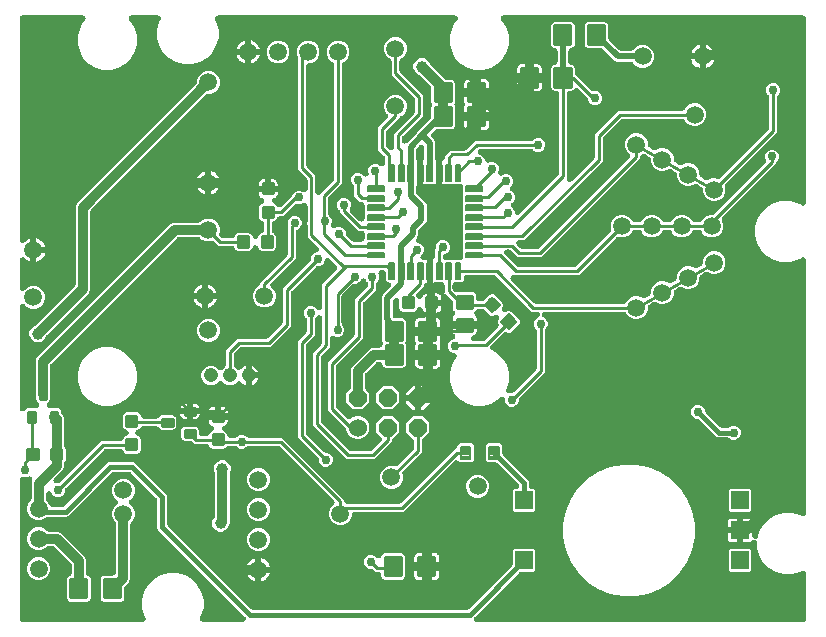
<source format=gbr>
G04 EAGLE Gerber RS-274X export*
G75*
%MOMM*%
%FSLAX34Y34*%
%LPD*%
%INTop Copper*%
%IPPOS*%
%AMOC8*
5,1,8,0,0,1.08239X$1,22.5*%
G01*
%ADD10C,1.508000*%
%ADD11C,0.320000*%
%ADD12C,0.330000*%
%ADD13C,0.200000*%
%ADD14R,1.508000X1.508000*%
%ADD15C,0.260000*%
%ADD16C,1.524000*%
%ADD17P,1.649562X8X22.500000*%
%ADD18C,0.416000*%
%ADD19C,0.137500*%
%ADD20C,1.208000*%
%ADD21C,0.508000*%
%ADD22C,0.812800*%
%ADD23C,1.500000*%
%ADD24C,0.254000*%
%ADD25C,1.006400*%
%ADD26C,0.756400*%
%ADD27C,0.406400*%

G36*
X673295Y10004D02*
X673295Y10004D01*
X673329Y10002D01*
X673518Y10024D01*
X673709Y10041D01*
X673742Y10050D01*
X673776Y10054D01*
X673959Y10109D01*
X674143Y10159D01*
X674174Y10174D01*
X674207Y10184D01*
X674378Y10271D01*
X674550Y10353D01*
X674578Y10373D01*
X674609Y10388D01*
X674761Y10504D01*
X674916Y10615D01*
X674940Y10640D01*
X674967Y10660D01*
X675096Y10800D01*
X675230Y10937D01*
X675249Y10966D01*
X675273Y10992D01*
X675375Y11153D01*
X675482Y11310D01*
X675496Y11342D01*
X675514Y11371D01*
X675587Y11548D01*
X675664Y11722D01*
X675672Y11756D01*
X675685Y11788D01*
X675725Y11975D01*
X675771Y12160D01*
X675773Y12194D01*
X675780Y12228D01*
X675799Y12540D01*
X675799Y50670D01*
X675798Y50687D01*
X675798Y50698D01*
X675798Y50702D01*
X675799Y50716D01*
X675777Y50917D01*
X675759Y51118D01*
X675753Y51140D01*
X675751Y51163D01*
X675694Y51358D01*
X675641Y51552D01*
X675631Y51573D01*
X675624Y51596D01*
X675534Y51778D01*
X675447Y51959D01*
X675434Y51978D01*
X675424Y51999D01*
X675303Y52161D01*
X675185Y52325D01*
X675169Y52341D01*
X675155Y52360D01*
X675007Y52498D01*
X674863Y52639D01*
X674843Y52652D01*
X674827Y52668D01*
X674657Y52778D01*
X674490Y52891D01*
X674468Y52901D01*
X674449Y52913D01*
X674262Y52992D01*
X674078Y53074D01*
X674055Y53079D01*
X674034Y53088D01*
X673837Y53132D01*
X673640Y53180D01*
X673617Y53182D01*
X673595Y53187D01*
X673393Y53195D01*
X673191Y53208D01*
X673168Y53205D01*
X673145Y53206D01*
X672946Y53179D01*
X672744Y53156D01*
X672721Y53149D01*
X672699Y53146D01*
X672507Y53084D01*
X672313Y53026D01*
X672292Y53015D01*
X672270Y53008D01*
X671990Y52869D01*
X670436Y51971D01*
X663823Y50199D01*
X656977Y50199D01*
X650364Y51971D01*
X644435Y55394D01*
X639594Y60235D01*
X636171Y66164D01*
X634399Y72777D01*
X634399Y77163D01*
X634398Y77174D01*
X634399Y77186D01*
X634378Y77398D01*
X634359Y77611D01*
X634356Y77622D01*
X634355Y77634D01*
X634297Y77840D01*
X634241Y78045D01*
X634236Y78056D01*
X634233Y78067D01*
X634138Y78261D01*
X634047Y78452D01*
X634041Y78461D01*
X634036Y78472D01*
X633909Y78645D01*
X633785Y78818D01*
X633777Y78826D01*
X633770Y78836D01*
X633617Y78982D01*
X633463Y79132D01*
X633453Y79139D01*
X633445Y79147D01*
X633267Y79264D01*
X633090Y79384D01*
X633079Y79389D01*
X633069Y79395D01*
X632873Y79480D01*
X632678Y79567D01*
X632667Y79569D01*
X632656Y79574D01*
X632448Y79623D01*
X632240Y79673D01*
X632229Y79674D01*
X632217Y79677D01*
X632005Y79688D01*
X631791Y79701D01*
X631779Y79700D01*
X631768Y79700D01*
X631557Y79674D01*
X631344Y79649D01*
X631332Y79645D01*
X631321Y79644D01*
X631119Y79581D01*
X630913Y79518D01*
X630902Y79513D01*
X630891Y79510D01*
X630702Y79411D01*
X630511Y79314D01*
X630502Y79307D01*
X630492Y79302D01*
X630322Y79170D01*
X630153Y79042D01*
X630145Y79034D01*
X630136Y79026D01*
X629992Y78868D01*
X629848Y78711D01*
X629841Y78701D01*
X629833Y78693D01*
X629661Y78432D01*
X629573Y78280D01*
X629100Y77807D01*
X628521Y77472D01*
X627875Y77299D01*
X622539Y77299D01*
X622539Y84841D01*
X630081Y84841D01*
X630081Y82794D01*
X630091Y82675D01*
X630092Y82557D01*
X630111Y82452D01*
X630121Y82345D01*
X630152Y82230D01*
X630173Y82114D01*
X630211Y82014D01*
X630239Y81911D01*
X630290Y81804D01*
X630332Y81693D01*
X630387Y81600D01*
X630433Y81504D01*
X630501Y81408D01*
X630562Y81306D01*
X630632Y81225D01*
X630695Y81138D01*
X630780Y81055D01*
X630857Y80966D01*
X630941Y80899D01*
X631017Y80824D01*
X631116Y80758D01*
X631208Y80683D01*
X631302Y80632D01*
X631390Y80572D01*
X631499Y80524D01*
X631603Y80467D01*
X631704Y80433D01*
X631802Y80390D01*
X631918Y80361D01*
X632030Y80324D01*
X632136Y80308D01*
X632240Y80283D01*
X632358Y80276D01*
X632475Y80258D01*
X632582Y80262D01*
X632689Y80255D01*
X632807Y80269D01*
X632925Y80273D01*
X633030Y80295D01*
X633136Y80307D01*
X633250Y80342D01*
X633366Y80366D01*
X633465Y80407D01*
X633567Y80438D01*
X633673Y80491D01*
X633783Y80536D01*
X633873Y80593D01*
X633969Y80642D01*
X634063Y80714D01*
X634163Y80777D01*
X634242Y80849D01*
X634327Y80914D01*
X634408Y81001D01*
X634495Y81081D01*
X634560Y81166D01*
X634632Y81245D01*
X634696Y81345D01*
X634768Y81439D01*
X634817Y81535D01*
X634874Y81625D01*
X634919Y81735D01*
X634973Y81840D01*
X635021Y81983D01*
X635045Y82041D01*
X635053Y82078D01*
X635073Y82136D01*
X636171Y86236D01*
X639594Y92165D01*
X644435Y97006D01*
X650364Y100429D01*
X656977Y102201D01*
X663823Y102201D01*
X670436Y100429D01*
X671990Y99531D01*
X672011Y99522D01*
X672030Y99509D01*
X672215Y99427D01*
X672399Y99342D01*
X672421Y99336D01*
X672442Y99326D01*
X672639Y99279D01*
X672834Y99227D01*
X672857Y99225D01*
X672880Y99220D01*
X673081Y99207D01*
X673283Y99191D01*
X673306Y99193D01*
X673329Y99192D01*
X673530Y99216D01*
X673731Y99235D01*
X673753Y99241D01*
X673776Y99244D01*
X673971Y99303D01*
X674164Y99358D01*
X674185Y99368D01*
X674207Y99374D01*
X674388Y99466D01*
X674569Y99555D01*
X674588Y99568D01*
X674609Y99579D01*
X674769Y99701D01*
X674933Y99820D01*
X674949Y99837D01*
X674967Y99851D01*
X675104Y99999D01*
X675244Y100146D01*
X675257Y100165D01*
X675273Y100182D01*
X675381Y100353D01*
X675493Y100521D01*
X675502Y100542D01*
X675514Y100562D01*
X675591Y100749D01*
X675671Y100934D01*
X675677Y100957D01*
X675685Y100978D01*
X675728Y101177D01*
X675774Y101373D01*
X675775Y101396D01*
X675780Y101418D01*
X675799Y101730D01*
X675799Y316224D01*
X675797Y316247D01*
X675799Y316270D01*
X675777Y316471D01*
X675759Y316673D01*
X675753Y316695D01*
X675751Y316718D01*
X675694Y316912D01*
X675641Y317107D01*
X675631Y317128D01*
X675624Y317150D01*
X675534Y317332D01*
X675447Y317514D01*
X675434Y317533D01*
X675424Y317553D01*
X675303Y317716D01*
X675185Y317880D01*
X675169Y317896D01*
X675155Y317915D01*
X675008Y318053D01*
X674863Y318194D01*
X674843Y318207D01*
X674827Y318223D01*
X674658Y318332D01*
X674490Y318446D01*
X674468Y318455D01*
X674449Y318468D01*
X674263Y318546D01*
X674078Y318628D01*
X674055Y318634D01*
X674034Y318643D01*
X673837Y318687D01*
X673640Y318735D01*
X673617Y318736D01*
X673595Y318741D01*
X673393Y318750D01*
X673191Y318763D01*
X673168Y318760D01*
X673145Y318761D01*
X672945Y318734D01*
X672744Y318711D01*
X672722Y318704D01*
X672699Y318701D01*
X672507Y318639D01*
X672313Y318580D01*
X672292Y318570D01*
X672270Y318563D01*
X671990Y318423D01*
X668436Y316371D01*
X661823Y314599D01*
X654977Y314599D01*
X648364Y316371D01*
X642435Y319794D01*
X637594Y324635D01*
X634171Y330564D01*
X632399Y337177D01*
X632399Y344023D01*
X634171Y350636D01*
X637594Y356565D01*
X642435Y361406D01*
X648364Y364829D01*
X654977Y366601D01*
X661823Y366601D01*
X668436Y364829D01*
X671990Y362777D01*
X672011Y362767D01*
X672030Y362754D01*
X672216Y362672D01*
X672399Y362587D01*
X672421Y362581D01*
X672442Y362572D01*
X672639Y362524D01*
X672834Y362472D01*
X672857Y362471D01*
X672880Y362465D01*
X673081Y362453D01*
X673283Y362437D01*
X673306Y362439D01*
X673329Y362437D01*
X673530Y362461D01*
X673731Y362481D01*
X673753Y362487D01*
X673776Y362489D01*
X673971Y362548D01*
X674164Y362603D01*
X674185Y362613D01*
X674207Y362620D01*
X674388Y362712D01*
X674569Y362800D01*
X674588Y362814D01*
X674609Y362824D01*
X674769Y362946D01*
X674933Y363065D01*
X674949Y363082D01*
X674967Y363096D01*
X675104Y363245D01*
X675244Y363391D01*
X675257Y363410D01*
X675273Y363427D01*
X675381Y363598D01*
X675493Y363766D01*
X675502Y363787D01*
X675514Y363807D01*
X675591Y363995D01*
X675671Y364180D01*
X675677Y364202D01*
X675685Y364224D01*
X675728Y364422D01*
X675774Y364618D01*
X675775Y364641D01*
X675780Y364664D01*
X675799Y364976D01*
X675799Y520860D01*
X675796Y520895D01*
X675798Y520929D01*
X675776Y521118D01*
X675759Y521309D01*
X675750Y521342D01*
X675746Y521376D01*
X675691Y521559D01*
X675641Y521743D01*
X675626Y521774D01*
X675616Y521807D01*
X675529Y521978D01*
X675447Y522150D01*
X675427Y522178D01*
X675412Y522209D01*
X675296Y522361D01*
X675185Y522516D01*
X675160Y522540D01*
X675140Y522567D01*
X675000Y522696D01*
X674863Y522830D01*
X674834Y522849D01*
X674808Y522873D01*
X674647Y522975D01*
X674490Y523082D01*
X674458Y523096D01*
X674429Y523114D01*
X674252Y523187D01*
X674078Y523264D01*
X674044Y523272D01*
X674012Y523285D01*
X673825Y523325D01*
X673640Y523371D01*
X673606Y523373D01*
X673572Y523380D01*
X673260Y523399D01*
X419687Y523399D01*
X419558Y523388D01*
X419428Y523386D01*
X419334Y523368D01*
X419239Y523359D01*
X419113Y523325D01*
X418986Y523300D01*
X418897Y523266D01*
X418805Y523241D01*
X418687Y523185D01*
X418566Y523138D01*
X418484Y523088D01*
X418398Y523047D01*
X418292Y522972D01*
X418181Y522904D01*
X418109Y522841D01*
X418032Y522785D01*
X417941Y522692D01*
X417844Y522606D01*
X417784Y522531D01*
X417718Y522463D01*
X417645Y522355D01*
X417564Y522253D01*
X417519Y522169D01*
X417466Y522090D01*
X417413Y521971D01*
X417352Y521856D01*
X417322Y521765D01*
X417283Y521678D01*
X417253Y521551D01*
X417212Y521428D01*
X417199Y521333D01*
X417177Y521240D01*
X417169Y521111D01*
X417151Y520982D01*
X417155Y520886D01*
X417149Y520791D01*
X417164Y520662D01*
X417169Y520532D01*
X417190Y520439D01*
X417201Y520344D01*
X417239Y520219D01*
X417267Y520092D01*
X417304Y520004D01*
X417331Y519913D01*
X417391Y519797D01*
X417441Y519677D01*
X417492Y519597D01*
X417536Y519511D01*
X417614Y519408D01*
X417685Y519299D01*
X417771Y519201D01*
X417808Y519153D01*
X417841Y519122D01*
X417892Y519064D01*
X419006Y517951D01*
X422297Y512250D01*
X424001Y505891D01*
X424001Y499309D01*
X422297Y492950D01*
X419006Y487249D01*
X414351Y482594D01*
X408650Y479303D01*
X402291Y477599D01*
X395709Y477599D01*
X389350Y479303D01*
X383649Y482594D01*
X378994Y487249D01*
X375703Y492950D01*
X373999Y499309D01*
X373999Y505891D01*
X375703Y512250D01*
X378994Y517951D01*
X380108Y519064D01*
X380191Y519164D01*
X380282Y519257D01*
X380336Y519337D01*
X380397Y519410D01*
X380462Y519523D01*
X380534Y519630D01*
X380573Y519718D01*
X380620Y519801D01*
X380664Y519923D01*
X380717Y520042D01*
X380739Y520135D01*
X380771Y520225D01*
X380792Y520353D01*
X380823Y520480D01*
X380829Y520575D01*
X380845Y520669D01*
X380843Y520799D01*
X380851Y520929D01*
X380840Y521024D01*
X380839Y521120D01*
X380814Y521247D01*
X380799Y521376D01*
X380771Y521468D01*
X380753Y521562D01*
X380706Y521683D01*
X380669Y521807D01*
X380625Y521893D01*
X380591Y521982D01*
X380523Y522093D01*
X380464Y522209D01*
X380406Y522285D01*
X380357Y522366D01*
X380271Y522464D01*
X380192Y522567D01*
X380122Y522632D01*
X380059Y522704D01*
X379957Y522784D01*
X379861Y522873D01*
X379780Y522924D01*
X379706Y522983D01*
X379591Y523045D01*
X379481Y523114D01*
X379393Y523151D01*
X379309Y523196D01*
X379185Y523236D01*
X379065Y523285D01*
X378971Y523305D01*
X378880Y523335D01*
X378752Y523353D01*
X378625Y523380D01*
X378494Y523388D01*
X378434Y523396D01*
X378390Y523395D01*
X378313Y523399D01*
X177930Y523399D01*
X177907Y523397D01*
X177884Y523399D01*
X177683Y523377D01*
X177482Y523359D01*
X177460Y523353D01*
X177437Y523351D01*
X177242Y523294D01*
X177048Y523241D01*
X177027Y523231D01*
X177004Y523224D01*
X176822Y523134D01*
X176641Y523047D01*
X176622Y523034D01*
X176601Y523024D01*
X176439Y522903D01*
X176275Y522785D01*
X176259Y522769D01*
X176240Y522755D01*
X176102Y522607D01*
X175961Y522463D01*
X175948Y522443D01*
X175932Y522427D01*
X175822Y522257D01*
X175709Y522090D01*
X175699Y522068D01*
X175687Y522049D01*
X175608Y521862D01*
X175526Y521678D01*
X175521Y521655D01*
X175512Y521634D01*
X175468Y521437D01*
X175420Y521240D01*
X175418Y521217D01*
X175413Y521195D01*
X175405Y520993D01*
X175392Y520791D01*
X175395Y520768D01*
X175394Y520745D01*
X175421Y520546D01*
X175444Y520344D01*
X175451Y520321D01*
X175454Y520299D01*
X175516Y520107D01*
X175574Y519913D01*
X175585Y519892D01*
X175592Y519870D01*
X175731Y519590D01*
X176629Y518036D01*
X178401Y511423D01*
X178401Y504577D01*
X176629Y497964D01*
X173206Y492035D01*
X168365Y487194D01*
X162436Y483771D01*
X155823Y481999D01*
X148977Y481999D01*
X142364Y483771D01*
X136435Y487194D01*
X131594Y492035D01*
X128171Y497964D01*
X126399Y504577D01*
X126399Y511423D01*
X128171Y518036D01*
X129069Y519590D01*
X129078Y519611D01*
X129091Y519630D01*
X129173Y519815D01*
X129258Y519999D01*
X129264Y520021D01*
X129274Y520042D01*
X129321Y520239D01*
X129373Y520434D01*
X129375Y520457D01*
X129380Y520480D01*
X129393Y520681D01*
X129409Y520883D01*
X129407Y520906D01*
X129408Y520929D01*
X129384Y521130D01*
X129365Y521331D01*
X129359Y521353D01*
X129356Y521376D01*
X129297Y521571D01*
X129242Y521764D01*
X129232Y521785D01*
X129226Y521807D01*
X129134Y521988D01*
X129045Y522169D01*
X129032Y522188D01*
X129021Y522209D01*
X128899Y522369D01*
X128780Y522533D01*
X128763Y522549D01*
X128749Y522567D01*
X128601Y522704D01*
X128454Y522844D01*
X128435Y522857D01*
X128418Y522873D01*
X128247Y522981D01*
X128079Y523093D01*
X128058Y523102D01*
X128038Y523114D01*
X127851Y523191D01*
X127666Y523271D01*
X127643Y523277D01*
X127622Y523285D01*
X127423Y523328D01*
X127227Y523374D01*
X127204Y523375D01*
X127182Y523380D01*
X126870Y523399D01*
X104687Y523399D01*
X104558Y523388D01*
X104428Y523386D01*
X104334Y523368D01*
X104239Y523359D01*
X104113Y523325D01*
X103986Y523300D01*
X103897Y523266D01*
X103805Y523241D01*
X103687Y523185D01*
X103566Y523138D01*
X103484Y523088D01*
X103398Y523047D01*
X103292Y522972D01*
X103181Y522904D01*
X103109Y522841D01*
X103032Y522785D01*
X102941Y522692D01*
X102844Y522606D01*
X102784Y522531D01*
X102718Y522463D01*
X102645Y522355D01*
X102564Y522253D01*
X102519Y522169D01*
X102466Y522090D01*
X102413Y521971D01*
X102352Y521856D01*
X102322Y521765D01*
X102283Y521678D01*
X102253Y521551D01*
X102212Y521428D01*
X102199Y521333D01*
X102177Y521240D01*
X102169Y521111D01*
X102151Y520982D01*
X102155Y520886D01*
X102149Y520791D01*
X102164Y520662D01*
X102169Y520532D01*
X102190Y520439D01*
X102201Y520344D01*
X102239Y520219D01*
X102267Y520092D01*
X102304Y520004D01*
X102331Y519913D01*
X102391Y519797D01*
X102441Y519677D01*
X102492Y519597D01*
X102536Y519511D01*
X102614Y519408D01*
X102685Y519299D01*
X102771Y519201D01*
X102808Y519153D01*
X102841Y519122D01*
X102892Y519064D01*
X104006Y517951D01*
X107297Y512250D01*
X109001Y505891D01*
X109001Y499309D01*
X107297Y492950D01*
X104006Y487249D01*
X99351Y482594D01*
X93650Y479303D01*
X87291Y477599D01*
X80709Y477599D01*
X74350Y479303D01*
X68649Y482594D01*
X63994Y487249D01*
X60703Y492950D01*
X58999Y499309D01*
X58999Y505891D01*
X60703Y512250D01*
X63994Y517951D01*
X65108Y519064D01*
X65191Y519164D01*
X65282Y519257D01*
X65336Y519337D01*
X65397Y519410D01*
X65462Y519523D01*
X65534Y519630D01*
X65573Y519718D01*
X65620Y519801D01*
X65664Y519923D01*
X65717Y520042D01*
X65739Y520135D01*
X65771Y520225D01*
X65792Y520353D01*
X65823Y520480D01*
X65829Y520575D01*
X65845Y520669D01*
X65843Y520799D01*
X65851Y520929D01*
X65840Y521024D01*
X65839Y521120D01*
X65814Y521247D01*
X65799Y521376D01*
X65771Y521468D01*
X65753Y521562D01*
X65706Y521683D01*
X65669Y521807D01*
X65625Y521893D01*
X65591Y521982D01*
X65523Y522093D01*
X65464Y522209D01*
X65406Y522285D01*
X65357Y522366D01*
X65271Y522464D01*
X65192Y522567D01*
X65122Y522632D01*
X65059Y522704D01*
X64957Y522784D01*
X64861Y522873D01*
X64780Y522924D01*
X64706Y522983D01*
X64591Y523045D01*
X64481Y523114D01*
X64393Y523151D01*
X64309Y523196D01*
X64185Y523236D01*
X64065Y523285D01*
X63971Y523305D01*
X63880Y523335D01*
X63752Y523353D01*
X63625Y523380D01*
X63494Y523388D01*
X63434Y523396D01*
X63390Y523395D01*
X63313Y523399D01*
X12540Y523399D01*
X12505Y523396D01*
X12471Y523398D01*
X12282Y523376D01*
X12091Y523359D01*
X12058Y523350D01*
X12024Y523346D01*
X11841Y523291D01*
X11657Y523241D01*
X11626Y523226D01*
X11593Y523216D01*
X11422Y523129D01*
X11250Y523047D01*
X11222Y523027D01*
X11191Y523012D01*
X11039Y522896D01*
X10884Y522785D01*
X10860Y522760D01*
X10833Y522740D01*
X10704Y522600D01*
X10570Y522463D01*
X10551Y522434D01*
X10527Y522408D01*
X10425Y522247D01*
X10318Y522090D01*
X10304Y522058D01*
X10286Y522029D01*
X10213Y521852D01*
X10136Y521678D01*
X10128Y521644D01*
X10115Y521612D01*
X10075Y521425D01*
X10029Y521240D01*
X10027Y521206D01*
X10020Y521172D01*
X10001Y520860D01*
X10001Y333507D01*
X10012Y333378D01*
X10014Y333248D01*
X10032Y333154D01*
X10041Y333059D01*
X10075Y332933D01*
X10100Y332806D01*
X10134Y332716D01*
X10159Y332624D01*
X10215Y332507D01*
X10262Y332386D01*
X10312Y332304D01*
X10353Y332218D01*
X10428Y332112D01*
X10496Y332001D01*
X10559Y331929D01*
X10615Y331852D01*
X10708Y331761D01*
X10794Y331664D01*
X10869Y331604D01*
X10937Y331538D01*
X11045Y331465D01*
X11147Y331384D01*
X11231Y331339D01*
X11310Y331286D01*
X11429Y331233D01*
X11544Y331172D01*
X11635Y331142D01*
X11722Y331103D01*
X11849Y331073D01*
X11972Y331032D01*
X12067Y331019D01*
X12160Y330997D01*
X12289Y330989D01*
X12418Y330971D01*
X12514Y330975D01*
X12609Y330969D01*
X12738Y330984D01*
X12868Y330989D01*
X12961Y331010D01*
X13056Y331021D01*
X13181Y331059D01*
X13308Y331087D01*
X13396Y331124D01*
X13487Y331151D01*
X13603Y331210D01*
X13723Y331261D01*
X13803Y331312D01*
X13889Y331356D01*
X13992Y331434D01*
X14101Y331505D01*
X14199Y331591D01*
X14247Y331628D01*
X14278Y331661D01*
X14336Y331712D01*
X15133Y332509D01*
X16417Y333442D01*
X17830Y334162D01*
X19161Y334594D01*
X19161Y324820D01*
X19161Y315046D01*
X17830Y315478D01*
X16417Y316198D01*
X15133Y317131D01*
X14336Y317928D01*
X14236Y318012D01*
X14143Y318102D01*
X14063Y318156D01*
X13990Y318217D01*
X13877Y318282D01*
X13770Y318354D01*
X13682Y318393D01*
X13599Y318440D01*
X13477Y318484D01*
X13358Y318537D01*
X13265Y318559D01*
X13175Y318591D01*
X13047Y318612D01*
X12920Y318643D01*
X12825Y318649D01*
X12731Y318665D01*
X12601Y318663D01*
X12471Y318671D01*
X12376Y318660D01*
X12281Y318659D01*
X12153Y318634D01*
X12024Y318619D01*
X11932Y318591D01*
X11838Y318573D01*
X11717Y318526D01*
X11593Y318489D01*
X11507Y318445D01*
X11418Y318411D01*
X11307Y318343D01*
X11191Y318284D01*
X11115Y318227D01*
X11034Y318177D01*
X10936Y318091D01*
X10833Y318012D01*
X10768Y317942D01*
X10696Y317879D01*
X10616Y317777D01*
X10527Y317681D01*
X10476Y317601D01*
X10417Y317526D01*
X10355Y317411D01*
X10286Y317301D01*
X10249Y317213D01*
X10204Y317129D01*
X10164Y317005D01*
X10115Y316885D01*
X10095Y316791D01*
X10065Y316701D01*
X10047Y316572D01*
X10020Y316445D01*
X10012Y316315D01*
X10004Y316255D01*
X10005Y316210D01*
X10001Y316133D01*
X10001Y292814D01*
X10012Y292685D01*
X10014Y292555D01*
X10032Y292461D01*
X10041Y292366D01*
X10075Y292240D01*
X10100Y292113D01*
X10134Y292024D01*
X10159Y291931D01*
X10215Y291814D01*
X10262Y291693D01*
X10312Y291611D01*
X10353Y291525D01*
X10428Y291419D01*
X10496Y291308D01*
X10559Y291236D01*
X10615Y291159D01*
X10708Y291068D01*
X10794Y290971D01*
X10869Y290911D01*
X10937Y290845D01*
X11045Y290772D01*
X11147Y290691D01*
X11231Y290646D01*
X11310Y290593D01*
X11429Y290540D01*
X11544Y290479D01*
X11635Y290449D01*
X11722Y290410D01*
X11849Y290380D01*
X11972Y290339D01*
X12067Y290326D01*
X12160Y290304D01*
X12289Y290296D01*
X12418Y290278D01*
X12514Y290282D01*
X12609Y290276D01*
X12738Y290291D01*
X12868Y290296D01*
X12961Y290317D01*
X13056Y290328D01*
X13181Y290366D01*
X13308Y290394D01*
X13396Y290431D01*
X13487Y290458D01*
X13603Y290517D01*
X13723Y290568D01*
X13803Y290619D01*
X13889Y290663D01*
X13992Y290741D01*
X14101Y290812D01*
X14199Y290898D01*
X14247Y290935D01*
X14278Y290968D01*
X14336Y291019D01*
X16267Y292951D01*
X19792Y294411D01*
X23608Y294411D01*
X27133Y292951D01*
X29831Y290253D01*
X31291Y286728D01*
X31291Y282912D01*
X29831Y279387D01*
X27133Y276689D01*
X23608Y275229D01*
X19792Y275229D01*
X16267Y276689D01*
X14336Y278621D01*
X14236Y278705D01*
X14143Y278795D01*
X14063Y278849D01*
X13990Y278910D01*
X13877Y278975D01*
X13770Y279047D01*
X13682Y279086D01*
X13599Y279133D01*
X13477Y279177D01*
X13358Y279230D01*
X13265Y279252D01*
X13175Y279284D01*
X13047Y279306D01*
X12920Y279336D01*
X12825Y279342D01*
X12731Y279358D01*
X12601Y279356D01*
X12471Y279364D01*
X12376Y279353D01*
X12280Y279352D01*
X12153Y279327D01*
X12024Y279312D01*
X11932Y279284D01*
X11838Y279266D01*
X11717Y279219D01*
X11593Y279182D01*
X11507Y279138D01*
X11418Y279104D01*
X11307Y279036D01*
X11191Y278977D01*
X11115Y278920D01*
X11034Y278870D01*
X10936Y278784D01*
X10833Y278705D01*
X10768Y278635D01*
X10696Y278572D01*
X10616Y278470D01*
X10527Y278374D01*
X10476Y278294D01*
X10417Y278219D01*
X10356Y278104D01*
X10286Y277994D01*
X10249Y277906D01*
X10204Y277822D01*
X10164Y277698D01*
X10115Y277578D01*
X10095Y277484D01*
X10065Y277394D01*
X10047Y277265D01*
X10020Y277138D01*
X10012Y277008D01*
X10004Y276947D01*
X10005Y276903D01*
X10001Y276826D01*
X10001Y190702D01*
X10017Y190524D01*
X10026Y190347D01*
X10036Y190301D01*
X10041Y190253D01*
X10088Y190081D01*
X10128Y189909D01*
X10147Y189865D01*
X10159Y189819D01*
X10235Y189659D01*
X10306Y189495D01*
X10332Y189455D01*
X10353Y189412D01*
X10456Y189267D01*
X10554Y189120D01*
X10587Y189085D01*
X10615Y189046D01*
X10742Y188922D01*
X10865Y188794D01*
X10903Y188766D01*
X10937Y188732D01*
X11085Y188633D01*
X11228Y188528D01*
X11271Y188507D01*
X11310Y188480D01*
X11473Y188408D01*
X11633Y188330D01*
X11679Y188317D01*
X11722Y188298D01*
X11895Y188256D01*
X12066Y188207D01*
X12113Y188203D01*
X12160Y188191D01*
X12337Y188180D01*
X12514Y188163D01*
X12562Y188166D01*
X12609Y188164D01*
X12785Y188184D01*
X12963Y188198D01*
X13009Y188210D01*
X13056Y188216D01*
X13227Y188267D01*
X13398Y188312D01*
X13442Y188332D01*
X13487Y188346D01*
X13646Y188427D01*
X13807Y188501D01*
X13846Y188529D01*
X13889Y188550D01*
X14030Y188658D01*
X14176Y188760D01*
X14209Y188793D01*
X14247Y188822D01*
X14368Y188953D01*
X14493Y189079D01*
X14520Y189118D01*
X14552Y189153D01*
X14648Y189304D01*
X14729Y189421D01*
X15940Y190632D01*
X17458Y191261D01*
X22942Y191261D01*
X22971Y191249D01*
X23140Y191196D01*
X23308Y191136D01*
X23355Y191128D01*
X23401Y191114D01*
X23577Y191091D01*
X23752Y191062D01*
X23800Y191063D01*
X23847Y191057D01*
X24025Y191066D01*
X24202Y191069D01*
X24249Y191078D01*
X24297Y191080D01*
X24470Y191120D01*
X24644Y191154D01*
X24689Y191171D01*
X24735Y191182D01*
X24899Y191252D01*
X25064Y191316D01*
X25105Y191341D01*
X25149Y191360D01*
X25297Y191458D01*
X25449Y191550D01*
X25485Y191582D01*
X25525Y191608D01*
X25653Y191731D01*
X25786Y191849D01*
X25816Y191886D01*
X25851Y191919D01*
X25955Y192062D01*
X26066Y192202D01*
X26088Y192244D01*
X26117Y192282D01*
X26195Y192442D01*
X26278Y192599D01*
X26293Y192644D01*
X26314Y192687D01*
X26363Y192857D01*
X26418Y193027D01*
X26424Y193074D01*
X26437Y193120D01*
X26455Y193297D01*
X26479Y193473D01*
X26477Y193521D01*
X26482Y193568D01*
X26468Y193745D01*
X26461Y193923D01*
X26450Y193969D01*
X26447Y194017D01*
X26402Y194189D01*
X26363Y194362D01*
X26345Y194406D01*
X26333Y194453D01*
X26258Y194614D01*
X26189Y194778D01*
X26164Y194818D01*
X26143Y194861D01*
X26042Y195007D01*
X25945Y195156D01*
X25906Y195200D01*
X25885Y195230D01*
X25840Y195274D01*
X25738Y195390D01*
X24278Y196850D01*
X23649Y198368D01*
X23649Y200884D01*
X23639Y201001D01*
X23639Y201117D01*
X23619Y201224D01*
X23609Y201333D01*
X23585Y201421D01*
X23585Y231576D01*
X24516Y233824D01*
X137696Y347004D01*
X139944Y347935D01*
X161200Y347935D01*
X161363Y347949D01*
X161528Y347956D01*
X161587Y347969D01*
X161648Y347975D01*
X161807Y348018D01*
X161967Y348054D01*
X162024Y348077D01*
X162083Y348093D01*
X162231Y348164D01*
X162383Y348227D01*
X162434Y348260D01*
X162489Y348287D01*
X162623Y348382D01*
X162761Y348472D01*
X162819Y348523D01*
X162855Y348549D01*
X162898Y348592D01*
X162995Y348678D01*
X164267Y349951D01*
X167792Y351411D01*
X171608Y351411D01*
X175133Y349951D01*
X177831Y347253D01*
X179291Y343728D01*
X179291Y339912D01*
X179065Y339368D01*
X179001Y339164D01*
X178936Y338964D01*
X178934Y338951D01*
X178930Y338938D01*
X178904Y338727D01*
X178875Y338518D01*
X178875Y338505D01*
X178874Y338492D01*
X178885Y338281D01*
X178893Y338068D01*
X178896Y338055D01*
X178897Y338042D01*
X178945Y337835D01*
X178991Y337628D01*
X178996Y337616D01*
X178999Y337603D01*
X179082Y337409D01*
X179164Y337213D01*
X179172Y337202D01*
X179177Y337190D01*
X179293Y337013D01*
X179409Y336835D01*
X179419Y336823D01*
X179425Y336814D01*
X179452Y336786D01*
X179616Y336601D01*
X180576Y335640D01*
X180702Y335535D01*
X180823Y335423D01*
X180874Y335391D01*
X180921Y335352D01*
X181064Y335270D01*
X181203Y335182D01*
X181259Y335158D01*
X181312Y335128D01*
X181467Y335073D01*
X181619Y335011D01*
X181679Y334998D01*
X181736Y334977D01*
X181899Y334951D01*
X182059Y334916D01*
X182136Y334911D01*
X182181Y334904D01*
X182242Y334905D01*
X182371Y334897D01*
X189716Y334897D01*
X189928Y334916D01*
X190139Y334932D01*
X190152Y334935D01*
X190165Y334937D01*
X190370Y334993D01*
X190575Y335046D01*
X190587Y335052D01*
X190599Y335055D01*
X190789Y335145D01*
X190983Y335235D01*
X190994Y335243D01*
X191006Y335249D01*
X191178Y335371D01*
X191352Y335494D01*
X191361Y335503D01*
X191372Y335511D01*
X191519Y335662D01*
X191669Y335813D01*
X191677Y335824D01*
X191686Y335833D01*
X191805Y336009D01*
X191925Y336183D01*
X191932Y336198D01*
X191938Y336206D01*
X191954Y336243D01*
X192062Y336464D01*
X192501Y337522D01*
X193542Y338563D01*
X194902Y339127D01*
X204074Y339127D01*
X205434Y338563D01*
X206475Y337522D01*
X207142Y335913D01*
X207202Y335797D01*
X207254Y335678D01*
X207306Y335598D01*
X207351Y335514D01*
X207430Y335411D01*
X207502Y335302D01*
X207568Y335233D01*
X207626Y335158D01*
X207723Y335070D01*
X207813Y334976D01*
X207890Y334920D01*
X207961Y334856D01*
X208071Y334787D01*
X208176Y334710D01*
X208262Y334669D01*
X208343Y334618D01*
X208464Y334570D01*
X208580Y334513D01*
X208672Y334487D01*
X208761Y334451D01*
X208889Y334425D01*
X209014Y334390D01*
X209109Y334380D01*
X209202Y334361D01*
X209332Y334358D01*
X209462Y334345D01*
X209557Y334353D01*
X209652Y334351D01*
X209781Y334370D01*
X209911Y334381D01*
X210003Y334405D01*
X210097Y334419D01*
X210220Y334462D01*
X210346Y334495D01*
X210433Y334535D01*
X210523Y334566D01*
X210637Y334629D01*
X210755Y334684D01*
X210833Y334739D01*
X210916Y334785D01*
X211017Y334867D01*
X211124Y334942D01*
X211191Y335010D01*
X211265Y335070D01*
X211349Y335169D01*
X211441Y335262D01*
X211495Y335340D01*
X211557Y335413D01*
X211623Y335525D01*
X211697Y335632D01*
X211754Y335749D01*
X211785Y335801D01*
X211800Y335843D01*
X211834Y335913D01*
X212501Y337522D01*
X213542Y338563D01*
X215164Y339235D01*
X215347Y339285D01*
X215378Y339300D01*
X215411Y339310D01*
X215582Y339397D01*
X215754Y339479D01*
X215782Y339499D01*
X215813Y339514D01*
X215965Y339630D01*
X216120Y339741D01*
X216144Y339766D01*
X216171Y339786D01*
X216300Y339926D01*
X216434Y340063D01*
X216453Y340092D01*
X216477Y340118D01*
X216579Y340279D01*
X216686Y340436D01*
X216700Y340468D01*
X216718Y340497D01*
X216791Y340674D01*
X216868Y340848D01*
X216876Y340882D01*
X216889Y340914D01*
X216929Y341101D01*
X216975Y341286D01*
X216977Y341320D01*
X216984Y341354D01*
X217003Y341666D01*
X217003Y346894D01*
X216984Y347106D01*
X216968Y347317D01*
X216965Y347330D01*
X216963Y347343D01*
X216907Y347548D01*
X216854Y347753D01*
X216848Y347765D01*
X216845Y347777D01*
X216755Y347967D01*
X216665Y348161D01*
X216657Y348172D01*
X216651Y348184D01*
X216529Y348356D01*
X216406Y348530D01*
X216397Y348539D01*
X216389Y348550D01*
X216237Y348698D01*
X216087Y348847D01*
X216076Y348855D01*
X216067Y348864D01*
X215891Y348983D01*
X215717Y349103D01*
X215702Y349110D01*
X215694Y349116D01*
X215657Y349132D01*
X215436Y349240D01*
X214378Y349679D01*
X213337Y350720D01*
X212773Y352080D01*
X212773Y361252D01*
X213337Y362612D01*
X214378Y363653D01*
X215347Y364055D01*
X215462Y364115D01*
X215582Y364166D01*
X215662Y364219D01*
X215746Y364263D01*
X215849Y364343D01*
X215957Y364415D01*
X216027Y364481D01*
X216102Y364539D01*
X216189Y364636D01*
X216283Y364725D01*
X216340Y364802D01*
X216404Y364873D01*
X216473Y364984D01*
X216549Y365089D01*
X216591Y365175D01*
X216642Y365256D01*
X216690Y365376D01*
X216747Y365493D01*
X216773Y365585D01*
X216808Y365674D01*
X216834Y365801D01*
X216870Y365926D01*
X216879Y366022D01*
X216898Y366115D01*
X216902Y366245D01*
X216914Y366375D01*
X216907Y366470D01*
X216909Y366565D01*
X216889Y366693D01*
X216879Y366823D01*
X216855Y366916D01*
X216840Y367010D01*
X216798Y367133D01*
X216765Y367259D01*
X216725Y367346D01*
X216694Y367436D01*
X216631Y367550D01*
X216576Y367668D01*
X216521Y367746D01*
X216475Y367829D01*
X216392Y367930D01*
X216318Y368036D01*
X216250Y368104D01*
X216189Y368178D01*
X216091Y368262D01*
X215998Y368354D01*
X215920Y368408D01*
X215847Y368470D01*
X215735Y368536D01*
X215628Y368610D01*
X215511Y368667D01*
X215458Y368697D01*
X215417Y368713D01*
X215347Y368747D01*
X214489Y369102D01*
X213803Y369561D01*
X213219Y370145D01*
X212760Y370831D01*
X212444Y371594D01*
X212283Y372403D01*
X212283Y373917D01*
X220114Y373917D01*
X220148Y373920D01*
X220183Y373918D01*
X220299Y373931D01*
X220534Y373917D01*
X228365Y373917D01*
X228365Y372403D01*
X228204Y371594D01*
X227888Y370831D01*
X227429Y370145D01*
X226845Y369561D01*
X226159Y369102D01*
X225301Y368747D01*
X225186Y368687D01*
X225066Y368635D01*
X224986Y368582D01*
X224902Y368538D01*
X224799Y368459D01*
X224691Y368387D01*
X224622Y368321D01*
X224546Y368263D01*
X224459Y368166D01*
X224365Y368076D01*
X224308Y367999D01*
X224244Y367928D01*
X224176Y367818D01*
X224099Y367713D01*
X224057Y367627D01*
X224006Y367546D01*
X223958Y367425D01*
X223901Y367308D01*
X223875Y367216D01*
X223840Y367128D01*
X223814Y367000D01*
X223778Y366875D01*
X223769Y366780D01*
X223750Y366687D01*
X223746Y366557D01*
X223734Y366427D01*
X223741Y366332D01*
X223739Y366236D01*
X223759Y366108D01*
X223769Y365978D01*
X223793Y365886D01*
X223808Y365792D01*
X223850Y365668D01*
X223883Y365543D01*
X223923Y365456D01*
X223954Y365366D01*
X224017Y365252D01*
X224072Y365134D01*
X224127Y365056D01*
X224173Y364972D01*
X224256Y364872D01*
X224330Y364765D01*
X224398Y364698D01*
X224459Y364624D01*
X224558Y364540D01*
X224650Y364448D01*
X224728Y364394D01*
X224801Y364332D01*
X224913Y364266D01*
X225020Y364192D01*
X225137Y364135D01*
X225190Y364104D01*
X225232Y364089D01*
X225301Y364055D01*
X226270Y363653D01*
X227311Y362612D01*
X227376Y362457D01*
X227414Y362384D01*
X227443Y362307D01*
X227518Y362185D01*
X227584Y362058D01*
X227634Y361993D01*
X227677Y361923D01*
X227772Y361815D01*
X227860Y361702D01*
X227921Y361647D01*
X227976Y361585D01*
X228088Y361497D01*
X228194Y361400D01*
X228264Y361357D01*
X228329Y361306D01*
X228455Y361238D01*
X228576Y361162D01*
X228653Y361132D01*
X228726Y361093D01*
X228862Y361049D01*
X228995Y360996D01*
X229075Y360979D01*
X229154Y360954D01*
X229295Y360934D01*
X229436Y360906D01*
X229518Y360904D01*
X229600Y360892D01*
X229743Y360898D01*
X229886Y360895D01*
X229967Y360907D01*
X230050Y360911D01*
X230189Y360942D01*
X230331Y360964D01*
X230409Y360991D01*
X230489Y361008D01*
X230621Y361064D01*
X230757Y361110D01*
X230829Y361150D01*
X230905Y361182D01*
X231025Y361260D01*
X231150Y361329D01*
X231214Y361382D01*
X231283Y361426D01*
X231468Y361590D01*
X231498Y361615D01*
X231505Y361623D01*
X231517Y361633D01*
X240419Y370535D01*
X240494Y370625D01*
X240577Y370708D01*
X240638Y370797D01*
X240708Y370881D01*
X240766Y370982D01*
X240832Y371078D01*
X240900Y371217D01*
X240931Y371272D01*
X240944Y371306D01*
X240970Y371359D01*
X241488Y372610D01*
X243128Y374251D01*
X245272Y375139D01*
X247593Y375139D01*
X250090Y374104D01*
X250126Y374084D01*
X250250Y374039D01*
X250370Y373986D01*
X250462Y373964D01*
X250550Y373932D01*
X250680Y373911D01*
X250808Y373880D01*
X250902Y373874D01*
X250994Y373858D01*
X251126Y373860D01*
X251257Y373852D01*
X251351Y373863D01*
X251445Y373864D01*
X251573Y373889D01*
X251704Y373904D01*
X251795Y373931D01*
X251887Y373949D01*
X252009Y373996D01*
X252135Y374034D01*
X252219Y374077D01*
X252307Y374111D01*
X252419Y374179D01*
X252537Y374239D01*
X252612Y374295D01*
X252692Y374344D01*
X252790Y374431D01*
X252895Y374511D01*
X252959Y374580D01*
X253030Y374642D01*
X253111Y374745D01*
X253201Y374842D01*
X253251Y374921D01*
X253309Y374995D01*
X253372Y375111D01*
X253442Y375222D01*
X253478Y375309D01*
X253523Y375391D01*
X253563Y375516D01*
X253613Y375638D01*
X253633Y375730D01*
X253662Y375819D01*
X253680Y375950D01*
X253708Y376078D01*
X253716Y376206D01*
X253724Y376265D01*
X253722Y376311D01*
X253727Y376390D01*
X253727Y384161D01*
X253713Y384324D01*
X253706Y384489D01*
X253693Y384548D01*
X253687Y384609D01*
X253644Y384768D01*
X253608Y384928D01*
X253585Y384985D01*
X253569Y385044D01*
X253498Y385192D01*
X253435Y385344D01*
X253402Y385395D01*
X253375Y385450D01*
X253280Y385584D01*
X253190Y385722D01*
X253139Y385780D01*
X253113Y385816D01*
X253070Y385859D01*
X252984Y385956D01*
X245799Y393141D01*
X245799Y487214D01*
X245789Y487331D01*
X245789Y487448D01*
X245769Y487554D01*
X245759Y487663D01*
X245729Y487776D01*
X245708Y487891D01*
X245657Y488037D01*
X245641Y488097D01*
X245625Y488130D01*
X245606Y488186D01*
X244609Y490592D01*
X244609Y494408D01*
X246069Y497933D01*
X248767Y500631D01*
X252292Y502091D01*
X256108Y502091D01*
X259633Y500631D01*
X262331Y497933D01*
X263791Y494408D01*
X263791Y490592D01*
X262331Y487067D01*
X259633Y484369D01*
X256108Y482909D01*
X254980Y482909D01*
X254945Y482906D01*
X254911Y482908D01*
X254722Y482886D01*
X254531Y482869D01*
X254498Y482860D01*
X254464Y482856D01*
X254281Y482801D01*
X254097Y482751D01*
X254066Y482736D01*
X254033Y482726D01*
X253862Y482639D01*
X253690Y482557D01*
X253662Y482537D01*
X253631Y482522D01*
X253479Y482406D01*
X253324Y482295D01*
X253300Y482270D01*
X253273Y482250D01*
X253144Y482110D01*
X253010Y481973D01*
X252991Y481944D01*
X252967Y481918D01*
X252865Y481757D01*
X252758Y481600D01*
X252744Y481568D01*
X252726Y481539D01*
X252653Y481362D01*
X252576Y481188D01*
X252568Y481154D01*
X252555Y481122D01*
X252514Y480935D01*
X252469Y480750D01*
X252467Y480716D01*
X252460Y480682D01*
X252441Y480370D01*
X252441Y396943D01*
X252455Y396780D01*
X252462Y396615D01*
X252475Y396556D01*
X252481Y396495D01*
X252524Y396336D01*
X252560Y396176D01*
X252583Y396119D01*
X252599Y396060D01*
X252670Y395912D01*
X252733Y395760D01*
X252766Y395709D01*
X252793Y395654D01*
X252888Y395520D01*
X252978Y395382D01*
X253029Y395324D01*
X253055Y395288D01*
X253098Y395245D01*
X253184Y395148D01*
X260369Y387963D01*
X260369Y374119D01*
X260380Y373990D01*
X260382Y373860D01*
X260400Y373766D01*
X260409Y373671D01*
X260443Y373545D01*
X260468Y373418D01*
X260502Y373328D01*
X260527Y373236D01*
X260583Y373119D01*
X260630Y372998D01*
X260680Y372916D01*
X260721Y372830D01*
X260796Y372724D01*
X260864Y372613D01*
X260927Y372541D01*
X260983Y372464D01*
X261076Y372373D01*
X261162Y372276D01*
X261237Y372216D01*
X261305Y372150D01*
X261413Y372077D01*
X261515Y371996D01*
X261599Y371951D01*
X261678Y371898D01*
X261797Y371845D01*
X261912Y371783D01*
X262003Y371754D01*
X262090Y371715D01*
X262217Y371684D01*
X262340Y371644D01*
X262435Y371631D01*
X262528Y371609D01*
X262657Y371601D01*
X262786Y371583D01*
X262882Y371587D01*
X262977Y371581D01*
X263106Y371596D01*
X263236Y371601D01*
X263329Y371622D01*
X263424Y371633D01*
X263549Y371671D01*
X263676Y371699D01*
X263764Y371736D01*
X263855Y371763D01*
X263971Y371822D01*
X264091Y371872D01*
X264172Y371924D01*
X264257Y371968D01*
X264360Y372046D01*
X264469Y372117D01*
X264567Y372203D01*
X264615Y372240D01*
X264646Y372273D01*
X264704Y372324D01*
X275536Y383156D01*
X275641Y383282D01*
X275753Y383403D01*
X275785Y383454D01*
X275824Y383501D01*
X275906Y383644D01*
X275994Y383783D01*
X276018Y383839D01*
X276048Y383892D01*
X276103Y384047D01*
X276165Y384199D01*
X276178Y384259D01*
X276199Y384316D01*
X276225Y384478D01*
X276260Y384639D01*
X276265Y384716D01*
X276272Y384761D01*
X276271Y384822D01*
X276279Y384951D01*
X276279Y481798D01*
X276261Y482008D01*
X276244Y482220D01*
X276241Y482233D01*
X276239Y482246D01*
X276184Y482451D01*
X276130Y482656D01*
X276124Y482668D01*
X276121Y482681D01*
X276031Y482870D01*
X275941Y483065D01*
X275933Y483075D01*
X275927Y483087D01*
X275804Y483260D01*
X275682Y483433D01*
X275673Y483443D01*
X275665Y483453D01*
X275513Y483602D01*
X275363Y483751D01*
X275352Y483758D01*
X275343Y483768D01*
X275167Y483886D01*
X274993Y484007D01*
X274978Y484014D01*
X274970Y484020D01*
X274934Y484036D01*
X274712Y484144D01*
X274167Y484369D01*
X271469Y487067D01*
X270009Y490592D01*
X270009Y494408D01*
X271469Y497933D01*
X274167Y500631D01*
X277692Y502091D01*
X281508Y502091D01*
X285033Y500631D01*
X287731Y497933D01*
X289191Y494408D01*
X289191Y490592D01*
X287731Y487067D01*
X285033Y484369D01*
X284488Y484144D01*
X284300Y484045D01*
X284111Y483949D01*
X284101Y483941D01*
X284089Y483935D01*
X283922Y483806D01*
X283753Y483677D01*
X283744Y483668D01*
X283733Y483660D01*
X283591Y483502D01*
X283447Y483346D01*
X283440Y483335D01*
X283432Y483325D01*
X283320Y483146D01*
X283206Y482967D01*
X283201Y482954D01*
X283194Y482943D01*
X283115Y482747D01*
X283035Y482550D01*
X283032Y482537D01*
X283027Y482525D01*
X282985Y482317D01*
X282940Y482110D01*
X282939Y482094D01*
X282937Y482084D01*
X282936Y482044D01*
X282921Y481798D01*
X282921Y381149D01*
X271980Y370208D01*
X271875Y370082D01*
X271763Y369961D01*
X271731Y369910D01*
X271692Y369863D01*
X271610Y369720D01*
X271522Y369581D01*
X271498Y369525D01*
X271468Y369472D01*
X271413Y369317D01*
X271351Y369165D01*
X271338Y369105D01*
X271317Y369048D01*
X271291Y368885D01*
X271256Y368725D01*
X271251Y368648D01*
X271244Y368603D01*
X271245Y368542D01*
X271237Y368413D01*
X271237Y355792D01*
X271251Y355628D01*
X271258Y355464D01*
X271271Y355404D01*
X271277Y355343D01*
X271320Y355184D01*
X271356Y355024D01*
X271379Y354968D01*
X271395Y354909D01*
X271466Y354761D01*
X271529Y354609D01*
X271562Y354557D01*
X271589Y354502D01*
X271684Y354369D01*
X271774Y354230D01*
X271825Y354173D01*
X271851Y354136D01*
X271894Y354094D01*
X271980Y353996D01*
X273169Y352808D01*
X274057Y350664D01*
X274057Y348344D01*
X273414Y346792D01*
X273375Y346668D01*
X273327Y346547D01*
X273308Y346454D01*
X273279Y346362D01*
X273263Y346233D01*
X273237Y346106D01*
X273235Y346011D01*
X273222Y345916D01*
X273229Y345786D01*
X273226Y345656D01*
X273241Y345562D01*
X273246Y345466D01*
X273275Y345339D01*
X273295Y345211D01*
X273326Y345121D01*
X273348Y345028D01*
X273399Y344908D01*
X273441Y344785D01*
X273488Y344702D01*
X273526Y344614D01*
X273597Y344505D01*
X273661Y344392D01*
X273721Y344318D01*
X273774Y344238D01*
X273863Y344144D01*
X273946Y344044D01*
X274019Y343981D01*
X274084Y343912D01*
X274189Y343836D01*
X274288Y343751D01*
X274371Y343703D01*
X274448Y343646D01*
X274564Y343589D01*
X274677Y343524D01*
X274767Y343491D01*
X274852Y343449D01*
X274977Y343413D01*
X275100Y343368D01*
X275194Y343352D01*
X275286Y343326D01*
X275415Y343313D01*
X275543Y343290D01*
X275638Y343291D01*
X275734Y343281D01*
X275863Y343291D01*
X275993Y343292D01*
X276087Y343309D01*
X276182Y343317D01*
X276308Y343349D01*
X276436Y343373D01*
X276559Y343415D01*
X276618Y343430D01*
X276659Y343449D01*
X276732Y343474D01*
X279002Y344415D01*
X281322Y344415D01*
X283466Y343527D01*
X285107Y341886D01*
X285995Y339742D01*
X285995Y338497D01*
X286009Y338334D01*
X286016Y338169D01*
X286029Y338110D01*
X286035Y338049D01*
X286078Y337890D01*
X286114Y337730D01*
X286137Y337673D01*
X286153Y337614D01*
X286224Y337466D01*
X286287Y337314D01*
X286320Y337263D01*
X286347Y337208D01*
X286442Y337074D01*
X286532Y336936D01*
X286583Y336878D01*
X286609Y336842D01*
X286652Y336799D01*
X286738Y336702D01*
X290776Y332664D01*
X290902Y332559D01*
X291023Y332447D01*
X291074Y332415D01*
X291121Y332376D01*
X291264Y332294D01*
X291403Y332206D01*
X291459Y332182D01*
X291512Y332152D01*
X291667Y332097D01*
X291819Y332035D01*
X291879Y332022D01*
X291936Y332001D01*
X292099Y331975D01*
X292259Y331940D01*
X292336Y331935D01*
X292381Y331928D01*
X292442Y331929D01*
X292571Y331921D01*
X299460Y331921D01*
X299495Y331924D01*
X299529Y331922D01*
X299718Y331944D01*
X299909Y331961D01*
X299942Y331970D01*
X299976Y331974D01*
X300159Y332029D01*
X300343Y332079D01*
X300374Y332094D01*
X300407Y332104D01*
X300578Y332191D01*
X300750Y332273D01*
X300778Y332293D01*
X300809Y332308D01*
X300961Y332424D01*
X301116Y332535D01*
X301140Y332560D01*
X301167Y332580D01*
X301296Y332720D01*
X301430Y332857D01*
X301449Y332886D01*
X301473Y332912D01*
X301575Y333073D01*
X301682Y333230D01*
X301696Y333262D01*
X301714Y333291D01*
X301787Y333468D01*
X301864Y333642D01*
X301872Y333676D01*
X301885Y333708D01*
X301925Y333895D01*
X301971Y334080D01*
X301973Y334114D01*
X301980Y334148D01*
X301999Y334460D01*
X301999Y338740D01*
X301996Y338775D01*
X301998Y338809D01*
X301976Y338998D01*
X301959Y339189D01*
X301950Y339222D01*
X301946Y339256D01*
X301891Y339439D01*
X301841Y339623D01*
X301826Y339654D01*
X301816Y339687D01*
X301729Y339858D01*
X301647Y340030D01*
X301627Y340058D01*
X301612Y340089D01*
X301496Y340241D01*
X301385Y340396D01*
X301360Y340420D01*
X301340Y340447D01*
X301200Y340576D01*
X301063Y340710D01*
X301034Y340729D01*
X301008Y340753D01*
X300847Y340855D01*
X300690Y340962D01*
X300658Y340976D01*
X300629Y340994D01*
X300452Y341067D01*
X300278Y341144D01*
X300244Y341152D01*
X300212Y341165D01*
X300025Y341205D01*
X299840Y341251D01*
X299806Y341253D01*
X299772Y341260D01*
X299460Y341279D01*
X296645Y341279D01*
X293956Y343968D01*
X283848Y354076D01*
X281159Y356765D01*
X281159Y357240D01*
X281145Y357404D01*
X281138Y357568D01*
X281125Y357628D01*
X281119Y357689D01*
X281076Y357847D01*
X281040Y358008D01*
X281017Y358064D01*
X281001Y358123D01*
X280930Y358271D01*
X280867Y358423D01*
X280834Y358475D01*
X280807Y358530D01*
X280712Y358663D01*
X280622Y358802D01*
X280571Y358859D01*
X280545Y358896D01*
X280502Y358938D01*
X280416Y359036D01*
X279535Y359916D01*
X278647Y362060D01*
X278647Y364380D01*
X279535Y366524D01*
X281176Y368165D01*
X283320Y369053D01*
X285640Y369053D01*
X287784Y368165D01*
X289425Y366524D01*
X290313Y364380D01*
X290313Y362060D01*
X289481Y360052D01*
X289417Y359847D01*
X289352Y359648D01*
X289350Y359635D01*
X289346Y359622D01*
X289319Y359411D01*
X289291Y359202D01*
X289291Y359189D01*
X289290Y359176D01*
X289300Y358965D01*
X289309Y358752D01*
X289312Y358739D01*
X289313Y358726D01*
X289360Y358520D01*
X289407Y358313D01*
X289412Y358300D01*
X289415Y358287D01*
X289498Y358093D01*
X289580Y357897D01*
X289587Y357886D01*
X289593Y357874D01*
X289709Y357697D01*
X289825Y357519D01*
X289835Y357507D01*
X289841Y357498D01*
X289868Y357470D01*
X290031Y357285D01*
X297664Y349652D01*
X297764Y349568D01*
X297857Y349478D01*
X297937Y349424D01*
X298010Y349363D01*
X298123Y349298D01*
X298230Y349226D01*
X298318Y349187D01*
X298401Y349139D01*
X298523Y349096D01*
X298642Y349043D01*
X298735Y349021D01*
X298825Y348989D01*
X298954Y348967D01*
X299080Y348937D01*
X299175Y348931D01*
X299269Y348915D01*
X299400Y348917D01*
X299529Y348909D01*
X299624Y348920D01*
X299720Y348921D01*
X299847Y348946D01*
X299976Y348961D01*
X300068Y348989D01*
X300162Y349007D01*
X300283Y349054D01*
X300407Y349091D01*
X300492Y349135D01*
X300582Y349169D01*
X300693Y349237D01*
X300809Y349296D01*
X300885Y349353D01*
X300966Y349403D01*
X301064Y349489D01*
X301167Y349568D01*
X301232Y349638D01*
X301304Y349701D01*
X301384Y349803D01*
X301473Y349899D01*
X301524Y349980D01*
X301583Y350054D01*
X301644Y350169D01*
X301714Y350279D01*
X301751Y350367D01*
X301796Y350451D01*
X301836Y350575D01*
X301885Y350695D01*
X301905Y350789D01*
X301935Y350879D01*
X301953Y351008D01*
X301980Y351135D01*
X301988Y351265D01*
X301996Y351325D01*
X301995Y351370D01*
X301999Y351447D01*
X301999Y362740D01*
X301996Y362775D01*
X301998Y362809D01*
X301976Y362998D01*
X301959Y363189D01*
X301950Y363222D01*
X301946Y363256D01*
X301891Y363439D01*
X301841Y363623D01*
X301826Y363654D01*
X301816Y363687D01*
X301729Y363858D01*
X301647Y364030D01*
X301627Y364058D01*
X301612Y364089D01*
X301496Y364241D01*
X301385Y364396D01*
X301360Y364420D01*
X301340Y364447D01*
X301200Y364576D01*
X301063Y364710D01*
X301034Y364729D01*
X301008Y364753D01*
X300847Y364855D01*
X300690Y364962D01*
X300658Y364976D01*
X300629Y364994D01*
X300452Y365067D01*
X300278Y365144D01*
X300244Y365152D01*
X300212Y365165D01*
X300025Y365205D01*
X299840Y365251D01*
X299806Y365253D01*
X299772Y365260D01*
X299460Y365279D01*
X298341Y365279D01*
X292881Y370739D01*
X292881Y378482D01*
X292867Y378646D01*
X292860Y378810D01*
X292847Y378870D01*
X292841Y378931D01*
X292798Y379090D01*
X292762Y379250D01*
X292739Y379306D01*
X292723Y379365D01*
X292652Y379513D01*
X292589Y379665D01*
X292556Y379717D01*
X292529Y379772D01*
X292434Y379905D01*
X292344Y380044D01*
X292293Y380101D01*
X292267Y380138D01*
X292224Y380180D01*
X292138Y380278D01*
X291257Y381158D01*
X290369Y383302D01*
X290369Y385622D01*
X291257Y387766D01*
X292898Y389407D01*
X295042Y390295D01*
X297362Y390295D01*
X299506Y389407D01*
X301157Y387756D01*
X301293Y387642D01*
X301425Y387523D01*
X301466Y387497D01*
X301502Y387467D01*
X301657Y387379D01*
X301807Y387285D01*
X301852Y387267D01*
X301893Y387243D01*
X302061Y387184D01*
X302226Y387118D01*
X302272Y387109D01*
X302318Y387093D01*
X302493Y387064D01*
X302667Y387028D01*
X302715Y387027D01*
X302762Y387019D01*
X302940Y387022D01*
X303117Y387017D01*
X303164Y387025D01*
X303212Y387025D01*
X303387Y387059D01*
X303562Y387086D01*
X303607Y387102D01*
X303654Y387111D01*
X303820Y387175D01*
X303988Y387233D01*
X304030Y387256D01*
X304074Y387273D01*
X304226Y387365D01*
X304381Y387452D01*
X304418Y387482D01*
X304459Y387507D01*
X304592Y387625D01*
X304729Y387737D01*
X304760Y387773D01*
X304796Y387805D01*
X304906Y387944D01*
X305022Y388079D01*
X305046Y388121D01*
X305076Y388158D01*
X305160Y388315D01*
X305249Y388468D01*
X305266Y388513D01*
X305288Y388555D01*
X305343Y388724D01*
X305404Y388891D01*
X305413Y388938D01*
X305428Y388983D01*
X305452Y389159D01*
X305483Y389334D01*
X305482Y389382D01*
X305489Y389429D01*
X305482Y389607D01*
X305481Y389784D01*
X305473Y389831D01*
X305471Y389879D01*
X305432Y390053D01*
X305400Y390227D01*
X305381Y390283D01*
X305373Y390319D01*
X305349Y390377D01*
X305299Y390523D01*
X305167Y390840D01*
X305167Y393160D01*
X306055Y395304D01*
X307696Y396945D01*
X309840Y397833D01*
X312160Y397833D01*
X314304Y396945D01*
X314904Y396344D01*
X315004Y396261D01*
X315097Y396170D01*
X315177Y396117D01*
X315250Y396055D01*
X315363Y395991D01*
X315470Y395918D01*
X315558Y395879D01*
X315641Y395832D01*
X315763Y395788D01*
X315882Y395736D01*
X315975Y395713D01*
X316065Y395681D01*
X316193Y395660D01*
X316320Y395629D01*
X316415Y395623D01*
X316509Y395608D01*
X316639Y395609D01*
X316769Y395601D01*
X316864Y395612D01*
X316959Y395614D01*
X317087Y395638D01*
X317216Y395654D01*
X317308Y395681D01*
X317402Y395699D01*
X317523Y395746D01*
X317647Y395784D01*
X317733Y395827D01*
X317822Y395862D01*
X317933Y395929D01*
X318049Y395988D01*
X318125Y396046D01*
X318206Y396096D01*
X318304Y396182D01*
X318407Y396260D01*
X318472Y396331D01*
X318544Y396394D01*
X318624Y396496D01*
X318713Y396591D01*
X318764Y396672D01*
X318823Y396747D01*
X318885Y396861D01*
X318954Y396971D01*
X318991Y397060D01*
X319036Y397144D01*
X319076Y397267D01*
X319125Y397388D01*
X319145Y397481D01*
X319175Y397572D01*
X319193Y397701D01*
X319220Y397828D01*
X319228Y397958D01*
X319236Y398018D01*
X319235Y398063D01*
X319239Y398140D01*
X319239Y402957D01*
X319225Y403120D01*
X319218Y403285D01*
X319205Y403344D01*
X319199Y403405D01*
X319156Y403564D01*
X319120Y403724D01*
X319097Y403781D01*
X319081Y403840D01*
X319010Y403988D01*
X318947Y404140D01*
X318914Y404191D01*
X318887Y404246D01*
X318792Y404380D01*
X318702Y404518D01*
X318651Y404576D01*
X318625Y404612D01*
X318582Y404655D01*
X318496Y404752D01*
X313671Y409577D01*
X313671Y428603D01*
X316360Y431292D01*
X316360Y431293D01*
X321357Y436289D01*
X321379Y436315D01*
X321405Y436338D01*
X321524Y436489D01*
X321646Y436634D01*
X321663Y436664D01*
X321684Y436692D01*
X321775Y436860D01*
X321869Y437025D01*
X321881Y437058D01*
X321897Y437088D01*
X321956Y437270D01*
X322020Y437450D01*
X322025Y437484D01*
X322036Y437517D01*
X322062Y437706D01*
X322093Y437894D01*
X322093Y437928D01*
X322098Y437963D01*
X322090Y438154D01*
X322087Y438344D01*
X322081Y438378D01*
X322079Y438413D01*
X322038Y438599D01*
X322002Y438786D01*
X321989Y438818D01*
X321982Y438852D01*
X321908Y439028D01*
X321839Y439206D01*
X321821Y439236D01*
X321808Y439268D01*
X321705Y439428D01*
X321605Y439591D01*
X321583Y439617D01*
X321564Y439646D01*
X321357Y439880D01*
X320069Y441167D01*
X318609Y444692D01*
X318609Y448508D01*
X320069Y452033D01*
X322767Y454731D01*
X326292Y456191D01*
X330108Y456191D01*
X333633Y454731D01*
X336331Y452033D01*
X337791Y448508D01*
X337791Y444692D01*
X336331Y441167D01*
X333633Y438469D01*
X332899Y438166D01*
X332796Y438111D01*
X332688Y438066D01*
X332596Y438007D01*
X332500Y437957D01*
X332408Y437885D01*
X332309Y437822D01*
X332194Y437720D01*
X332144Y437681D01*
X332120Y437654D01*
X332075Y437615D01*
X321056Y426596D01*
X320951Y426470D01*
X320839Y426349D01*
X320807Y426298D01*
X320768Y426251D01*
X320686Y426108D01*
X320598Y425969D01*
X320574Y425913D01*
X320544Y425860D01*
X320489Y425705D01*
X320427Y425553D01*
X320414Y425493D01*
X320393Y425436D01*
X320367Y425273D01*
X320332Y425113D01*
X320327Y425036D01*
X320320Y424991D01*
X320321Y424930D01*
X320313Y424801D01*
X320313Y413379D01*
X320327Y413215D01*
X320334Y413051D01*
X320347Y412992D01*
X320353Y412931D01*
X320396Y412772D01*
X320432Y412612D01*
X320455Y412555D01*
X320471Y412496D01*
X320542Y412348D01*
X320605Y412196D01*
X320638Y412145D01*
X320665Y412090D01*
X320760Y411956D01*
X320849Y411818D01*
X320901Y411760D01*
X320927Y411724D01*
X320970Y411681D01*
X321056Y411584D01*
X322544Y410096D01*
X322644Y410012D01*
X322737Y409922D01*
X322817Y409868D01*
X322890Y409807D01*
X323003Y409742D01*
X323110Y409670D01*
X323198Y409631D01*
X323281Y409583D01*
X323403Y409540D01*
X323522Y409487D01*
X323615Y409465D01*
X323705Y409433D01*
X323833Y409411D01*
X323960Y409381D01*
X324055Y409375D01*
X324149Y409359D01*
X324279Y409361D01*
X324409Y409353D01*
X324504Y409364D01*
X324600Y409365D01*
X324727Y409390D01*
X324856Y409405D01*
X324948Y409433D01*
X325042Y409451D01*
X325163Y409498D01*
X325287Y409535D01*
X325373Y409579D01*
X325462Y409613D01*
X325573Y409681D01*
X325689Y409740D01*
X325765Y409797D01*
X325846Y409847D01*
X325944Y409933D01*
X326047Y410012D01*
X326112Y410082D01*
X326184Y410145D01*
X326264Y410247D01*
X326353Y410343D01*
X326404Y410423D01*
X326463Y410498D01*
X326525Y410613D01*
X326594Y410723D01*
X326631Y410811D01*
X326676Y410895D01*
X326716Y411019D01*
X326765Y411139D01*
X326785Y411233D01*
X326815Y411323D01*
X326833Y411452D01*
X326860Y411579D01*
X326868Y411709D01*
X326876Y411769D01*
X326875Y411814D01*
X326879Y411891D01*
X326879Y423269D01*
X343916Y440306D01*
X344021Y440432D01*
X344133Y440553D01*
X344165Y440604D01*
X344204Y440651D01*
X344286Y440794D01*
X344374Y440933D01*
X344398Y440989D01*
X344428Y441042D01*
X344483Y441197D01*
X344545Y441349D01*
X344558Y441409D01*
X344579Y441466D01*
X344605Y441629D01*
X344640Y441789D01*
X344645Y441866D01*
X344652Y441911D01*
X344651Y441972D01*
X344659Y442101D01*
X344659Y452233D01*
X344645Y452396D01*
X344638Y452561D01*
X344625Y452620D01*
X344619Y452681D01*
X344576Y452840D01*
X344540Y453000D01*
X344517Y453057D01*
X344501Y453116D01*
X344430Y453264D01*
X344367Y453416D01*
X344334Y453467D01*
X344307Y453522D01*
X344212Y453656D01*
X344122Y453794D01*
X344071Y453852D01*
X344045Y453888D01*
X344002Y453931D01*
X343916Y454028D01*
X324879Y473065D01*
X324879Y484698D01*
X324860Y484910D01*
X324844Y485120D01*
X324841Y485133D01*
X324839Y485146D01*
X324784Y485351D01*
X324730Y485556D01*
X324724Y485568D01*
X324721Y485581D01*
X324631Y485771D01*
X324541Y485965D01*
X324533Y485975D01*
X324527Y485987D01*
X324405Y486158D01*
X324282Y486333D01*
X324273Y486343D01*
X324265Y486353D01*
X324113Y486502D01*
X323963Y486651D01*
X323952Y486658D01*
X323943Y486668D01*
X323767Y486786D01*
X323593Y486907D01*
X323578Y486914D01*
X323570Y486920D01*
X323534Y486936D01*
X323312Y487044D01*
X322767Y487269D01*
X320069Y489967D01*
X318609Y493492D01*
X318609Y497308D01*
X320069Y500833D01*
X322767Y503531D01*
X326292Y504991D01*
X330108Y504991D01*
X333633Y503531D01*
X336331Y500833D01*
X337791Y497308D01*
X337791Y493492D01*
X336331Y489967D01*
X333633Y487269D01*
X333088Y487044D01*
X332900Y486945D01*
X332711Y486849D01*
X332701Y486841D01*
X332689Y486835D01*
X332522Y486706D01*
X332353Y486577D01*
X332344Y486568D01*
X332333Y486560D01*
X332191Y486402D01*
X332047Y486246D01*
X332040Y486235D01*
X332032Y486225D01*
X331920Y486046D01*
X331806Y485867D01*
X331801Y485854D01*
X331794Y485843D01*
X331715Y485647D01*
X331635Y485450D01*
X331632Y485437D01*
X331627Y485425D01*
X331585Y485217D01*
X331540Y485010D01*
X331539Y484994D01*
X331537Y484984D01*
X331536Y484944D01*
X331521Y484698D01*
X331521Y476867D01*
X331535Y476704D01*
X331542Y476539D01*
X331555Y476480D01*
X331561Y476419D01*
X331604Y476260D01*
X331640Y476100D01*
X331663Y476043D01*
X331679Y475984D01*
X331750Y475836D01*
X331813Y475684D01*
X331846Y475633D01*
X331873Y475578D01*
X331968Y475444D01*
X332058Y475306D01*
X332109Y475248D01*
X332135Y475212D01*
X332178Y475169D01*
X332264Y475072D01*
X351301Y456035D01*
X351301Y438299D01*
X334264Y421262D01*
X334159Y421136D01*
X334047Y421015D01*
X334015Y420964D01*
X333976Y420917D01*
X333894Y420774D01*
X333806Y420635D01*
X333782Y420579D01*
X333752Y420526D01*
X333697Y420371D01*
X333635Y420219D01*
X333622Y420159D01*
X333601Y420102D01*
X333575Y419939D01*
X333540Y419779D01*
X333535Y419702D01*
X333528Y419657D01*
X333529Y419596D01*
X333521Y419467D01*
X333521Y417477D01*
X333532Y417348D01*
X333534Y417218D01*
X333552Y417124D01*
X333561Y417029D01*
X333595Y416903D01*
X333620Y416776D01*
X333654Y416686D01*
X333679Y416594D01*
X333735Y416477D01*
X333782Y416356D01*
X333832Y416274D01*
X333873Y416188D01*
X333948Y416082D01*
X334016Y415971D01*
X334079Y415899D01*
X334135Y415822D01*
X334228Y415731D01*
X334314Y415634D01*
X334389Y415574D01*
X334457Y415508D01*
X334565Y415435D01*
X334667Y415354D01*
X334751Y415309D01*
X334830Y415256D01*
X334949Y415203D01*
X335064Y415142D01*
X335155Y415112D01*
X335242Y415073D01*
X335369Y415043D01*
X335492Y415002D01*
X335587Y414989D01*
X335680Y414967D01*
X335809Y414959D01*
X335938Y414941D01*
X336034Y414945D01*
X336129Y414939D01*
X336258Y414954D01*
X336388Y414959D01*
X336481Y414980D01*
X336576Y414991D01*
X336701Y415029D01*
X336828Y415057D01*
X336916Y415094D01*
X337007Y415121D01*
X337123Y415180D01*
X337243Y415231D01*
X337323Y415282D01*
X337409Y415326D01*
X337512Y415404D01*
X337621Y415475D01*
X337719Y415561D01*
X337767Y415598D01*
X337798Y415631D01*
X337856Y415682D01*
X346402Y424228D01*
X357766Y435592D01*
X357871Y435718D01*
X357983Y435839D01*
X358015Y435890D01*
X358054Y435937D01*
X358136Y436080D01*
X358224Y436219D01*
X358248Y436275D01*
X358278Y436328D01*
X358333Y436483D01*
X358395Y436635D01*
X358408Y436695D01*
X358429Y436752D01*
X358455Y436915D01*
X358490Y437075D01*
X358495Y437152D01*
X358502Y437197D01*
X358501Y437258D01*
X358509Y437387D01*
X358509Y446141D01*
X358877Y447028D01*
X358926Y447185D01*
X358983Y447340D01*
X358993Y447400D01*
X359011Y447458D01*
X359032Y447621D01*
X359061Y447783D01*
X359061Y447844D01*
X359068Y447905D01*
X359060Y448069D01*
X359059Y448233D01*
X359048Y448293D01*
X359045Y448354D01*
X359008Y448514D01*
X358978Y448676D01*
X358953Y448749D01*
X358943Y448793D01*
X358919Y448848D01*
X358877Y448972D01*
X358509Y449859D01*
X358509Y462371D01*
X358495Y462535D01*
X358488Y462700D01*
X358475Y462759D01*
X358469Y462820D01*
X358426Y462979D01*
X358390Y463139D01*
X358367Y463195D01*
X358351Y463254D01*
X358280Y463402D01*
X358217Y463555D01*
X358184Y463606D01*
X358157Y463661D01*
X358062Y463794D01*
X357972Y463933D01*
X357921Y463991D01*
X357895Y464027D01*
X357852Y464069D01*
X357766Y464167D01*
X349202Y472730D01*
X349112Y472806D01*
X349030Y472888D01*
X348940Y472949D01*
X348857Y473019D01*
X348755Y473077D01*
X348659Y473144D01*
X348520Y473211D01*
X348466Y473243D01*
X348432Y473255D01*
X348378Y473281D01*
X346508Y474056D01*
X344516Y476048D01*
X343437Y478651D01*
X343437Y481469D01*
X344516Y484072D01*
X346508Y486064D01*
X349111Y487143D01*
X351929Y487143D01*
X354532Y486064D01*
X356524Y484072D01*
X357299Y482202D01*
X357353Y482098D01*
X357398Y481990D01*
X357457Y481899D01*
X357508Y481803D01*
X357579Y481710D01*
X357643Y481612D01*
X357745Y481496D01*
X357783Y481447D01*
X357810Y481422D01*
X357850Y481378D01*
X369418Y469809D01*
X369544Y469704D01*
X369665Y469592D01*
X369717Y469560D01*
X369763Y469521D01*
X369906Y469439D01*
X370045Y469351D01*
X370102Y469327D01*
X370154Y469297D01*
X370309Y469242D01*
X370462Y469180D01*
X370521Y469167D01*
X370579Y469146D01*
X370741Y469120D01*
X370902Y469085D01*
X370979Y469080D01*
X371023Y469073D01*
X371084Y469074D01*
X371214Y469066D01*
X375686Y469066D01*
X377028Y468510D01*
X378055Y467483D01*
X378611Y466141D01*
X378611Y449859D01*
X378243Y448972D01*
X378194Y448815D01*
X378137Y448660D01*
X378127Y448600D01*
X378109Y448542D01*
X378088Y448379D01*
X378059Y448217D01*
X378059Y448156D01*
X378052Y448095D01*
X378060Y447931D01*
X378061Y447767D01*
X378072Y447707D01*
X378075Y447646D01*
X378112Y447486D01*
X378142Y447324D01*
X378167Y447251D01*
X378177Y447207D01*
X378201Y447151D01*
X378243Y447028D01*
X378611Y446141D01*
X378611Y429859D01*
X378055Y428517D01*
X377028Y427490D01*
X375686Y426934D01*
X363144Y426934D01*
X362981Y426920D01*
X362816Y426913D01*
X362757Y426900D01*
X362696Y426894D01*
X362537Y426851D01*
X362377Y426815D01*
X362320Y426792D01*
X362261Y426776D01*
X362113Y426705D01*
X361961Y426642D01*
X361910Y426609D01*
X361855Y426582D01*
X361721Y426487D01*
X361583Y426397D01*
X361525Y426346D01*
X361489Y426320D01*
X361446Y426277D01*
X361349Y426191D01*
X358939Y423781D01*
X358917Y423754D01*
X358891Y423731D01*
X358773Y423582D01*
X358650Y423435D01*
X358633Y423405D01*
X358611Y423378D01*
X358521Y423210D01*
X358427Y423044D01*
X358415Y423012D01*
X358399Y422981D01*
X358340Y422800D01*
X358276Y422620D01*
X358270Y422586D01*
X358259Y422553D01*
X358233Y422364D01*
X358202Y422176D01*
X358203Y422141D01*
X358198Y422107D01*
X358206Y421916D01*
X358208Y421726D01*
X358215Y421691D01*
X358216Y421657D01*
X358258Y421471D01*
X358294Y421283D01*
X358306Y421251D01*
X358314Y421217D01*
X358388Y421041D01*
X358456Y420863D01*
X358474Y420834D01*
X358488Y420802D01*
X358591Y420641D01*
X358690Y420479D01*
X358713Y420453D01*
X358732Y420424D01*
X358939Y420189D01*
X361070Y418058D01*
X361769Y416371D01*
X361769Y402730D01*
X361772Y402695D01*
X361770Y402661D01*
X361792Y402472D01*
X361809Y402281D01*
X361818Y402248D01*
X361822Y402214D01*
X361878Y402031D01*
X361928Y401847D01*
X361943Y401816D01*
X361953Y401783D01*
X362039Y401612D01*
X362121Y401440D01*
X362141Y401412D01*
X362157Y401381D01*
X362272Y401229D01*
X362383Y401074D01*
X362408Y401050D01*
X362429Y401023D01*
X362561Y400901D01*
X362561Y390300D01*
X362561Y380423D01*
X361746Y380641D01*
X361657Y380678D01*
X361505Y380749D01*
X361449Y380763D01*
X361395Y380785D01*
X361231Y380821D01*
X361069Y380863D01*
X361012Y380868D01*
X360955Y380880D01*
X360643Y380899D01*
X353557Y380899D01*
X353499Y380894D01*
X353441Y380897D01*
X353276Y380874D01*
X353108Y380859D01*
X353052Y380844D01*
X352995Y380836D01*
X352835Y380785D01*
X352674Y380741D01*
X352622Y380716D01*
X352567Y380698D01*
X352450Y380640D01*
X351639Y380423D01*
X351639Y390300D01*
X351639Y400758D01*
X351704Y400805D01*
X351728Y400830D01*
X351756Y400850D01*
X351885Y400990D01*
X352018Y401127D01*
X352038Y401156D01*
X352061Y401182D01*
X352164Y401343D01*
X352270Y401500D01*
X352284Y401532D01*
X352303Y401561D01*
X352375Y401738D01*
X352453Y401912D01*
X352461Y401946D01*
X352474Y401978D01*
X352514Y402165D01*
X352559Y402350D01*
X352561Y402384D01*
X352569Y402418D01*
X352588Y402730D01*
X352588Y411299D01*
X352576Y411429D01*
X352575Y411559D01*
X352556Y411652D01*
X352548Y411748D01*
X352514Y411873D01*
X352489Y412001D01*
X352455Y412090D01*
X352429Y412182D01*
X352374Y412299D01*
X352327Y412421D01*
X352277Y412503D01*
X352236Y412589D01*
X352160Y412694D01*
X352093Y412806D01*
X352030Y412877D01*
X351974Y412955D01*
X351881Y413046D01*
X351795Y413143D01*
X351720Y413202D01*
X351651Y413269D01*
X351544Y413342D01*
X351441Y413422D01*
X351357Y413468D01*
X351278Y413521D01*
X351159Y413574D01*
X351045Y413635D01*
X350954Y413665D01*
X350866Y413703D01*
X350740Y413734D01*
X350616Y413774D01*
X350522Y413787D01*
X350429Y413810D01*
X350299Y413818D01*
X350170Y413836D01*
X350075Y413832D01*
X349980Y413838D01*
X349850Y413823D01*
X349720Y413817D01*
X349627Y413797D01*
X349532Y413785D01*
X349408Y413748D01*
X349281Y413720D01*
X349193Y413683D01*
X349101Y413655D01*
X348985Y413596D01*
X348865Y413546D01*
X348785Y413494D01*
X348700Y413451D01*
X348597Y413372D01*
X348487Y413302D01*
X348390Y413216D01*
X348341Y413179D01*
X348311Y413146D01*
X348253Y413095D01*
X346434Y411276D01*
X346329Y411150D01*
X346217Y411029D01*
X346185Y410978D01*
X346146Y410931D01*
X346064Y410788D01*
X345976Y410649D01*
X345952Y410593D01*
X345922Y410540D01*
X345867Y410384D01*
X345805Y410233D01*
X345792Y410173D01*
X345771Y410116D01*
X345745Y409953D01*
X345710Y409793D01*
X345705Y409716D01*
X345698Y409671D01*
X345699Y409610D01*
X345691Y409481D01*
X345691Y402730D01*
X345694Y402695D01*
X345692Y402661D01*
X345714Y402472D01*
X345731Y402281D01*
X345740Y402248D01*
X345744Y402214D01*
X345799Y402031D01*
X345849Y401847D01*
X345864Y401816D01*
X345874Y401783D01*
X345961Y401612D01*
X346043Y401440D01*
X346063Y401412D01*
X346078Y401381D01*
X346194Y401229D01*
X346305Y401074D01*
X346330Y401050D01*
X346350Y401023D01*
X346490Y400894D01*
X346561Y400825D01*
X346561Y390300D01*
X346561Y379781D01*
X346550Y379770D01*
X346523Y379750D01*
X346394Y379609D01*
X346260Y379473D01*
X346241Y379444D01*
X346217Y379418D01*
X346115Y379258D01*
X346008Y379100D01*
X345994Y379068D01*
X345976Y379039D01*
X345903Y378862D01*
X345826Y378688D01*
X345818Y378654D01*
X345805Y378622D01*
X345765Y378436D01*
X345719Y378250D01*
X345717Y378216D01*
X345710Y378182D01*
X345691Y377870D01*
X345691Y373793D01*
X345705Y373630D01*
X345712Y373465D01*
X345725Y373406D01*
X345731Y373345D01*
X345774Y373186D01*
X345810Y373026D01*
X345833Y372969D01*
X345849Y372910D01*
X345920Y372762D01*
X345983Y372610D01*
X346016Y372559D01*
X346043Y372504D01*
X346138Y372370D01*
X346228Y372232D01*
X346279Y372174D01*
X346305Y372138D01*
X346348Y372095D01*
X346434Y371998D01*
X353904Y364528D01*
X354603Y362841D01*
X354603Y349629D01*
X353904Y347942D01*
X348212Y342250D01*
X348107Y342124D01*
X347995Y342003D01*
X347963Y341952D01*
X347924Y341905D01*
X347842Y341762D01*
X347754Y341623D01*
X347730Y341567D01*
X347700Y341514D01*
X347645Y341359D01*
X347583Y341207D01*
X347570Y341147D01*
X347549Y341090D01*
X347523Y340927D01*
X347488Y340767D01*
X347483Y340690D01*
X347476Y340645D01*
X347477Y340584D01*
X347469Y340455D01*
X347469Y337139D01*
X346770Y335452D01*
X346328Y335010D01*
X346275Y334947D01*
X346216Y334890D01*
X346131Y334775D01*
X346040Y334665D01*
X345999Y334593D01*
X345950Y334527D01*
X345887Y334398D01*
X345816Y334274D01*
X345789Y334196D01*
X345752Y334122D01*
X345713Y333984D01*
X345665Y333850D01*
X345652Y333768D01*
X345629Y333689D01*
X345615Y333546D01*
X345592Y333405D01*
X345593Y333323D01*
X345585Y333241D01*
X345596Y333098D01*
X345598Y332955D01*
X345614Y332874D01*
X345620Y332792D01*
X345656Y332654D01*
X345684Y332513D01*
X345713Y332436D01*
X345734Y332356D01*
X345794Y332227D01*
X345846Y332093D01*
X345889Y332023D01*
X345923Y331948D01*
X346005Y331831D01*
X346080Y331708D01*
X346134Y331647D01*
X346182Y331579D01*
X346283Y331478D01*
X346378Y331371D01*
X346443Y331320D01*
X346501Y331262D01*
X346619Y331180D01*
X346731Y331092D01*
X346804Y331053D01*
X346871Y331006D01*
X347093Y330897D01*
X347128Y330879D01*
X347138Y330876D01*
X347152Y330869D01*
X349474Y329907D01*
X351115Y328266D01*
X352003Y326122D01*
X352003Y323802D01*
X351115Y321658D01*
X350092Y320636D01*
X350009Y320536D01*
X349918Y320443D01*
X349865Y320363D01*
X349803Y320290D01*
X349739Y320177D01*
X349666Y320070D01*
X349627Y319982D01*
X349580Y319899D01*
X349536Y319777D01*
X349484Y319658D01*
X349461Y319565D01*
X349429Y319475D01*
X349408Y319347D01*
X349377Y319220D01*
X349371Y319125D01*
X349356Y319031D01*
X349357Y318901D01*
X349349Y318771D01*
X349360Y318676D01*
X349362Y318580D01*
X349386Y318453D01*
X349402Y318324D01*
X349429Y318232D01*
X349447Y318138D01*
X349494Y318017D01*
X349532Y317893D01*
X349575Y317807D01*
X349610Y317718D01*
X349677Y317607D01*
X349736Y317491D01*
X349794Y317415D01*
X349844Y317334D01*
X349930Y317236D01*
X350008Y317133D01*
X350078Y317068D01*
X350142Y316996D01*
X350244Y316916D01*
X350339Y316827D01*
X350420Y316776D01*
X350495Y316717D01*
X350609Y316655D01*
X350719Y316586D01*
X350807Y316549D01*
X350892Y316504D01*
X351015Y316464D01*
X351136Y316415D01*
X351229Y316395D01*
X351320Y316365D01*
X351449Y316347D01*
X351576Y316320D01*
X351706Y316312D01*
X351766Y316304D01*
X351811Y316305D01*
X351888Y316301D01*
X352643Y316301D01*
X352701Y316306D01*
X352759Y316303D01*
X352924Y316326D01*
X353092Y316341D01*
X353148Y316356D01*
X353205Y316364D01*
X353365Y316415D01*
X353526Y316459D01*
X353578Y316484D01*
X353633Y316502D01*
X353750Y316560D01*
X354561Y316777D01*
X354561Y306900D01*
X354561Y296974D01*
X354512Y296969D01*
X354478Y296960D01*
X354444Y296956D01*
X354261Y296901D01*
X354077Y296851D01*
X354046Y296836D01*
X354013Y296826D01*
X353843Y296739D01*
X353671Y296657D01*
X353642Y296637D01*
X353611Y296622D01*
X353459Y296506D01*
X353304Y296395D01*
X353280Y296371D01*
X353253Y296350D01*
X353123Y296209D01*
X352990Y296073D01*
X352971Y296044D01*
X352947Y296018D01*
X352845Y295857D01*
X352738Y295700D01*
X352724Y295668D01*
X352706Y295639D01*
X352633Y295462D01*
X352556Y295288D01*
X352548Y295254D01*
X352535Y295222D01*
X352494Y295035D01*
X352449Y294850D01*
X352447Y294816D01*
X352440Y294782D01*
X352437Y294741D01*
X349732Y292036D01*
X349732Y292035D01*
X346500Y288804D01*
X346365Y288642D01*
X346227Y288480D01*
X346220Y288469D01*
X346211Y288459D01*
X346107Y288275D01*
X345999Y288092D01*
X345995Y288079D01*
X345988Y288068D01*
X345917Y287868D01*
X345844Y287669D01*
X345842Y287656D01*
X345837Y287643D01*
X345803Y287435D01*
X345766Y287225D01*
X345766Y287212D01*
X345764Y287199D01*
X345767Y286987D01*
X345767Y286775D01*
X345770Y286762D01*
X345770Y286749D01*
X345810Y286541D01*
X345848Y286332D01*
X345853Y286317D01*
X345855Y286307D01*
X345870Y286270D01*
X345950Y286037D01*
X346389Y284977D01*
X346449Y284862D01*
X346500Y284742D01*
X346553Y284662D01*
X346597Y284578D01*
X346677Y284475D01*
X346749Y284367D01*
X346815Y284297D01*
X346873Y284222D01*
X346970Y284135D01*
X347059Y284041D01*
X347137Y283984D01*
X347207Y283920D01*
X347318Y283851D01*
X347423Y283775D01*
X347508Y283733D01*
X347590Y283682D01*
X347710Y283634D01*
X347827Y283577D01*
X347919Y283551D01*
X348008Y283516D01*
X348135Y283490D01*
X348260Y283454D01*
X348356Y283445D01*
X348449Y283426D01*
X348579Y283422D01*
X348709Y283410D01*
X348804Y283417D01*
X348899Y283415D01*
X349028Y283435D01*
X349157Y283445D01*
X349250Y283469D01*
X349344Y283484D01*
X349467Y283526D01*
X349593Y283559D01*
X349680Y283599D01*
X349770Y283630D01*
X349884Y283693D01*
X350002Y283748D01*
X350080Y283803D01*
X350163Y283849D01*
X350264Y283932D01*
X350370Y284006D01*
X350438Y284074D01*
X350512Y284135D01*
X350596Y284234D01*
X350688Y284326D01*
X350742Y284404D01*
X350804Y284477D01*
X350870Y284589D01*
X350944Y284696D01*
X351001Y284813D01*
X351032Y284866D01*
X351047Y284908D01*
X351081Y284977D01*
X351436Y285835D01*
X351895Y286521D01*
X352479Y287105D01*
X353165Y287564D01*
X353928Y287880D01*
X354737Y288041D01*
X356251Y288041D01*
X356251Y280210D01*
X356254Y280176D01*
X356252Y280141D01*
X356274Y279951D01*
X356291Y279762D01*
X356300Y279728D01*
X356304Y279694D01*
X356359Y279511D01*
X356409Y279327D01*
X356424Y279296D01*
X356434Y279263D01*
X356521Y279092D01*
X356603Y278921D01*
X356623Y278893D01*
X356638Y278862D01*
X356754Y278710D01*
X356865Y278555D01*
X356890Y278530D01*
X356910Y278503D01*
X357050Y278374D01*
X357187Y278241D01*
X357216Y278221D01*
X357236Y278203D01*
X357285Y278134D01*
X357310Y278110D01*
X357331Y278083D01*
X357471Y277954D01*
X357608Y277820D01*
X357636Y277801D01*
X357662Y277777D01*
X357823Y277675D01*
X357981Y277568D01*
X358012Y277554D01*
X358042Y277536D01*
X358218Y277463D01*
X358392Y277386D01*
X358426Y277378D01*
X358458Y277365D01*
X358645Y277324D01*
X358830Y277279D01*
X358864Y277277D01*
X358898Y277270D01*
X359210Y277251D01*
X367041Y277251D01*
X367041Y275737D01*
X366880Y274928D01*
X366564Y274165D01*
X366105Y273479D01*
X365521Y272895D01*
X364835Y272436D01*
X364072Y272120D01*
X363886Y272083D01*
X363738Y272040D01*
X363588Y272005D01*
X363522Y271977D01*
X363454Y271957D01*
X363316Y271888D01*
X363175Y271827D01*
X363115Y271788D01*
X363051Y271756D01*
X362927Y271663D01*
X362799Y271579D01*
X362747Y271529D01*
X362690Y271487D01*
X362584Y271374D01*
X362473Y271268D01*
X362431Y271210D01*
X362382Y271158D01*
X362298Y271029D01*
X362207Y270905D01*
X362176Y270840D01*
X362137Y270780D01*
X362077Y270639D01*
X362010Y270500D01*
X361990Y270431D01*
X361962Y270365D01*
X361929Y270215D01*
X361887Y270067D01*
X361880Y269996D01*
X361864Y269926D01*
X361857Y269772D01*
X361842Y269619D01*
X361848Y269547D01*
X361845Y269476D01*
X361865Y269323D01*
X361877Y269170D01*
X361896Y269101D01*
X361905Y269030D01*
X361952Y268883D01*
X361991Y268734D01*
X362022Y268669D01*
X362044Y268601D01*
X362116Y268466D01*
X362181Y268326D01*
X362222Y268267D01*
X362255Y268204D01*
X362351Y268083D01*
X362439Y267957D01*
X362490Y267907D01*
X362534Y267850D01*
X362649Y267748D01*
X362758Y267640D01*
X362817Y267599D01*
X362871Y267551D01*
X363002Y267471D01*
X363129Y267384D01*
X363212Y267343D01*
X363255Y267317D01*
X363308Y267296D01*
X363410Y267247D01*
X363801Y267084D01*
X364479Y266631D01*
X365056Y266054D01*
X365510Y265376D01*
X365822Y264623D01*
X365981Y263823D01*
X365981Y259999D01*
X356900Y259999D01*
X356866Y259996D01*
X356831Y259998D01*
X356642Y259976D01*
X356452Y259959D01*
X356418Y259950D01*
X356384Y259946D01*
X356201Y259891D01*
X356017Y259841D01*
X355986Y259826D01*
X355953Y259816D01*
X355782Y259729D01*
X355611Y259647D01*
X355583Y259627D01*
X355552Y259612D01*
X355441Y259528D01*
X355367Y259575D01*
X355209Y259682D01*
X355178Y259696D01*
X355148Y259714D01*
X354972Y259787D01*
X354798Y259864D01*
X354764Y259872D01*
X354732Y259885D01*
X354545Y259925D01*
X354360Y259971D01*
X354326Y259973D01*
X354292Y259980D01*
X353980Y259999D01*
X344899Y259999D01*
X344899Y263823D01*
X345058Y264623D01*
X345370Y265376D01*
X345824Y266054D01*
X346401Y266631D01*
X347079Y267085D01*
X347832Y267397D01*
X348632Y267556D01*
X352182Y267556D01*
X352359Y267571D01*
X352536Y267581D01*
X352583Y267591D01*
X352630Y267596D01*
X352802Y267642D01*
X352975Y267683D01*
X353019Y267702D01*
X353065Y267714D01*
X353225Y267790D01*
X353388Y267861D01*
X353428Y267887D01*
X353471Y267908D01*
X353616Y268011D01*
X353764Y268109D01*
X353799Y268142D01*
X353837Y268170D01*
X353961Y268297D01*
X354090Y268420D01*
X354118Y268458D01*
X354151Y268492D01*
X354251Y268639D01*
X354356Y268783D01*
X354377Y268826D01*
X354404Y268865D01*
X354475Y269028D01*
X354553Y269188D01*
X354566Y269234D01*
X354586Y269277D01*
X354628Y269450D01*
X354676Y269621D01*
X354681Y269668D01*
X354692Y269715D01*
X354703Y269892D01*
X354721Y270069D01*
X354717Y270116D01*
X354720Y270164D01*
X354700Y270341D01*
X354686Y270518D01*
X354674Y270564D01*
X354668Y270611D01*
X354617Y270782D01*
X354572Y270953D01*
X354552Y270997D01*
X354538Y271042D01*
X354457Y271200D01*
X354382Y271362D01*
X354355Y271401D01*
X354333Y271444D01*
X354226Y271585D01*
X354124Y271731D01*
X354090Y271764D01*
X354061Y271802D01*
X353931Y271923D01*
X353805Y272048D01*
X353765Y272075D01*
X353730Y272107D01*
X353580Y272203D01*
X353434Y272304D01*
X353381Y272330D01*
X353350Y272349D01*
X353292Y272373D01*
X353170Y272433D01*
X352479Y272895D01*
X351895Y273479D01*
X351436Y274165D01*
X351081Y275023D01*
X351021Y275138D01*
X350969Y275258D01*
X350916Y275338D01*
X350872Y275422D01*
X350793Y275525D01*
X350721Y275633D01*
X350655Y275702D01*
X350597Y275778D01*
X350500Y275865D01*
X350410Y275959D01*
X350333Y276016D01*
X350262Y276080D01*
X350152Y276148D01*
X350047Y276225D01*
X349961Y276267D01*
X349880Y276318D01*
X349759Y276366D01*
X349642Y276423D01*
X349550Y276449D01*
X349462Y276484D01*
X349334Y276510D01*
X349209Y276546D01*
X349114Y276555D01*
X349021Y276574D01*
X348891Y276578D01*
X348761Y276590D01*
X348666Y276583D01*
X348570Y276585D01*
X348442Y276565D01*
X348312Y276555D01*
X348220Y276531D01*
X348126Y276516D01*
X348002Y276474D01*
X347877Y276441D01*
X347790Y276401D01*
X347700Y276370D01*
X347586Y276307D01*
X347468Y276252D01*
X347390Y276197D01*
X347306Y276151D01*
X347206Y276068D01*
X347099Y275994D01*
X347032Y275926D01*
X346958Y275865D01*
X346874Y275766D01*
X346782Y275674D01*
X346728Y275596D01*
X346666Y275523D01*
X346600Y275411D01*
X346526Y275304D01*
X346469Y275187D01*
X346438Y275134D01*
X346423Y275092D01*
X346389Y275023D01*
X345987Y274054D01*
X344946Y273013D01*
X343586Y272449D01*
X334414Y272449D01*
X333054Y273013D01*
X332013Y274054D01*
X331449Y275414D01*
X331449Y281627D01*
X331438Y281756D01*
X331436Y281886D01*
X331418Y281980D01*
X331409Y282075D01*
X331375Y282201D01*
X331350Y282328D01*
X331316Y282417D01*
X331291Y282510D01*
X331235Y282627D01*
X331188Y282748D01*
X331138Y282830D01*
X331097Y282916D01*
X331022Y283022D01*
X330954Y283133D01*
X330891Y283205D01*
X330835Y283282D01*
X330742Y283373D01*
X330656Y283470D01*
X330581Y283530D01*
X330513Y283596D01*
X330405Y283669D01*
X330303Y283750D01*
X330219Y283795D01*
X330140Y283848D01*
X330021Y283901D01*
X329906Y283962D01*
X329815Y283992D01*
X329728Y284031D01*
X329601Y284061D01*
X329478Y284102D01*
X329383Y284115D01*
X329290Y284137D01*
X329161Y284145D01*
X329032Y284163D01*
X328936Y284159D01*
X328841Y284165D01*
X328712Y284150D01*
X328582Y284145D01*
X328489Y284124D01*
X328394Y284113D01*
X328269Y284075D01*
X328142Y284047D01*
X328054Y284010D01*
X327963Y283983D01*
X327847Y283924D01*
X327727Y283873D01*
X327647Y283822D01*
X327561Y283778D01*
X327458Y283700D01*
X327349Y283629D01*
X327251Y283543D01*
X327203Y283506D01*
X327172Y283473D01*
X327114Y283422D01*
X326434Y282742D01*
X326329Y282616D01*
X326217Y282495D01*
X326185Y282444D01*
X326146Y282397D01*
X326064Y282254D01*
X325976Y282115D01*
X325952Y282059D01*
X325922Y282006D01*
X325867Y281851D01*
X325805Y281699D01*
X325792Y281639D01*
X325771Y281582D01*
X325745Y281419D01*
X325710Y281259D01*
X325705Y281182D01*
X325698Y281137D01*
X325699Y281076D01*
X325691Y280947D01*
X325691Y269605D01*
X325694Y269570D01*
X325692Y269536D01*
X325714Y269347D01*
X325731Y269156D01*
X325740Y269123D01*
X325744Y269089D01*
X325799Y268906D01*
X325849Y268722D01*
X325864Y268691D01*
X325874Y268658D01*
X325961Y268487D01*
X326043Y268315D01*
X326063Y268287D01*
X326078Y268256D01*
X326194Y268104D01*
X326305Y267949D01*
X326330Y267925D01*
X326350Y267898D01*
X326490Y267769D01*
X326627Y267635D01*
X326656Y267616D01*
X326682Y267592D01*
X326843Y267490D01*
X327000Y267383D01*
X327032Y267369D01*
X327061Y267351D01*
X327238Y267278D01*
X327412Y267201D01*
X327446Y267193D01*
X327478Y267180D01*
X327665Y267140D01*
X327850Y267094D01*
X327884Y267092D01*
X327918Y267085D01*
X328230Y267066D01*
X334126Y267066D01*
X335468Y266510D01*
X336495Y265483D01*
X337051Y264141D01*
X337051Y247859D01*
X336683Y246972D01*
X336634Y246815D01*
X336577Y246660D01*
X336567Y246600D01*
X336549Y246542D01*
X336528Y246379D01*
X336499Y246217D01*
X336499Y246156D01*
X336492Y246095D01*
X336500Y245931D01*
X336501Y245767D01*
X336512Y245707D01*
X336515Y245646D01*
X336552Y245486D01*
X336582Y245324D01*
X336607Y245251D01*
X336617Y245207D01*
X336641Y245151D01*
X336683Y245028D01*
X337051Y244141D01*
X337051Y227859D01*
X336495Y226517D01*
X335468Y225490D01*
X334126Y224934D01*
X319874Y224934D01*
X318532Y225490D01*
X317505Y226517D01*
X316759Y228318D01*
X316661Y228506D01*
X316565Y228695D01*
X316557Y228705D01*
X316551Y228717D01*
X316421Y228885D01*
X316293Y229053D01*
X316283Y229062D01*
X316275Y229073D01*
X316118Y229214D01*
X315962Y229359D01*
X315950Y229366D01*
X315941Y229374D01*
X315762Y229486D01*
X315582Y229600D01*
X315570Y229605D01*
X315558Y229612D01*
X315362Y229690D01*
X315165Y229771D01*
X315152Y229774D01*
X315140Y229779D01*
X314933Y229821D01*
X314725Y229866D01*
X314709Y229867D01*
X314699Y229869D01*
X314660Y229870D01*
X314413Y229885D01*
X313245Y229885D01*
X313081Y229871D01*
X312916Y229864D01*
X312857Y229851D01*
X312796Y229845D01*
X312637Y229802D01*
X312477Y229766D01*
X312421Y229743D01*
X312362Y229727D01*
X312214Y229656D01*
X312061Y229593D01*
X312010Y229560D01*
X311955Y229533D01*
X311822Y229438D01*
X311683Y229348D01*
X311625Y229297D01*
X311589Y229271D01*
X311547Y229228D01*
X311449Y229142D01*
X303218Y220911D01*
X303113Y220785D01*
X303001Y220664D01*
X302969Y220612D01*
X302930Y220566D01*
X302848Y220423D01*
X302760Y220284D01*
X302736Y220227D01*
X302706Y220175D01*
X302651Y220020D01*
X302589Y219867D01*
X302576Y219808D01*
X302555Y219750D01*
X302529Y219588D01*
X302494Y219427D01*
X302489Y219350D01*
X302482Y219306D01*
X302483Y219245D01*
X302475Y219115D01*
X302475Y208394D01*
X302489Y208230D01*
X302496Y208065D01*
X302509Y208006D01*
X302515Y207945D01*
X302558Y207786D01*
X302594Y207626D01*
X302617Y207570D01*
X302633Y207511D01*
X302704Y207363D01*
X302767Y207210D01*
X302800Y207159D01*
X302827Y207104D01*
X302922Y206971D01*
X303012Y206832D01*
X303063Y206774D01*
X303089Y206738D01*
X303132Y206695D01*
X303218Y206598D01*
X306031Y203786D01*
X306031Y195774D01*
X300366Y190109D01*
X292354Y190109D01*
X286689Y195774D01*
X286689Y203786D01*
X289502Y206598D01*
X289607Y206724D01*
X289719Y206845D01*
X289751Y206897D01*
X289790Y206943D01*
X289872Y207086D01*
X289960Y207225D01*
X289984Y207281D01*
X290014Y207334D01*
X290069Y207489D01*
X290131Y207641D01*
X290144Y207701D01*
X290165Y207759D01*
X290191Y207921D01*
X290226Y208082D01*
X290231Y208159D01*
X290238Y208203D01*
X290237Y208264D01*
X290245Y208394D01*
X290245Y223916D01*
X291176Y226164D01*
X306196Y241184D01*
X308444Y242115D01*
X314413Y242115D01*
X314625Y242134D01*
X314836Y242150D01*
X314848Y242153D01*
X314862Y242155D01*
X315067Y242211D01*
X315271Y242264D01*
X315283Y242270D01*
X315296Y242273D01*
X315486Y242364D01*
X315680Y242453D01*
X315691Y242461D01*
X315703Y242467D01*
X315874Y242589D01*
X316049Y242712D01*
X316058Y242721D01*
X316069Y242729D01*
X316217Y242881D01*
X316366Y243031D01*
X316374Y243042D01*
X316383Y243051D01*
X316502Y243227D01*
X316622Y243401D01*
X316629Y243416D01*
X316635Y243424D01*
X316651Y243460D01*
X316759Y243682D01*
X317317Y245028D01*
X317366Y245185D01*
X317423Y245340D01*
X317433Y245400D01*
X317451Y245458D01*
X317472Y245621D01*
X317501Y245783D01*
X317501Y245844D01*
X317508Y245905D01*
X317500Y246069D01*
X317499Y246233D01*
X317488Y246293D01*
X317485Y246354D01*
X317448Y246514D01*
X317418Y246676D01*
X317393Y246749D01*
X317383Y246793D01*
X317359Y246849D01*
X317317Y246972D01*
X316949Y247859D01*
X316949Y264481D01*
X316948Y264495D01*
X316949Y264508D01*
X316928Y264718D01*
X316909Y264930D01*
X316906Y264943D01*
X316904Y264956D01*
X316847Y265159D01*
X316791Y265364D01*
X316785Y265376D01*
X316781Y265390D01*
X316652Y265674D01*
X316597Y265776D01*
X316594Y265795D01*
X316553Y266018D01*
X316551Y266024D01*
X316550Y266028D01*
X316543Y266047D01*
X316509Y266145D01*
X316509Y266743D01*
X316504Y266804D01*
X316497Y266987D01*
X316438Y267599D01*
X316443Y267622D01*
X316490Y267839D01*
X316490Y267846D01*
X316491Y267850D01*
X316492Y267870D01*
X316509Y268151D01*
X316509Y284813D01*
X317208Y286500D01*
X318857Y288149D01*
X323872Y293164D01*
X323955Y293264D01*
X324046Y293357D01*
X324100Y293437D01*
X324161Y293510D01*
X324226Y293623D01*
X324298Y293730D01*
X324337Y293818D01*
X324384Y293901D01*
X324428Y294023D01*
X324481Y294142D01*
X324503Y294235D01*
X324535Y294325D01*
X324557Y294453D01*
X324587Y294580D01*
X324593Y294675D01*
X324609Y294769D01*
X324607Y294899D01*
X324615Y295029D01*
X324604Y295124D01*
X324603Y295220D01*
X324578Y295347D01*
X324563Y295476D01*
X324535Y295568D01*
X324517Y295662D01*
X324470Y295783D01*
X324433Y295907D01*
X324389Y295992D01*
X324355Y296082D01*
X324287Y296193D01*
X324228Y296309D01*
X324171Y296385D01*
X324121Y296466D01*
X324035Y296564D01*
X323956Y296667D01*
X323886Y296732D01*
X323823Y296804D01*
X323721Y296884D01*
X323625Y296973D01*
X323545Y297024D01*
X323470Y297083D01*
X323355Y297144D01*
X323245Y297214D01*
X323157Y297251D01*
X323073Y297296D01*
X322949Y297336D01*
X322829Y297385D01*
X322735Y297405D01*
X322645Y297435D01*
X322516Y297453D01*
X322389Y297480D01*
X322259Y297488D01*
X322198Y297496D01*
X322154Y297495D01*
X322077Y297499D01*
X321903Y297499D01*
X320299Y299103D01*
X320299Y305104D01*
X320296Y305139D01*
X320298Y305173D01*
X320276Y305362D01*
X320259Y305553D01*
X320250Y305586D01*
X320246Y305620D01*
X320191Y305803D01*
X320141Y305987D01*
X320126Y306018D01*
X320116Y306051D01*
X320029Y306222D01*
X319947Y306394D01*
X319927Y306422D01*
X319912Y306453D01*
X319796Y306605D01*
X319685Y306760D01*
X319660Y306784D01*
X319640Y306811D01*
X319500Y306940D01*
X319363Y307074D01*
X319334Y307093D01*
X319308Y307117D01*
X319147Y307219D01*
X318990Y307326D01*
X318958Y307340D01*
X318929Y307358D01*
X318752Y307431D01*
X318578Y307508D01*
X318544Y307516D01*
X318512Y307529D01*
X318325Y307569D01*
X318140Y307615D01*
X318106Y307617D01*
X318072Y307624D01*
X317760Y307643D01*
X316248Y307643D01*
X316166Y307636D01*
X316084Y307638D01*
X315943Y307616D01*
X315800Y307603D01*
X315720Y307582D01*
X315639Y307569D01*
X315503Y307523D01*
X315365Y307485D01*
X315291Y307449D01*
X315213Y307423D01*
X315088Y307353D01*
X314959Y307291D01*
X314892Y307244D01*
X314820Y307203D01*
X314709Y307113D01*
X314593Y307029D01*
X314535Y306970D01*
X314471Y306918D01*
X314378Y306809D01*
X314279Y306707D01*
X314233Y306638D01*
X314179Y306576D01*
X314107Y306452D01*
X314027Y306334D01*
X313993Y306258D01*
X313952Y306187D01*
X313902Y306053D01*
X313844Y305922D01*
X313825Y305842D01*
X313796Y305764D01*
X313772Y305623D01*
X313738Y305484D01*
X313733Y305402D01*
X313718Y305321D01*
X313719Y305178D01*
X313710Y305035D01*
X313719Y304953D01*
X313720Y304871D01*
X313745Y304730D01*
X313762Y304588D01*
X313786Y304509D01*
X313801Y304428D01*
X313881Y304194D01*
X313892Y304157D01*
X313897Y304147D01*
X313902Y304132D01*
X314383Y302972D01*
X314383Y300652D01*
X313495Y298508D01*
X312615Y297628D01*
X312509Y297501D01*
X312398Y297381D01*
X312365Y297329D01*
X312326Y297282D01*
X312244Y297140D01*
X312156Y297001D01*
X312133Y296944D01*
X312102Y296891D01*
X312047Y296736D01*
X311985Y296584D01*
X311972Y296525D01*
X311952Y296467D01*
X311925Y296305D01*
X311890Y296144D01*
X311885Y296067D01*
X311878Y296023D01*
X311879Y295962D01*
X311871Y295832D01*
X311871Y291292D01*
X301244Y280666D01*
X301139Y280540D01*
X301027Y280419D01*
X300995Y280367D01*
X300956Y280321D01*
X300874Y280178D01*
X300786Y280039D01*
X300762Y279983D01*
X300732Y279930D01*
X300677Y279775D01*
X300615Y279623D01*
X300602Y279563D01*
X300581Y279505D01*
X300555Y279343D01*
X300520Y279182D01*
X300515Y279105D01*
X300508Y279061D01*
X300509Y279000D01*
X300501Y278870D01*
X300501Y250085D01*
X278384Y227968D01*
X278279Y227842D01*
X278167Y227721D01*
X278135Y227670D01*
X278096Y227623D01*
X278014Y227480D01*
X277926Y227341D01*
X277902Y227285D01*
X277872Y227232D01*
X277817Y227077D01*
X277755Y226925D01*
X277742Y226865D01*
X277721Y226808D01*
X277695Y226645D01*
X277660Y226485D01*
X277655Y226408D01*
X277648Y226363D01*
X277649Y226302D01*
X277641Y226173D01*
X277641Y192927D01*
X277655Y192764D01*
X277662Y192599D01*
X277675Y192540D01*
X277681Y192479D01*
X277724Y192320D01*
X277760Y192160D01*
X277783Y192103D01*
X277799Y192044D01*
X277870Y191896D01*
X277933Y191744D01*
X277966Y191693D01*
X277993Y191638D01*
X278088Y191504D01*
X278178Y191366D01*
X278229Y191308D01*
X278255Y191272D01*
X278298Y191229D01*
X278384Y191132D01*
X287114Y182402D01*
X287141Y182380D01*
X287164Y182354D01*
X287313Y182235D01*
X287460Y182113D01*
X287490Y182096D01*
X287517Y182074D01*
X287685Y181984D01*
X287851Y181890D01*
X287883Y181878D01*
X287914Y181862D01*
X288095Y181803D01*
X288275Y181739D01*
X288309Y181733D01*
X288342Y181722D01*
X288531Y181696D01*
X288719Y181665D01*
X288754Y181666D01*
X288788Y181661D01*
X288979Y181669D01*
X289169Y181671D01*
X289204Y181678D01*
X289238Y181679D01*
X289424Y181721D01*
X289611Y181757D01*
X289644Y181769D01*
X289678Y181777D01*
X289854Y181851D01*
X290031Y181919D01*
X290061Y181937D01*
X290093Y181951D01*
X290253Y182054D01*
X290416Y182153D01*
X290442Y182176D01*
X290471Y182195D01*
X290705Y182402D01*
X290882Y182578D01*
X294436Y184051D01*
X298284Y184051D01*
X301838Y182578D01*
X304558Y179858D01*
X306031Y176304D01*
X306031Y172456D01*
X304558Y168902D01*
X301838Y166182D01*
X298284Y164709D01*
X294436Y164709D01*
X290882Y166182D01*
X288162Y168902D01*
X286681Y172476D01*
X286675Y172546D01*
X286668Y172711D01*
X286655Y172770D01*
X286649Y172831D01*
X286606Y172990D01*
X286570Y173150D01*
X286547Y173207D01*
X286531Y173266D01*
X286460Y173414D01*
X286397Y173566D01*
X286364Y173617D01*
X286337Y173672D01*
X286242Y173806D01*
X286152Y173944D01*
X286101Y174002D01*
X286075Y174038D01*
X286032Y174081D01*
X285946Y174178D01*
X270999Y189125D01*
X270999Y229975D01*
X293116Y252092D01*
X293221Y252218D01*
X293333Y252339D01*
X293365Y252390D01*
X293404Y252437D01*
X293486Y252580D01*
X293574Y252719D01*
X293598Y252775D01*
X293628Y252828D01*
X293683Y252983D01*
X293745Y253135D01*
X293758Y253195D01*
X293779Y253252D01*
X293805Y253415D01*
X293840Y253575D01*
X293845Y253652D01*
X293852Y253697D01*
X293851Y253758D01*
X293859Y253887D01*
X293859Y282673D01*
X304486Y293300D01*
X304591Y293426D01*
X304703Y293547D01*
X304735Y293598D01*
X304775Y293645D01*
X304856Y293788D01*
X304944Y293927D01*
X304968Y293983D01*
X304998Y294036D01*
X305053Y294191D01*
X305115Y294343D01*
X305128Y294403D01*
X305149Y294460D01*
X305176Y294623D01*
X305210Y294783D01*
X305215Y294860D01*
X305222Y294904D01*
X305221Y294966D01*
X305229Y295095D01*
X305229Y295832D01*
X305215Y295996D01*
X305208Y296160D01*
X305195Y296220D01*
X305189Y296281D01*
X305146Y296439D01*
X305111Y296600D01*
X305087Y296656D01*
X305071Y296715D01*
X305001Y296863D01*
X304937Y297015D01*
X304904Y297067D01*
X304878Y297122D01*
X304782Y297255D01*
X304693Y297393D01*
X304642Y297451D01*
X304615Y297488D01*
X304572Y297530D01*
X304486Y297628D01*
X303605Y298508D01*
X303340Y299148D01*
X303280Y299263D01*
X303229Y299383D01*
X303176Y299462D01*
X303132Y299547D01*
X303052Y299650D01*
X302980Y299758D01*
X302914Y299828D01*
X302856Y299903D01*
X302760Y299990D01*
X302670Y300084D01*
X302593Y300141D01*
X302522Y300205D01*
X302412Y300273D01*
X302306Y300350D01*
X302220Y300392D01*
X302139Y300443D01*
X302019Y300491D01*
X301902Y300548D01*
X301810Y300574D01*
X301721Y300609D01*
X301594Y300635D01*
X301469Y300671D01*
X301374Y300680D01*
X301280Y300699D01*
X301150Y300703D01*
X301021Y300715D01*
X300925Y300708D01*
X300830Y300710D01*
X300701Y300690D01*
X300572Y300680D01*
X300479Y300656D01*
X300385Y300641D01*
X300262Y300599D01*
X300136Y300566D01*
X300049Y300526D01*
X299959Y300495D01*
X299846Y300432D01*
X299728Y300377D01*
X299649Y300322D01*
X299566Y300276D01*
X299465Y300193D01*
X299359Y300119D01*
X299291Y300051D01*
X299218Y299990D01*
X299133Y299892D01*
X299041Y299799D01*
X298987Y299721D01*
X298925Y299648D01*
X298859Y299536D01*
X298785Y299429D01*
X298728Y299312D01*
X298698Y299260D01*
X298682Y299217D01*
X298648Y299148D01*
X298569Y298956D01*
X296928Y297315D01*
X294784Y296427D01*
X293539Y296427D01*
X293376Y296413D01*
X293211Y296406D01*
X293152Y296393D01*
X293091Y296387D01*
X292932Y296344D01*
X292772Y296308D01*
X292715Y296285D01*
X292656Y296269D01*
X292508Y296198D01*
X292356Y296135D01*
X292305Y296102D01*
X292250Y296075D01*
X292116Y295980D01*
X291978Y295890D01*
X291920Y295839D01*
X291884Y295813D01*
X291841Y295770D01*
X291744Y295684D01*
X283210Y287150D01*
X283105Y287024D01*
X282993Y286903D01*
X282961Y286852D01*
X282922Y286805D01*
X282840Y286662D01*
X282752Y286523D01*
X282728Y286467D01*
X282698Y286414D01*
X282643Y286259D01*
X282581Y286107D01*
X282568Y286047D01*
X282547Y285990D01*
X282521Y285827D01*
X282486Y285667D01*
X282481Y285590D01*
X282474Y285545D01*
X282475Y285484D01*
X282467Y285355D01*
X282467Y263028D01*
X282481Y262864D01*
X282488Y262700D01*
X282501Y262640D01*
X282507Y262579D01*
X282550Y262420D01*
X282586Y262260D01*
X282609Y262204D01*
X282625Y262145D01*
X282696Y261997D01*
X282759Y261845D01*
X282792Y261793D01*
X282819Y261738D01*
X282914Y261605D01*
X283004Y261466D01*
X283055Y261409D01*
X283081Y261372D01*
X283124Y261330D01*
X283210Y261232D01*
X284091Y260352D01*
X284979Y258208D01*
X284979Y255888D01*
X284091Y253744D01*
X282450Y252103D01*
X280306Y251215D01*
X277986Y251215D01*
X276292Y251917D01*
X276213Y251942D01*
X276138Y251975D01*
X275998Y252009D01*
X275862Y252052D01*
X275780Y252062D01*
X275700Y252082D01*
X275558Y252090D01*
X275415Y252109D01*
X275333Y252104D01*
X275251Y252109D01*
X275109Y252093D01*
X274966Y252085D01*
X274886Y252067D01*
X274804Y252057D01*
X274666Y252016D01*
X274527Y251983D01*
X274452Y251951D01*
X274373Y251927D01*
X274245Y251862D01*
X274114Y251805D01*
X274045Y251760D01*
X273971Y251723D01*
X273858Y251636D01*
X273738Y251557D01*
X273678Y251500D01*
X273613Y251451D01*
X273516Y251346D01*
X273412Y251247D01*
X273363Y251180D01*
X273307Y251119D01*
X273231Y250999D01*
X273146Y250883D01*
X273110Y250809D01*
X273066Y250740D01*
X273011Y250607D01*
X272948Y250479D01*
X272926Y250399D01*
X272895Y250323D01*
X272865Y250183D01*
X272825Y250045D01*
X272817Y249964D01*
X272800Y249883D01*
X272785Y249637D01*
X272781Y249597D01*
X272782Y249587D01*
X272781Y249571D01*
X272781Y242685D01*
X265684Y235588D01*
X265579Y235462D01*
X265467Y235341D01*
X265435Y235290D01*
X265396Y235243D01*
X265314Y235100D01*
X265226Y234961D01*
X265202Y234905D01*
X265172Y234852D01*
X265117Y234697D01*
X265055Y234545D01*
X265042Y234485D01*
X265021Y234428D01*
X264995Y234265D01*
X264960Y234105D01*
X264955Y234028D01*
X264948Y233983D01*
X264949Y233922D01*
X264941Y233793D01*
X264941Y180227D01*
X264955Y180064D01*
X264962Y179899D01*
X264975Y179840D01*
X264981Y179779D01*
X265024Y179620D01*
X265060Y179460D01*
X265083Y179403D01*
X265099Y179344D01*
X265170Y179196D01*
X265233Y179044D01*
X265266Y178993D01*
X265293Y178938D01*
X265388Y178804D01*
X265478Y178666D01*
X265529Y178608D01*
X265555Y178572D01*
X265598Y178529D01*
X265684Y178432D01*
X288922Y155194D01*
X289048Y155089D01*
X289169Y154977D01*
X289220Y154945D01*
X289267Y154906D01*
X289410Y154824D01*
X289549Y154736D01*
X289605Y154712D01*
X289658Y154682D01*
X289813Y154627D01*
X289965Y154565D01*
X290025Y154552D01*
X290082Y154531D01*
X290245Y154505D01*
X290405Y154470D01*
X290482Y154465D01*
X290527Y154458D01*
X290588Y154459D01*
X290717Y154451D01*
X306437Y154451D01*
X306600Y154465D01*
X306765Y154472D01*
X306824Y154485D01*
X306885Y154491D01*
X307044Y154534D01*
X307204Y154570D01*
X307261Y154593D01*
X307320Y154609D01*
X307468Y154680D01*
X307620Y154743D01*
X307671Y154776D01*
X307726Y154803D01*
X307860Y154898D01*
X307998Y154988D01*
X308056Y155039D01*
X308092Y155065D01*
X308135Y155108D01*
X308232Y155194D01*
X315955Y162917D01*
X315977Y162944D01*
X316003Y162967D01*
X316121Y163116D01*
X316244Y163263D01*
X316261Y163293D01*
X316283Y163320D01*
X316373Y163488D01*
X316467Y163654D01*
X316479Y163686D01*
X316495Y163717D01*
X316554Y163898D01*
X316618Y164078D01*
X316624Y164112D01*
X316635Y164145D01*
X316661Y164334D01*
X316692Y164522D01*
X316691Y164557D01*
X316696Y164591D01*
X316688Y164782D01*
X316686Y164972D01*
X316679Y165006D01*
X316678Y165041D01*
X316636Y165227D01*
X316600Y165414D01*
X316588Y165447D01*
X316580Y165481D01*
X316506Y165657D01*
X316438Y165834D01*
X316420Y165864D01*
X316406Y165896D01*
X316303Y166056D01*
X316204Y166219D01*
X316181Y166245D01*
X316162Y166274D01*
X315955Y166508D01*
X312089Y170374D01*
X312089Y178386D01*
X317754Y184051D01*
X325766Y184051D01*
X331431Y178386D01*
X331431Y170374D01*
X325824Y164768D01*
X325719Y164642D01*
X325607Y164521D01*
X325575Y164469D01*
X325536Y164423D01*
X325454Y164280D01*
X325366Y164141D01*
X325342Y164085D01*
X325312Y164032D01*
X325257Y163877D01*
X325195Y163725D01*
X325182Y163665D01*
X325161Y163607D01*
X325135Y163445D01*
X325100Y163284D01*
X325095Y163207D01*
X325088Y163163D01*
X325089Y163102D01*
X325081Y162972D01*
X325081Y162651D01*
X310239Y147809D01*
X286915Y147809D01*
X258299Y176425D01*
X258299Y237595D01*
X265396Y244692D01*
X265501Y244818D01*
X265613Y244939D01*
X265645Y244990D01*
X265684Y245037D01*
X265766Y245180D01*
X265854Y245319D01*
X265878Y245375D01*
X265908Y245428D01*
X265963Y245583D01*
X266025Y245735D01*
X266038Y245795D01*
X266059Y245852D01*
X266085Y246015D01*
X266120Y246175D01*
X266125Y246252D01*
X266132Y246297D01*
X266131Y246358D01*
X266139Y246487D01*
X266139Y267000D01*
X266128Y267130D01*
X266126Y267260D01*
X266108Y267353D01*
X266099Y267449D01*
X266065Y267574D01*
X266040Y267702D01*
X266006Y267791D01*
X265981Y267883D01*
X265925Y268000D01*
X265878Y268122D01*
X265828Y268204D01*
X265787Y268290D01*
X265712Y268395D01*
X265644Y268507D01*
X265581Y268578D01*
X265525Y268656D01*
X265432Y268747D01*
X265346Y268844D01*
X265271Y268903D01*
X265203Y268970D01*
X265095Y269043D01*
X264993Y269123D01*
X264909Y269169D01*
X264830Y269222D01*
X264711Y269275D01*
X264596Y269336D01*
X264505Y269366D01*
X264418Y269404D01*
X264291Y269435D01*
X264168Y269475D01*
X264073Y269488D01*
X263980Y269511D01*
X263851Y269519D01*
X263722Y269537D01*
X263626Y269533D01*
X263531Y269539D01*
X263402Y269524D01*
X263272Y269518D01*
X263179Y269498D01*
X263084Y269486D01*
X262959Y269449D01*
X262832Y269421D01*
X262744Y269384D01*
X262653Y269356D01*
X262537Y269297D01*
X262417Y269247D01*
X262337Y269195D01*
X262251Y269152D01*
X262148Y269073D01*
X262039Y269003D01*
X261941Y268917D01*
X261893Y268880D01*
X261862Y268847D01*
X261804Y268796D01*
X260604Y267596D01*
X260499Y267470D01*
X260387Y267349D01*
X260355Y267297D01*
X260316Y267250D01*
X260234Y267108D01*
X260146Y266969D01*
X260122Y266912D01*
X260092Y266859D01*
X260037Y266704D01*
X259975Y266552D01*
X259962Y266493D01*
X259941Y266435D01*
X259915Y266273D01*
X259880Y266112D01*
X259875Y266035D01*
X259868Y265991D01*
X259869Y265930D01*
X259861Y265800D01*
X259861Y252625D01*
X252984Y245748D01*
X252879Y245622D01*
X252767Y245501D01*
X252735Y245450D01*
X252696Y245403D01*
X252614Y245260D01*
X252526Y245121D01*
X252502Y245065D01*
X252472Y245012D01*
X252417Y244857D01*
X252355Y244705D01*
X252342Y244645D01*
X252321Y244588D01*
X252295Y244425D01*
X252260Y244265D01*
X252255Y244188D01*
X252248Y244143D01*
X252249Y244082D01*
X252241Y243953D01*
X252241Y170067D01*
X252255Y169904D01*
X252262Y169739D01*
X252275Y169680D01*
X252281Y169619D01*
X252324Y169460D01*
X252360Y169300D01*
X252383Y169243D01*
X252399Y169184D01*
X252470Y169036D01*
X252533Y168884D01*
X252566Y168833D01*
X252593Y168778D01*
X252688Y168644D01*
X252778Y168506D01*
X252829Y168448D01*
X252855Y168412D01*
X252898Y168369D01*
X252984Y168272D01*
X267360Y153896D01*
X267486Y153791D01*
X267607Y153679D01*
X267658Y153647D01*
X267705Y153608D01*
X267848Y153526D01*
X267987Y153438D01*
X268043Y153414D01*
X268096Y153384D01*
X268251Y153329D01*
X268403Y153267D01*
X268463Y153254D01*
X268520Y153233D01*
X268683Y153207D01*
X268843Y153172D01*
X268920Y153167D01*
X268965Y153160D01*
X269026Y153161D01*
X269155Y153153D01*
X270400Y153153D01*
X272544Y152265D01*
X274185Y150624D01*
X275073Y148480D01*
X275073Y146160D01*
X274185Y144016D01*
X272544Y142375D01*
X270400Y141487D01*
X268080Y141487D01*
X265936Y142375D01*
X264295Y144016D01*
X263407Y146160D01*
X263407Y147405D01*
X263393Y147568D01*
X263386Y147733D01*
X263373Y147792D01*
X263367Y147853D01*
X263324Y148012D01*
X263288Y148172D01*
X263265Y148229D01*
X263249Y148288D01*
X263178Y148436D01*
X263115Y148588D01*
X263082Y148639D01*
X263055Y148694D01*
X262960Y148828D01*
X262870Y148966D01*
X262819Y149024D01*
X262793Y149060D01*
X262750Y149103D01*
X262664Y149200D01*
X245599Y166265D01*
X245599Y247755D01*
X252476Y254632D01*
X252581Y254758D01*
X252693Y254879D01*
X252725Y254930D01*
X252764Y254977D01*
X252846Y255120D01*
X252934Y255259D01*
X252958Y255315D01*
X252988Y255368D01*
X253043Y255523D01*
X253105Y255675D01*
X253118Y255735D01*
X253139Y255792D01*
X253165Y255955D01*
X253200Y256115D01*
X253205Y256192D01*
X253212Y256237D01*
X253211Y256298D01*
X253219Y256427D01*
X253219Y265800D01*
X253205Y265964D01*
X253198Y266128D01*
X253185Y266188D01*
X253179Y266249D01*
X253136Y266408D01*
X253100Y266568D01*
X253077Y266624D01*
X253061Y266683D01*
X252990Y266831D01*
X252927Y266983D01*
X252894Y267035D01*
X252867Y267090D01*
X252772Y267223D01*
X252682Y267362D01*
X252631Y267419D01*
X252605Y267456D01*
X252562Y267498D01*
X252476Y267596D01*
X251595Y268476D01*
X250707Y270620D01*
X250707Y272940D01*
X251595Y275084D01*
X253236Y276725D01*
X255380Y277613D01*
X257700Y277613D01*
X259844Y276725D01*
X261804Y274764D01*
X261904Y274681D01*
X261997Y274590D01*
X262077Y274537D01*
X262150Y274475D01*
X262263Y274411D01*
X262370Y274338D01*
X262458Y274299D01*
X262541Y274252D01*
X262663Y274208D01*
X262782Y274156D01*
X262875Y274133D01*
X262965Y274101D01*
X263093Y274080D01*
X263220Y274049D01*
X263315Y274043D01*
X263409Y274028D01*
X263539Y274029D01*
X263669Y274021D01*
X263764Y274032D01*
X263860Y274034D01*
X263987Y274058D01*
X264116Y274074D01*
X264208Y274101D01*
X264302Y274119D01*
X264423Y274166D01*
X264547Y274204D01*
X264633Y274247D01*
X264722Y274282D01*
X264833Y274349D01*
X264949Y274408D01*
X265025Y274466D01*
X265106Y274516D01*
X265204Y274602D01*
X265307Y274680D01*
X265372Y274750D01*
X265444Y274814D01*
X265524Y274916D01*
X265613Y275011D01*
X265664Y275092D01*
X265723Y275167D01*
X265784Y275281D01*
X265854Y275391D01*
X265891Y275479D01*
X265936Y275564D01*
X265976Y275687D01*
X266025Y275808D01*
X266045Y275901D01*
X266075Y275992D01*
X266093Y276121D01*
X266120Y276248D01*
X266128Y276377D01*
X266136Y276438D01*
X266135Y276483D01*
X266139Y276560D01*
X266139Y295795D01*
X268828Y298484D01*
X278335Y307991D01*
X278358Y308018D01*
X278383Y308041D01*
X278501Y308190D01*
X278624Y308337D01*
X278641Y308367D01*
X278663Y308394D01*
X278753Y308562D01*
X278848Y308728D01*
X278859Y308760D01*
X278875Y308791D01*
X278934Y308972D01*
X278998Y309152D01*
X279004Y309186D01*
X279015Y309219D01*
X279041Y309408D01*
X279072Y309596D01*
X279071Y309631D01*
X279076Y309665D01*
X279068Y309856D01*
X279066Y310047D01*
X279059Y310081D01*
X279058Y310115D01*
X279016Y310301D01*
X278980Y310489D01*
X278968Y310521D01*
X278960Y310555D01*
X278887Y310731D01*
X278818Y310909D01*
X278800Y310938D01*
X278787Y310970D01*
X278683Y311131D01*
X278584Y311293D01*
X278561Y311319D01*
X278542Y311348D01*
X278335Y311583D01*
X272727Y317191D01*
X272663Y317244D01*
X272607Y317303D01*
X272491Y317388D01*
X272381Y317480D01*
X272310Y317521D01*
X272243Y317569D01*
X272115Y317632D01*
X271990Y317703D01*
X271913Y317731D01*
X271839Y317767D01*
X271701Y317806D01*
X271566Y317854D01*
X271485Y317868D01*
X271406Y317890D01*
X271263Y317904D01*
X271122Y317928D01*
X271040Y317926D01*
X270958Y317935D01*
X270815Y317923D01*
X270672Y317921D01*
X270591Y317906D01*
X270509Y317899D01*
X270370Y317863D01*
X270230Y317836D01*
X270153Y317806D01*
X270073Y317785D01*
X269943Y317725D01*
X269810Y317674D01*
X269739Y317631D01*
X269665Y317596D01*
X269547Y317514D01*
X269425Y317440D01*
X269363Y317385D01*
X269296Y317338D01*
X269195Y317236D01*
X269088Y317141D01*
X269037Y317077D01*
X268978Y317018D01*
X268897Y316901D01*
X268808Y316788D01*
X268769Y316716D01*
X268722Y316648D01*
X268614Y316426D01*
X268596Y316392D01*
X268592Y316381D01*
X268585Y316367D01*
X267581Y313942D01*
X265940Y312301D01*
X263796Y311413D01*
X262551Y311413D01*
X262388Y311399D01*
X262223Y311392D01*
X262164Y311379D01*
X262103Y311373D01*
X261944Y311330D01*
X261784Y311294D01*
X261727Y311271D01*
X261668Y311255D01*
X261520Y311184D01*
X261368Y311121D01*
X261317Y311088D01*
X261262Y311061D01*
X261128Y310966D01*
X260990Y310876D01*
X260932Y310825D01*
X260896Y310799D01*
X260853Y310756D01*
X260756Y310670D01*
X240284Y290198D01*
X240179Y290072D01*
X240067Y289951D01*
X240035Y289900D01*
X239996Y289853D01*
X239914Y289710D01*
X239826Y289571D01*
X239802Y289515D01*
X239772Y289462D01*
X239717Y289307D01*
X239655Y289155D01*
X239642Y289095D01*
X239621Y289038D01*
X239595Y288875D01*
X239560Y288715D01*
X239555Y288638D01*
X239548Y288593D01*
X239549Y288532D01*
X239541Y288403D01*
X239541Y260245D01*
X222355Y243059D01*
X198007Y243059D01*
X197844Y243045D01*
X197679Y243038D01*
X197620Y243025D01*
X197559Y243019D01*
X197400Y242976D01*
X197240Y242940D01*
X197183Y242917D01*
X197124Y242901D01*
X196976Y242830D01*
X196824Y242767D01*
X196773Y242734D01*
X196718Y242707D01*
X196584Y242612D01*
X196446Y242522D01*
X196388Y242471D01*
X196352Y242445D01*
X196309Y242402D01*
X196212Y242316D01*
X192024Y238128D01*
X191919Y238002D01*
X191807Y237881D01*
X191775Y237830D01*
X191736Y237783D01*
X191654Y237640D01*
X191566Y237501D01*
X191542Y237445D01*
X191512Y237392D01*
X191457Y237237D01*
X191395Y237085D01*
X191382Y237025D01*
X191361Y236968D01*
X191335Y236805D01*
X191300Y236645D01*
X191295Y236568D01*
X191288Y236523D01*
X191289Y236462D01*
X191281Y236333D01*
X191281Y227649D01*
X191300Y227436D01*
X191316Y227226D01*
X191319Y227213D01*
X191321Y227200D01*
X191377Y226995D01*
X191430Y226790D01*
X191436Y226778D01*
X191439Y226766D01*
X191531Y226573D01*
X191619Y226381D01*
X191627Y226371D01*
X191633Y226359D01*
X191757Y226185D01*
X191878Y226013D01*
X191887Y226004D01*
X191895Y225993D01*
X192048Y225844D01*
X192197Y225695D01*
X192208Y225688D01*
X192217Y225679D01*
X192394Y225560D01*
X192454Y225518D01*
X193818Y224154D01*
X193845Y224132D01*
X193868Y224106D01*
X194017Y223987D01*
X194163Y223865D01*
X194193Y223848D01*
X194221Y223826D01*
X194389Y223736D01*
X194554Y223642D01*
X194587Y223630D01*
X194618Y223614D01*
X194798Y223555D01*
X194979Y223491D01*
X195013Y223485D01*
X195046Y223475D01*
X195235Y223449D01*
X195423Y223417D01*
X195457Y223418D01*
X195492Y223413D01*
X195683Y223421D01*
X195873Y223424D01*
X195907Y223430D01*
X195942Y223432D01*
X196128Y223473D01*
X196315Y223509D01*
X196347Y223522D01*
X196381Y223529D01*
X196558Y223603D01*
X196735Y223671D01*
X196765Y223689D01*
X196797Y223703D01*
X196957Y223806D01*
X197120Y223905D01*
X197146Y223928D01*
X197175Y223947D01*
X197409Y224154D01*
X198370Y225115D01*
X199463Y225909D01*
X200666Y226522D01*
X201421Y226767D01*
X201421Y218570D01*
X201421Y210373D01*
X200666Y210618D01*
X199463Y211231D01*
X198370Y212025D01*
X197409Y212986D01*
X197383Y213008D01*
X197360Y213034D01*
X197210Y213153D01*
X197064Y213275D01*
X197034Y213292D01*
X197006Y213314D01*
X196838Y213404D01*
X196673Y213498D01*
X196640Y213510D01*
X196610Y213526D01*
X196428Y213585D01*
X196248Y213649D01*
X196214Y213655D01*
X196181Y213665D01*
X195991Y213692D01*
X195804Y213723D01*
X195770Y213722D01*
X195735Y213727D01*
X195544Y213719D01*
X195354Y213716D01*
X195320Y213710D01*
X195285Y213708D01*
X195099Y213667D01*
X194912Y213631D01*
X194880Y213618D01*
X194846Y213611D01*
X194670Y213537D01*
X194492Y213469D01*
X194462Y213451D01*
X194430Y213437D01*
X194270Y213334D01*
X194107Y213235D01*
X194081Y213212D01*
X194052Y213193D01*
X193818Y212986D01*
X192543Y211711D01*
X189569Y210479D01*
X186351Y210479D01*
X183377Y211711D01*
X181756Y213332D01*
X181729Y213355D01*
X181706Y213381D01*
X181557Y213499D01*
X181410Y213621D01*
X181380Y213639D01*
X181353Y213660D01*
X181185Y213750D01*
X181019Y213845D01*
X180987Y213856D01*
X180956Y213873D01*
X180775Y213932D01*
X180595Y213996D01*
X180561Y214001D01*
X180528Y214012D01*
X180339Y214038D01*
X180151Y214069D01*
X180116Y214069D01*
X180082Y214073D01*
X179891Y214065D01*
X179700Y214063D01*
X179666Y214056D01*
X179632Y214055D01*
X179446Y214014D01*
X179258Y213977D01*
X179226Y213965D01*
X179192Y213957D01*
X179017Y213884D01*
X178838Y213815D01*
X178809Y213797D01*
X178777Y213784D01*
X178617Y213680D01*
X178454Y213581D01*
X178428Y213558D01*
X178399Y213539D01*
X178164Y213332D01*
X176543Y211711D01*
X173569Y210479D01*
X170351Y210479D01*
X167377Y211711D01*
X165101Y213987D01*
X163869Y216961D01*
X163869Y220179D01*
X165101Y223153D01*
X167377Y225429D01*
X170351Y226661D01*
X173569Y226661D01*
X176543Y225429D01*
X178164Y223808D01*
X178191Y223785D01*
X178214Y223759D01*
X178363Y223641D01*
X178510Y223519D01*
X178540Y223501D01*
X178567Y223480D01*
X178735Y223390D01*
X178901Y223295D01*
X178933Y223284D01*
X178964Y223267D01*
X179145Y223209D01*
X179325Y223144D01*
X179359Y223139D01*
X179392Y223128D01*
X179581Y223102D01*
X179769Y223071D01*
X179804Y223071D01*
X179838Y223067D01*
X180029Y223075D01*
X180219Y223077D01*
X180254Y223084D01*
X180288Y223085D01*
X180474Y223126D01*
X180662Y223163D01*
X180694Y223175D01*
X180728Y223183D01*
X180904Y223256D01*
X181082Y223325D01*
X181111Y223343D01*
X181143Y223356D01*
X181304Y223460D01*
X181466Y223559D01*
X181492Y223582D01*
X181521Y223601D01*
X181756Y223808D01*
X183441Y225493D01*
X183449Y225497D01*
X183459Y225505D01*
X183471Y225511D01*
X183638Y225641D01*
X183807Y225769D01*
X183816Y225779D01*
X183827Y225787D01*
X183969Y225945D01*
X184113Y226100D01*
X184120Y226111D01*
X184128Y226121D01*
X184240Y226300D01*
X184354Y226480D01*
X184359Y226492D01*
X184366Y226503D01*
X184444Y226699D01*
X184525Y226896D01*
X184528Y226909D01*
X184533Y226921D01*
X184575Y227128D01*
X184620Y227337D01*
X184621Y227352D01*
X184623Y227362D01*
X184624Y227402D01*
X184639Y227649D01*
X184639Y240135D01*
X194205Y249701D01*
X218553Y249701D01*
X218716Y249715D01*
X218881Y249722D01*
X218940Y249735D01*
X219001Y249741D01*
X219160Y249784D01*
X219320Y249820D01*
X219377Y249843D01*
X219436Y249859D01*
X219584Y249930D01*
X219736Y249993D01*
X219787Y250026D01*
X219842Y250053D01*
X219976Y250148D01*
X220114Y250238D01*
X220172Y250289D01*
X220208Y250315D01*
X220251Y250358D01*
X220348Y250444D01*
X232156Y262252D01*
X232261Y262378D01*
X232373Y262499D01*
X232405Y262550D01*
X232444Y262597D01*
X232526Y262740D01*
X232614Y262879D01*
X232638Y262935D01*
X232668Y262988D01*
X232723Y263143D01*
X232785Y263295D01*
X232798Y263355D01*
X232819Y263412D01*
X232845Y263575D01*
X232880Y263735D01*
X232885Y263812D01*
X232892Y263857D01*
X232891Y263918D01*
X232899Y264047D01*
X232899Y292205D01*
X256060Y315366D01*
X256165Y315492D01*
X256277Y315613D01*
X256309Y315664D01*
X256348Y315711D01*
X256430Y315854D01*
X256518Y315993D01*
X256542Y316049D01*
X256572Y316102D01*
X256627Y316257D01*
X256689Y316409D01*
X256702Y316469D01*
X256723Y316526D01*
X256749Y316688D01*
X256784Y316849D01*
X256789Y316926D01*
X256796Y316971D01*
X256795Y317032D01*
X256803Y317161D01*
X256803Y318406D01*
X257691Y320550D01*
X259332Y322191D01*
X261757Y323195D01*
X261830Y323233D01*
X261907Y323263D01*
X262030Y323338D01*
X262156Y323404D01*
X262221Y323454D01*
X262292Y323497D01*
X262399Y323592D01*
X262512Y323680D01*
X262568Y323741D01*
X262629Y323795D01*
X262718Y323907D01*
X262814Y324014D01*
X262858Y324084D01*
X262909Y324148D01*
X262976Y324274D01*
X263052Y324396D01*
X263082Y324473D01*
X263121Y324545D01*
X263165Y324681D01*
X263218Y324814D01*
X263235Y324895D01*
X263260Y324973D01*
X263280Y325115D01*
X263309Y325256D01*
X263311Y325338D01*
X263322Y325420D01*
X263316Y325563D01*
X263319Y325706D01*
X263307Y325787D01*
X263303Y325869D01*
X263272Y326009D01*
X263251Y326151D01*
X263224Y326228D01*
X263206Y326309D01*
X263151Y326441D01*
X263104Y326576D01*
X263064Y326648D01*
X263032Y326724D01*
X262955Y326845D01*
X262885Y326970D01*
X262833Y327033D01*
X262788Y327103D01*
X262624Y327288D01*
X262600Y327318D01*
X262592Y327325D01*
X262581Y327337D01*
X256416Y333502D01*
X253727Y336191D01*
X253727Y345788D01*
X253712Y345965D01*
X253702Y346142D01*
X253692Y346188D01*
X253687Y346236D01*
X253641Y346408D01*
X253600Y346580D01*
X253581Y346624D01*
X253569Y346670D01*
X253493Y346831D01*
X253422Y346994D01*
X253396Y347034D01*
X253375Y347077D01*
X253272Y347221D01*
X253174Y347370D01*
X253141Y347404D01*
X253113Y347443D01*
X253079Y347476D01*
X253080Y347477D01*
X253201Y347608D01*
X253226Y347648D01*
X253257Y347685D01*
X253347Y347838D01*
X253442Y347988D01*
X253461Y348032D01*
X253485Y348073D01*
X253546Y348240D01*
X253613Y348404D01*
X253623Y348451D01*
X253640Y348496D01*
X253671Y348671D01*
X253708Y348845D01*
X253712Y348904D01*
X253718Y348939D01*
X253718Y349003D01*
X253727Y349156D01*
X253727Y362222D01*
X253716Y362353D01*
X253714Y362484D01*
X253696Y362577D01*
X253687Y362670D01*
X253653Y362797D01*
X253628Y362926D01*
X253594Y363014D01*
X253569Y363105D01*
X253512Y363223D01*
X253465Y363346D01*
X253416Y363427D01*
X253375Y363511D01*
X253299Y363618D01*
X253230Y363731D01*
X253168Y363801D01*
X253113Y363877D01*
X253019Y363969D01*
X252932Y364068D01*
X252858Y364126D01*
X252791Y364191D01*
X252682Y364265D01*
X252578Y364347D01*
X252495Y364391D01*
X252418Y364444D01*
X252297Y364497D01*
X252181Y364559D01*
X252092Y364588D01*
X252006Y364626D01*
X251878Y364657D01*
X251753Y364697D01*
X251660Y364710D01*
X251568Y364732D01*
X251437Y364741D01*
X251307Y364758D01*
X251213Y364754D01*
X251119Y364760D01*
X250988Y364745D01*
X250857Y364739D01*
X250765Y364719D01*
X250672Y364708D01*
X250546Y364670D01*
X250417Y364641D01*
X250331Y364605D01*
X250241Y364578D01*
X250160Y364537D01*
X247593Y363473D01*
X245272Y363473D01*
X245056Y363563D01*
X244854Y363626D01*
X244652Y363692D01*
X244639Y363694D01*
X244626Y363698D01*
X244416Y363724D01*
X244206Y363753D01*
X244193Y363753D01*
X244180Y363754D01*
X243968Y363744D01*
X243756Y363735D01*
X243743Y363732D01*
X243730Y363731D01*
X243523Y363683D01*
X243316Y363637D01*
X243304Y363632D01*
X243291Y363629D01*
X243097Y363546D01*
X242901Y363464D01*
X242890Y363457D01*
X242878Y363451D01*
X242700Y363334D01*
X242523Y363219D01*
X242511Y363209D01*
X242502Y363203D01*
X242473Y363176D01*
X242289Y363012D01*
X235310Y356034D01*
X232621Y353345D01*
X230096Y353345D01*
X229884Y353326D01*
X229673Y353310D01*
X229660Y353307D01*
X229647Y353305D01*
X229442Y353249D01*
X229237Y353196D01*
X229225Y353190D01*
X229213Y353187D01*
X229023Y353097D01*
X228829Y353007D01*
X228818Y352999D01*
X228806Y352993D01*
X228634Y352871D01*
X228460Y352748D01*
X228451Y352739D01*
X228440Y352731D01*
X228292Y352579D01*
X228143Y352429D01*
X228135Y352418D01*
X228126Y352409D01*
X228007Y352233D01*
X227887Y352059D01*
X227880Y352044D01*
X227874Y352036D01*
X227858Y351999D01*
X227750Y351778D01*
X227311Y350720D01*
X226270Y349679D01*
X225212Y349240D01*
X225024Y349142D01*
X224835Y349046D01*
X224825Y349038D01*
X224813Y349032D01*
X224645Y348902D01*
X224477Y348774D01*
X224468Y348764D01*
X224457Y348756D01*
X224316Y348599D01*
X224171Y348443D01*
X224164Y348432D01*
X224156Y348422D01*
X224044Y348242D01*
X223930Y348063D01*
X223925Y348051D01*
X223918Y348040D01*
X223840Y347843D01*
X223759Y347647D01*
X223756Y347634D01*
X223751Y347621D01*
X223708Y347413D01*
X223664Y347206D01*
X223663Y347191D01*
X223661Y347180D01*
X223660Y347141D01*
X223645Y346894D01*
X223645Y341001D01*
X223664Y340790D01*
X223680Y340579D01*
X223683Y340566D01*
X223685Y340553D01*
X223741Y340348D01*
X223794Y340143D01*
X223800Y340131D01*
X223803Y340118D01*
X223894Y339928D01*
X223983Y339734D01*
X223991Y339724D01*
X223997Y339712D01*
X224120Y339539D01*
X224242Y339366D01*
X224251Y339356D01*
X224259Y339346D01*
X224411Y339197D01*
X224561Y339048D01*
X224572Y339041D01*
X224581Y339032D01*
X224758Y338912D01*
X224931Y338792D01*
X224946Y338786D01*
X224954Y338780D01*
X224991Y338763D01*
X225212Y338655D01*
X225434Y338563D01*
X226475Y337522D01*
X227039Y336162D01*
X227039Y326990D01*
X226475Y325630D01*
X225434Y324589D01*
X224074Y324025D01*
X214902Y324025D01*
X213542Y324589D01*
X212501Y325630D01*
X211834Y327239D01*
X211774Y327354D01*
X211722Y327474D01*
X211670Y327554D01*
X211625Y327638D01*
X211546Y327741D01*
X211474Y327850D01*
X211408Y327919D01*
X211350Y327994D01*
X211253Y328081D01*
X211164Y328176D01*
X211086Y328232D01*
X211016Y328296D01*
X210905Y328365D01*
X210800Y328441D01*
X210714Y328483D01*
X210633Y328534D01*
X210513Y328582D01*
X210396Y328639D01*
X210304Y328665D01*
X210215Y328701D01*
X210088Y328727D01*
X209962Y328762D01*
X209867Y328772D01*
X209774Y328791D01*
X209644Y328794D01*
X209514Y328807D01*
X209419Y328799D01*
X209324Y328801D01*
X209195Y328782D01*
X209065Y328771D01*
X208973Y328747D01*
X208879Y328733D01*
X208756Y328690D01*
X208630Y328657D01*
X208543Y328617D01*
X208453Y328586D01*
X208339Y328523D01*
X208221Y328468D01*
X208143Y328413D01*
X208060Y328367D01*
X207959Y328285D01*
X207852Y328210D01*
X207785Y328142D01*
X207711Y328082D01*
X207627Y327983D01*
X207535Y327891D01*
X207481Y327812D01*
X207419Y327739D01*
X207353Y327627D01*
X207279Y327520D01*
X207222Y327403D01*
X207191Y327351D01*
X207176Y327309D01*
X207142Y327239D01*
X206475Y325630D01*
X205434Y324589D01*
X204074Y324025D01*
X194902Y324025D01*
X193542Y324589D01*
X192501Y325630D01*
X192062Y326688D01*
X191964Y326876D01*
X191868Y327065D01*
X191860Y327075D01*
X191854Y327087D01*
X191724Y327255D01*
X191596Y327423D01*
X191586Y327432D01*
X191578Y327443D01*
X191421Y327584D01*
X191265Y327729D01*
X191254Y327736D01*
X191244Y327744D01*
X191066Y327855D01*
X190885Y327970D01*
X190873Y327975D01*
X190862Y327982D01*
X190665Y328060D01*
X190469Y328141D01*
X190456Y328144D01*
X190443Y328149D01*
X190237Y328191D01*
X190028Y328236D01*
X190013Y328237D01*
X190002Y328239D01*
X189963Y328240D01*
X189716Y328255D01*
X178569Y328255D01*
X175880Y330944D01*
X174919Y331904D01*
X174756Y332041D01*
X174596Y332178D01*
X174584Y332185D01*
X174574Y332193D01*
X174389Y332299D01*
X174207Y332405D01*
X174195Y332410D01*
X174183Y332417D01*
X173983Y332488D01*
X173784Y332561D01*
X173771Y332563D01*
X173759Y332567D01*
X173549Y332602D01*
X173341Y332639D01*
X173328Y332639D01*
X173315Y332641D01*
X173101Y332638D01*
X172891Y332637D01*
X172878Y332635D01*
X172864Y332635D01*
X172655Y332594D01*
X172448Y332556D01*
X172433Y332551D01*
X172422Y332549D01*
X172386Y332535D01*
X172152Y332455D01*
X171608Y332229D01*
X167792Y332229D01*
X164267Y333689D01*
X162995Y334962D01*
X162869Y335067D01*
X162748Y335179D01*
X162697Y335211D01*
X162650Y335250D01*
X162507Y335332D01*
X162368Y335420D01*
X162312Y335444D01*
X162259Y335474D01*
X162104Y335529D01*
X161952Y335591D01*
X161892Y335604D01*
X161835Y335625D01*
X161672Y335651D01*
X161512Y335686D01*
X161434Y335691D01*
X161390Y335698D01*
X161330Y335697D01*
X161200Y335705D01*
X144745Y335705D01*
X144581Y335691D01*
X144416Y335684D01*
X144357Y335671D01*
X144296Y335665D01*
X144137Y335622D01*
X143977Y335586D01*
X143921Y335563D01*
X143862Y335547D01*
X143714Y335476D01*
X143561Y335413D01*
X143510Y335380D01*
X143455Y335353D01*
X143322Y335258D01*
X143183Y335168D01*
X143125Y335117D01*
X143089Y335091D01*
X143047Y335048D01*
X142949Y334962D01*
X36558Y228571D01*
X36453Y228445D01*
X36341Y228324D01*
X36309Y228272D01*
X36270Y228226D01*
X36188Y228083D01*
X36100Y227944D01*
X36076Y227887D01*
X36046Y227835D01*
X35991Y227680D01*
X35929Y227527D01*
X35916Y227468D01*
X35895Y227410D01*
X35869Y227248D01*
X35834Y227087D01*
X35829Y227010D01*
X35822Y226966D01*
X35823Y226905D01*
X35815Y226775D01*
X35815Y201444D01*
X35809Y201426D01*
X35795Y201310D01*
X35770Y201196D01*
X35760Y201042D01*
X35753Y200980D01*
X35754Y200943D01*
X35751Y200884D01*
X35751Y198368D01*
X35122Y196850D01*
X33662Y195390D01*
X33548Y195254D01*
X33429Y195122D01*
X33404Y195081D01*
X33373Y195045D01*
X33285Y194890D01*
X33191Y194740D01*
X33173Y194695D01*
X33150Y194654D01*
X33090Y194486D01*
X33024Y194321D01*
X33015Y194275D01*
X32999Y194230D01*
X32970Y194054D01*
X32934Y193880D01*
X32933Y193832D01*
X32925Y193785D01*
X32928Y193607D01*
X32923Y193430D01*
X32931Y193383D01*
X32931Y193335D01*
X32965Y193160D01*
X32992Y192985D01*
X33008Y192940D01*
X33017Y192893D01*
X33081Y192727D01*
X33139Y192559D01*
X33162Y192518D01*
X33179Y192473D01*
X33271Y192321D01*
X33358Y192166D01*
X33388Y192129D01*
X33413Y192088D01*
X33531Y191955D01*
X33643Y191818D01*
X33680Y191787D01*
X33711Y191751D01*
X33851Y191641D01*
X33986Y191525D01*
X34027Y191501D01*
X34064Y191471D01*
X34221Y191387D01*
X34374Y191298D01*
X34419Y191281D01*
X34461Y191259D01*
X34630Y191204D01*
X34797Y191143D01*
X34844Y191134D01*
X34889Y191120D01*
X35065Y191095D01*
X35240Y191065D01*
X35288Y191065D01*
X35336Y191058D01*
X35513Y191065D01*
X35691Y191066D01*
X35738Y191075D01*
X35785Y191077D01*
X35959Y191115D01*
X36134Y191147D01*
X36189Y191166D01*
X36225Y191174D01*
X36283Y191199D01*
X36429Y191249D01*
X36458Y191261D01*
X41942Y191261D01*
X43460Y190632D01*
X44622Y189470D01*
X45251Y187952D01*
X45251Y187209D01*
X45265Y187045D01*
X45272Y186880D01*
X45285Y186821D01*
X45291Y186760D01*
X45334Y186601D01*
X45370Y186441D01*
X45393Y186385D01*
X45409Y186326D01*
X45480Y186178D01*
X45543Y186025D01*
X45576Y185974D01*
X45603Y185919D01*
X45698Y185786D01*
X45788Y185647D01*
X45839Y185589D01*
X45865Y185553D01*
X45908Y185511D01*
X45994Y185413D01*
X46504Y184904D01*
X47435Y182656D01*
X47435Y159491D01*
X47449Y159327D01*
X47456Y159162D01*
X47469Y159103D01*
X47475Y159042D01*
X47518Y158883D01*
X47554Y158723D01*
X47577Y158667D01*
X47593Y158608D01*
X47664Y158459D01*
X47727Y158307D01*
X47760Y158256D01*
X47787Y158201D01*
X47882Y158068D01*
X47972Y157929D01*
X48023Y157871D01*
X48049Y157835D01*
X48092Y157793D01*
X48179Y157695D01*
X48307Y157566D01*
X48871Y156206D01*
X48871Y147034D01*
X48307Y145674D01*
X48179Y145545D01*
X48073Y145419D01*
X47961Y145298D01*
X47929Y145246D01*
X47890Y145200D01*
X47808Y145057D01*
X47720Y144918D01*
X47696Y144862D01*
X47666Y144809D01*
X47611Y144654D01*
X47549Y144501D01*
X47536Y144442D01*
X47515Y144384D01*
X47489Y144222D01*
X47454Y144061D01*
X47449Y143984D01*
X47442Y143940D01*
X47443Y143879D01*
X47435Y143749D01*
X47435Y141020D01*
X46504Y138772D01*
X44427Y136695D01*
X44426Y136695D01*
X39311Y131580D01*
X39228Y131480D01*
X39137Y131387D01*
X39083Y131307D01*
X39022Y131234D01*
X38958Y131121D01*
X38885Y131014D01*
X38846Y130926D01*
X38799Y130843D01*
X38755Y130721D01*
X38703Y130602D01*
X38680Y130509D01*
X38648Y130419D01*
X38627Y130291D01*
X38596Y130164D01*
X38590Y130069D01*
X38574Y129975D01*
X38576Y129845D01*
X38568Y129715D01*
X38579Y129620D01*
X38581Y129524D01*
X38605Y129397D01*
X38620Y129268D01*
X38648Y129176D01*
X38666Y129082D01*
X38713Y128961D01*
X38751Y128837D01*
X38794Y128752D01*
X38828Y128662D01*
X38896Y128551D01*
X38955Y128435D01*
X39013Y128359D01*
X39062Y128278D01*
X39148Y128180D01*
X39227Y128077D01*
X39297Y128012D01*
X39361Y127940D01*
X39462Y127860D01*
X39558Y127771D01*
X39639Y127720D01*
X39714Y127661D01*
X39828Y127600D01*
X39938Y127530D01*
X40026Y127493D01*
X40111Y127448D01*
X40234Y127408D01*
X40354Y127359D01*
X40448Y127339D01*
X40539Y127309D01*
X40667Y127291D01*
X40795Y127264D01*
X40924Y127256D01*
X40985Y127248D01*
X41030Y127249D01*
X41107Y127245D01*
X42503Y127245D01*
X42666Y127259D01*
X42831Y127266D01*
X42890Y127279D01*
X42951Y127285D01*
X43110Y127328D01*
X43270Y127364D01*
X43327Y127387D01*
X43386Y127403D01*
X43534Y127474D01*
X43686Y127537D01*
X43737Y127570D01*
X43792Y127597D01*
X43926Y127692D01*
X44064Y127782D01*
X44122Y127833D01*
X44158Y127859D01*
X44201Y127902D01*
X44298Y127988D01*
X79591Y163281D01*
X95248Y163281D01*
X95460Y163300D01*
X95671Y163316D01*
X95684Y163319D01*
X95697Y163321D01*
X95902Y163377D01*
X96107Y163430D01*
X96119Y163436D01*
X96131Y163439D01*
X96321Y163529D01*
X96515Y163619D01*
X96526Y163627D01*
X96538Y163633D01*
X96710Y163755D01*
X96884Y163878D01*
X96893Y163887D01*
X96904Y163895D01*
X97052Y164047D01*
X97201Y164197D01*
X97209Y164208D01*
X97218Y164217D01*
X97337Y164393D01*
X97457Y164567D01*
X97464Y164582D01*
X97470Y164590D01*
X97486Y164627D01*
X97594Y164848D01*
X98033Y165906D01*
X99074Y166947D01*
X100683Y167614D01*
X100799Y167674D01*
X100918Y167726D01*
X100998Y167778D01*
X101082Y167823D01*
X101185Y167902D01*
X101294Y167974D01*
X101363Y168040D01*
X101438Y168098D01*
X101525Y168195D01*
X101620Y168284D01*
X101676Y168362D01*
X101740Y168432D01*
X101809Y168543D01*
X101886Y168648D01*
X101927Y168734D01*
X101978Y168815D01*
X102026Y168936D01*
X102083Y169052D01*
X102109Y169144D01*
X102145Y169233D01*
X102171Y169360D01*
X102206Y169486D01*
X102216Y169581D01*
X102235Y169674D01*
X102238Y169804D01*
X102251Y169934D01*
X102243Y170029D01*
X102246Y170124D01*
X102226Y170253D01*
X102215Y170383D01*
X102191Y170475D01*
X102177Y170569D01*
X102134Y170693D01*
X102101Y170818D01*
X102061Y170905D01*
X102030Y170995D01*
X101967Y171109D01*
X101912Y171227D01*
X101858Y171305D01*
X101811Y171388D01*
X101729Y171489D01*
X101654Y171596D01*
X101586Y171663D01*
X101526Y171737D01*
X101427Y171821D01*
X101335Y171913D01*
X101256Y171967D01*
X101183Y172029D01*
X101071Y172095D01*
X100964Y172169D01*
X100862Y172219D01*
X100848Y172228D01*
X100835Y172233D01*
X100795Y172257D01*
X100753Y172272D01*
X100683Y172306D01*
X99074Y172973D01*
X98033Y174014D01*
X97469Y175374D01*
X97469Y184546D01*
X98033Y185906D01*
X99074Y186947D01*
X100434Y187511D01*
X109606Y187511D01*
X110966Y186947D01*
X112007Y185906D01*
X112579Y184525D01*
X112594Y184402D01*
X112611Y184211D01*
X112620Y184178D01*
X112624Y184144D01*
X112679Y183961D01*
X112729Y183777D01*
X112744Y183746D01*
X112754Y183713D01*
X112841Y183542D01*
X112923Y183370D01*
X112943Y183342D01*
X112958Y183311D01*
X113074Y183159D01*
X113185Y183004D01*
X113210Y182980D01*
X113230Y182953D01*
X113370Y182824D01*
X113507Y182690D01*
X113536Y182671D01*
X113562Y182647D01*
X113723Y182545D01*
X113880Y182438D01*
X113912Y182424D01*
X113941Y182406D01*
X114118Y182333D01*
X114292Y182256D01*
X114326Y182248D01*
X114358Y182235D01*
X114545Y182195D01*
X114730Y182149D01*
X114764Y182147D01*
X114798Y182140D01*
X115110Y182121D01*
X125937Y182121D01*
X126101Y182135D01*
X126265Y182142D01*
X126325Y182155D01*
X126386Y182161D01*
X126545Y182204D01*
X126705Y182240D01*
X126761Y182263D01*
X126820Y182279D01*
X126968Y182350D01*
X127120Y182413D01*
X127172Y182446D01*
X127227Y182473D01*
X127360Y182568D01*
X127499Y182658D01*
X127556Y182709D01*
X127593Y182735D01*
X127635Y182778D01*
X127733Y182864D01*
X129090Y184222D01*
X130608Y184851D01*
X139392Y184851D01*
X140910Y184222D01*
X141779Y183352D01*
X141897Y183254D01*
X142010Y183148D01*
X142070Y183109D01*
X142125Y183064D01*
X142258Y182987D01*
X142387Y182903D01*
X142453Y182876D01*
X142516Y182840D01*
X142660Y182789D01*
X142802Y182729D01*
X142872Y182713D01*
X142932Y182692D01*
X142904Y182640D01*
X142864Y182517D01*
X142815Y182396D01*
X142795Y182303D01*
X142765Y182212D01*
X142747Y182083D01*
X142720Y181956D01*
X142712Y181826D01*
X142704Y181766D01*
X142705Y181721D01*
X142701Y181644D01*
X142701Y176058D01*
X142689Y176029D01*
X142636Y175860D01*
X142576Y175692D01*
X142568Y175645D01*
X142554Y175599D01*
X142531Y175423D01*
X142502Y175248D01*
X142503Y175200D01*
X142497Y175153D01*
X142506Y174975D01*
X142506Y174961D01*
X142486Y174940D01*
X142370Y174838D01*
X140910Y173378D01*
X139392Y172749D01*
X130608Y172749D01*
X129090Y173378D01*
X127733Y174736D01*
X127606Y174841D01*
X127486Y174953D01*
X127434Y174985D01*
X127387Y175024D01*
X127245Y175106D01*
X127106Y175194D01*
X127049Y175218D01*
X126996Y175248D01*
X126842Y175303D01*
X126689Y175365D01*
X126630Y175378D01*
X126572Y175399D01*
X126410Y175425D01*
X126249Y175460D01*
X126172Y175465D01*
X126128Y175472D01*
X126067Y175471D01*
X125937Y175479D01*
X114311Y175479D01*
X114099Y175460D01*
X113888Y175444D01*
X113876Y175441D01*
X113863Y175439D01*
X113658Y175383D01*
X113453Y175330D01*
X113441Y175324D01*
X113428Y175321D01*
X113238Y175230D01*
X113044Y175141D01*
X113033Y175133D01*
X113022Y175127D01*
X112849Y175004D01*
X112675Y174882D01*
X112666Y174873D01*
X112655Y174865D01*
X112508Y174713D01*
X112358Y174563D01*
X112351Y174552D01*
X112341Y174543D01*
X112222Y174366D01*
X112102Y174192D01*
X112095Y174178D01*
X112089Y174170D01*
X112073Y174133D01*
X112022Y174028D01*
X110966Y172973D01*
X109357Y172306D01*
X109241Y172246D01*
X109122Y172194D01*
X109042Y172142D01*
X108958Y172097D01*
X108855Y172018D01*
X108746Y171946D01*
X108677Y171880D01*
X108602Y171822D01*
X108515Y171725D01*
X108420Y171635D01*
X108364Y171558D01*
X108300Y171487D01*
X108231Y171377D01*
X108154Y171272D01*
X108113Y171186D01*
X108062Y171105D01*
X108014Y170984D01*
X107957Y170867D01*
X107931Y170776D01*
X107895Y170687D01*
X107869Y170559D01*
X107834Y170434D01*
X107824Y170339D01*
X107805Y170246D01*
X107802Y170116D01*
X107789Y169986D01*
X107797Y169891D01*
X107794Y169796D01*
X107814Y169667D01*
X107825Y169537D01*
X107849Y169445D01*
X107863Y169351D01*
X107906Y169227D01*
X107939Y169102D01*
X107979Y169015D01*
X108010Y168925D01*
X108073Y168811D01*
X108128Y168693D01*
X108182Y168615D01*
X108229Y168532D01*
X108312Y168431D01*
X108386Y168324D01*
X108454Y168257D01*
X108514Y168183D01*
X108613Y168099D01*
X108705Y168007D01*
X108784Y167953D01*
X108857Y167891D01*
X108969Y167825D01*
X109076Y167751D01*
X109193Y167694D01*
X109245Y167663D01*
X109287Y167648D01*
X109357Y167614D01*
X110966Y166947D01*
X112007Y165906D01*
X112571Y164546D01*
X112571Y155374D01*
X112007Y154014D01*
X110966Y152973D01*
X109606Y152409D01*
X100434Y152409D01*
X99074Y152973D01*
X98033Y154014D01*
X97594Y155072D01*
X97496Y155260D01*
X97400Y155449D01*
X97392Y155459D01*
X97386Y155471D01*
X97256Y155639D01*
X97128Y155807D01*
X97118Y155816D01*
X97110Y155827D01*
X96954Y155968D01*
X96797Y156113D01*
X96786Y156120D01*
X96776Y156128D01*
X96597Y156240D01*
X96417Y156354D01*
X96405Y156359D01*
X96394Y156366D01*
X96197Y156444D01*
X96001Y156525D01*
X95988Y156528D01*
X95975Y156533D01*
X95769Y156575D01*
X95560Y156620D01*
X95545Y156621D01*
X95534Y156623D01*
X95495Y156624D01*
X95248Y156639D01*
X83393Y156639D01*
X83230Y156625D01*
X83065Y156618D01*
X83006Y156605D01*
X82945Y156599D01*
X82786Y156556D01*
X82626Y156520D01*
X82569Y156497D01*
X82510Y156481D01*
X82362Y156410D01*
X82210Y156347D01*
X82159Y156314D01*
X82104Y156287D01*
X81970Y156192D01*
X81832Y156102D01*
X81774Y156051D01*
X81738Y156025D01*
X81695Y155982D01*
X81598Y155896D01*
X48994Y123292D01*
X48889Y123166D01*
X48777Y123045D01*
X48745Y122994D01*
X48706Y122947D01*
X48624Y122804D01*
X48536Y122665D01*
X48512Y122609D01*
X48482Y122556D01*
X48427Y122401D01*
X48365Y122249D01*
X48352Y122189D01*
X48331Y122132D01*
X48305Y121969D01*
X48270Y121809D01*
X48265Y121732D01*
X48258Y121687D01*
X48259Y121626D01*
X48251Y121497D01*
X48251Y120252D01*
X47363Y118108D01*
X45722Y116467D01*
X43578Y115579D01*
X41258Y115579D01*
X39114Y116467D01*
X37473Y118108D01*
X37140Y118913D01*
X37058Y119070D01*
X36981Y119231D01*
X36954Y119269D01*
X36931Y119312D01*
X36823Y119452D01*
X36719Y119597D01*
X36685Y119630D01*
X36656Y119668D01*
X36524Y119787D01*
X36397Y119911D01*
X36357Y119937D01*
X36321Y119969D01*
X36171Y120063D01*
X36024Y120163D01*
X35980Y120182D01*
X35939Y120207D01*
X35774Y120273D01*
X35612Y120345D01*
X35565Y120356D01*
X35521Y120374D01*
X35347Y120410D01*
X35174Y120452D01*
X35127Y120455D01*
X35080Y120464D01*
X34902Y120468D01*
X34725Y120479D01*
X34677Y120474D01*
X34630Y120475D01*
X34454Y120448D01*
X34278Y120427D01*
X34232Y120413D01*
X34185Y120406D01*
X34017Y120348D01*
X33847Y120297D01*
X33804Y120275D01*
X33759Y120260D01*
X33603Y120173D01*
X33445Y120093D01*
X33407Y120064D01*
X33366Y120040D01*
X33228Y119928D01*
X33087Y119821D01*
X33054Y119785D01*
X33017Y119755D01*
X32902Y119620D01*
X32781Y119489D01*
X32756Y119449D01*
X32725Y119413D01*
X32635Y119260D01*
X32540Y119110D01*
X32521Y119065D01*
X32497Y119024D01*
X32436Y118857D01*
X32369Y118693D01*
X32359Y118646D01*
X32342Y118601D01*
X32311Y118427D01*
X32274Y118253D01*
X32270Y118194D01*
X32264Y118158D01*
X32264Y118095D01*
X32255Y117941D01*
X32255Y114220D01*
X32269Y114057D01*
X32276Y113892D01*
X32289Y113833D01*
X32295Y113772D01*
X32338Y113613D01*
X32374Y113453D01*
X32397Y113396D01*
X32413Y113338D01*
X32484Y113189D01*
X32547Y113037D01*
X32580Y112986D01*
X32607Y112931D01*
X32702Y112797D01*
X32792Y112659D01*
X32843Y112601D01*
X32869Y112565D01*
X32912Y112522D01*
X32998Y112425D01*
X34271Y111153D01*
X35233Y108830D01*
X35331Y108641D01*
X35427Y108453D01*
X35435Y108443D01*
X35441Y108431D01*
X35571Y108264D01*
X35699Y108095D01*
X35709Y108086D01*
X35717Y108075D01*
X35874Y107933D01*
X36030Y107789D01*
X36041Y107782D01*
X36051Y107774D01*
X36231Y107662D01*
X36410Y107548D01*
X36422Y107543D01*
X36433Y107536D01*
X36630Y107457D01*
X36826Y107377D01*
X36839Y107374D01*
X36852Y107369D01*
X37059Y107327D01*
X37267Y107282D01*
X37282Y107281D01*
X37293Y107279D01*
X37332Y107278D01*
X37579Y107263D01*
X46081Y107263D01*
X46245Y107277D01*
X46409Y107284D01*
X46469Y107297D01*
X46530Y107303D01*
X46688Y107346D01*
X46849Y107382D01*
X46905Y107405D01*
X46964Y107421D01*
X47112Y107492D01*
X47264Y107555D01*
X47316Y107588D01*
X47371Y107615D01*
X47504Y107710D01*
X47642Y107800D01*
X47700Y107851D01*
X47737Y107877D01*
X47779Y107920D01*
X47877Y108006D01*
X84301Y144431D01*
X85802Y145053D01*
X106222Y145053D01*
X107723Y144431D01*
X134017Y118137D01*
X134639Y116636D01*
X134639Y93167D01*
X134653Y93003D01*
X134660Y92839D01*
X134673Y92779D01*
X134679Y92718D01*
X134722Y92560D01*
X134758Y92399D01*
X134781Y92343D01*
X134797Y92284D01*
X134868Y92136D01*
X134931Y91984D01*
X134964Y91932D01*
X134991Y91877D01*
X135086Y91744D01*
X135176Y91606D01*
X135227Y91548D01*
X135253Y91511D01*
X135296Y91469D01*
X135382Y91371D01*
X205925Y20828D01*
X206052Y20723D01*
X206172Y20611D01*
X206224Y20579D01*
X206271Y20540D01*
X206413Y20458D01*
X206552Y20370D01*
X206609Y20346D01*
X206662Y20316D01*
X206817Y20261D01*
X206969Y20199D01*
X207028Y20186D01*
X207086Y20165D01*
X207248Y20139D01*
X207409Y20104D01*
X207486Y20099D01*
X207530Y20092D01*
X207591Y20093D01*
X207721Y20085D01*
X388399Y20085D01*
X388563Y20099D01*
X388727Y20106D01*
X388787Y20119D01*
X388848Y20125D01*
X389006Y20168D01*
X389167Y20204D01*
X389223Y20227D01*
X389282Y20243D01*
X389430Y20314D01*
X389582Y20377D01*
X389634Y20410D01*
X389689Y20437D01*
X389822Y20532D01*
X389960Y20622D01*
X390018Y20673D01*
X390055Y20699D01*
X390097Y20742D01*
X390195Y20828D01*
X426786Y57419D01*
X426891Y57546D01*
X427003Y57666D01*
X427035Y57718D01*
X427074Y57765D01*
X427156Y57907D01*
X427244Y58046D01*
X427268Y58103D01*
X427298Y58156D01*
X427353Y58311D01*
X427415Y58463D01*
X427428Y58522D01*
X427449Y58580D01*
X427475Y58742D01*
X427510Y58903D01*
X427515Y58980D01*
X427522Y59024D01*
X427521Y59085D01*
X427529Y59215D01*
X427529Y70369D01*
X428731Y71571D01*
X445509Y71571D01*
X446711Y70369D01*
X446711Y53591D01*
X445509Y52389D01*
X434355Y52389D01*
X434191Y52375D01*
X434027Y52368D01*
X433967Y52355D01*
X433906Y52349D01*
X433748Y52306D01*
X433587Y52270D01*
X433531Y52247D01*
X433472Y52231D01*
X433324Y52160D01*
X433172Y52097D01*
X433120Y52064D01*
X433065Y52037D01*
X432932Y51942D01*
X432794Y51852D01*
X432736Y51801D01*
X432699Y51775D01*
X432657Y51732D01*
X432559Y51646D01*
X395249Y14336D01*
X395166Y14236D01*
X395075Y14143D01*
X395022Y14063D01*
X394960Y13990D01*
X394896Y13877D01*
X394823Y13770D01*
X394784Y13682D01*
X394737Y13599D01*
X394694Y13477D01*
X394641Y13358D01*
X394618Y13265D01*
X394586Y13175D01*
X394565Y13046D01*
X394534Y12920D01*
X394528Y12825D01*
X394513Y12731D01*
X394515Y12600D01*
X394507Y12471D01*
X394518Y12376D01*
X394519Y12280D01*
X394544Y12153D01*
X394559Y12024D01*
X394586Y11932D01*
X394604Y11838D01*
X394651Y11717D01*
X394689Y11593D01*
X394732Y11508D01*
X394767Y11418D01*
X394834Y11307D01*
X394893Y11191D01*
X394951Y11115D01*
X395001Y11034D01*
X395087Y10936D01*
X395165Y10833D01*
X395236Y10768D01*
X395299Y10696D01*
X395401Y10616D01*
X395496Y10527D01*
X395577Y10476D01*
X395652Y10417D01*
X395766Y10356D01*
X395876Y10286D01*
X395965Y10249D01*
X396049Y10204D01*
X396172Y10164D01*
X396293Y10115D01*
X396386Y10095D01*
X396477Y10065D01*
X396606Y10047D01*
X396733Y10020D01*
X396863Y10012D01*
X396923Y10004D01*
X396968Y10005D01*
X397045Y10001D01*
X673260Y10001D01*
X673295Y10004D01*
G37*
%LPC*%
G36*
X425560Y192287D02*
X425560Y192287D01*
X423416Y193175D01*
X421775Y194816D01*
X420887Y196960D01*
X420887Y198001D01*
X420876Y198130D01*
X420874Y198260D01*
X420856Y198354D01*
X420847Y198449D01*
X420813Y198575D01*
X420788Y198702D01*
X420754Y198791D01*
X420729Y198883D01*
X420673Y199001D01*
X420626Y199122D01*
X420576Y199204D01*
X420535Y199290D01*
X420460Y199396D01*
X420392Y199507D01*
X420329Y199579D01*
X420273Y199656D01*
X420180Y199747D01*
X420094Y199844D01*
X420019Y199904D01*
X419951Y199970D01*
X419843Y200043D01*
X419741Y200124D01*
X419657Y200169D01*
X419578Y200222D01*
X419459Y200275D01*
X419344Y200336D01*
X419253Y200366D01*
X419166Y200405D01*
X419039Y200435D01*
X418916Y200476D01*
X418821Y200489D01*
X418728Y200511D01*
X418599Y200519D01*
X418470Y200537D01*
X418374Y200533D01*
X418279Y200539D01*
X418150Y200524D01*
X418020Y200519D01*
X417927Y200498D01*
X417832Y200487D01*
X417707Y200449D01*
X417580Y200421D01*
X417492Y200384D01*
X417401Y200357D01*
X417285Y200297D01*
X417165Y200247D01*
X417085Y200196D01*
X416999Y200152D01*
X416896Y200074D01*
X416787Y200003D01*
X416689Y199917D01*
X416641Y199880D01*
X416610Y199847D01*
X416552Y199796D01*
X414351Y197594D01*
X408650Y194303D01*
X402291Y192599D01*
X395709Y192599D01*
X389350Y194303D01*
X383649Y197594D01*
X378994Y202249D01*
X375703Y207950D01*
X373999Y214309D01*
X373999Y220891D01*
X375703Y227250D01*
X378994Y232951D01*
X379192Y233148D01*
X379276Y233248D01*
X379366Y233341D01*
X379420Y233420D01*
X379481Y233494D01*
X379546Y233607D01*
X379618Y233714D01*
X379657Y233802D01*
X379704Y233885D01*
X379748Y234007D01*
X379801Y234126D01*
X379823Y234219D01*
X379855Y234309D01*
X379876Y234437D01*
X379907Y234564D01*
X379913Y234659D01*
X379929Y234753D01*
X379927Y234883D01*
X379935Y235013D01*
X379924Y235108D01*
X379923Y235203D01*
X379898Y235331D01*
X379883Y235460D01*
X379855Y235552D01*
X379837Y235646D01*
X379790Y235767D01*
X379753Y235891D01*
X379709Y235977D01*
X379675Y236066D01*
X379607Y236177D01*
X379548Y236293D01*
X379490Y236369D01*
X379441Y236450D01*
X379355Y236548D01*
X379276Y236651D01*
X379206Y236716D01*
X379143Y236788D01*
X379041Y236868D01*
X378945Y236957D01*
X378865Y237008D01*
X378790Y237067D01*
X378675Y237129D01*
X378565Y237198D01*
X378477Y237235D01*
X378393Y237280D01*
X378269Y237320D01*
X378149Y237369D01*
X378055Y237389D01*
X377965Y237419D01*
X377836Y237437D01*
X377709Y237464D01*
X377579Y237472D01*
X377518Y237480D01*
X377474Y237479D01*
X377397Y237483D01*
X377282Y237483D01*
X375138Y238371D01*
X373497Y240012D01*
X372609Y242156D01*
X372609Y244476D01*
X373497Y246620D01*
X375138Y248261D01*
X377408Y249201D01*
X377481Y249239D01*
X377558Y249269D01*
X377680Y249343D01*
X377807Y249410D01*
X377872Y249460D01*
X377943Y249503D01*
X378050Y249598D01*
X378163Y249685D01*
X378218Y249746D01*
X378280Y249801D01*
X378369Y249913D01*
X378465Y250020D01*
X378508Y250089D01*
X378559Y250154D01*
X378627Y250280D01*
X378703Y250402D01*
X378733Y250478D01*
X378772Y250551D01*
X378816Y250687D01*
X378869Y250820D01*
X378886Y250901D01*
X378911Y250979D01*
X378931Y251121D01*
X378959Y251261D01*
X378961Y251343D01*
X378973Y251425D01*
X378967Y251568D01*
X378970Y251711D01*
X378958Y251793D01*
X378954Y251875D01*
X378923Y252015D01*
X378901Y252156D01*
X378875Y252234D01*
X378857Y252315D01*
X378802Y252447D01*
X378755Y252582D01*
X378715Y252654D01*
X378683Y252730D01*
X378605Y252851D01*
X378536Y252975D01*
X378483Y253039D01*
X378439Y253108D01*
X378275Y253293D01*
X378250Y253324D01*
X378242Y253331D01*
X378232Y253343D01*
X377659Y253916D01*
X377238Y254545D01*
X376949Y255244D01*
X376801Y255986D01*
X376801Y258315D01*
X386132Y258315D01*
X386166Y258318D01*
X386201Y258316D01*
X386390Y258338D01*
X386580Y258355D01*
X386614Y258364D01*
X386648Y258368D01*
X386829Y258422D01*
X386987Y258388D01*
X387172Y258343D01*
X387206Y258341D01*
X387240Y258334D01*
X387552Y258315D01*
X396883Y258315D01*
X396883Y255986D01*
X396735Y255244D01*
X396446Y254545D01*
X396025Y253916D01*
X395490Y253381D01*
X394861Y252960D01*
X394117Y252652D01*
X394027Y252626D01*
X393833Y252573D01*
X393811Y252563D01*
X393789Y252556D01*
X393608Y252466D01*
X393426Y252379D01*
X393407Y252366D01*
X393386Y252355D01*
X393224Y252235D01*
X393060Y252117D01*
X393044Y252100D01*
X393024Y252086D01*
X392887Y251939D01*
X392746Y251795D01*
X392733Y251775D01*
X392717Y251757D01*
X392607Y251588D01*
X392494Y251422D01*
X392484Y251400D01*
X392471Y251380D01*
X392393Y251194D01*
X392312Y251010D01*
X392306Y250987D01*
X392297Y250965D01*
X392253Y250768D01*
X392205Y250572D01*
X392204Y250549D01*
X392199Y250525D01*
X392190Y250324D01*
X392177Y250123D01*
X392180Y250099D01*
X392179Y250075D01*
X392206Y249877D01*
X392230Y249676D01*
X392237Y249653D01*
X392240Y249629D01*
X392302Y249437D01*
X392360Y249245D01*
X392371Y249223D01*
X392378Y249201D01*
X392473Y249023D01*
X392564Y248843D01*
X392579Y248824D01*
X392590Y248803D01*
X392715Y248645D01*
X392836Y248485D01*
X392854Y248469D01*
X392869Y248450D01*
X393020Y248316D01*
X393167Y248179D01*
X393187Y248167D01*
X393205Y248151D01*
X393377Y248046D01*
X393547Y247938D01*
X393569Y247929D01*
X393590Y247916D01*
X393777Y247843D01*
X393964Y247767D01*
X393987Y247762D01*
X394009Y247753D01*
X394206Y247714D01*
X394404Y247672D01*
X394433Y247670D01*
X394451Y247667D01*
X394505Y247666D01*
X394716Y247653D01*
X402043Y247653D01*
X402207Y247667D01*
X402371Y247674D01*
X402431Y247687D01*
X402491Y247693D01*
X402650Y247736D01*
X402811Y247772D01*
X402867Y247795D01*
X402926Y247811D01*
X403074Y247882D01*
X403226Y247945D01*
X403278Y247978D01*
X403332Y248005D01*
X403466Y248100D01*
X403604Y248190D01*
X403662Y248241D01*
X403698Y248267D01*
X403741Y248310D01*
X403838Y248396D01*
X414979Y259537D01*
X415116Y259701D01*
X415253Y259861D01*
X415260Y259873D01*
X415268Y259883D01*
X415373Y260067D01*
X415481Y260250D01*
X415485Y260262D01*
X415492Y260274D01*
X415563Y260473D01*
X415636Y260673D01*
X415638Y260686D01*
X415643Y260698D01*
X415677Y260908D01*
X415714Y261116D01*
X415714Y261129D01*
X415716Y261142D01*
X415713Y261355D01*
X415712Y261566D01*
X415710Y261579D01*
X415710Y261593D01*
X415669Y261801D01*
X415631Y262009D01*
X415626Y262024D01*
X415624Y262035D01*
X415610Y262072D01*
X415530Y262305D01*
X415092Y263363D01*
X415092Y264835D01*
X415758Y266445D01*
X415797Y266569D01*
X415845Y266689D01*
X415864Y266783D01*
X415893Y266874D01*
X415909Y267003D01*
X415935Y267131D01*
X415938Y267226D01*
X415950Y267321D01*
X415943Y267451D01*
X415946Y267581D01*
X415932Y267675D01*
X415927Y267771D01*
X415897Y267897D01*
X415877Y268026D01*
X415846Y268116D01*
X415825Y268209D01*
X415773Y268329D01*
X415731Y268452D01*
X415685Y268535D01*
X415647Y268623D01*
X415575Y268731D01*
X415512Y268845D01*
X415451Y268919D01*
X415399Y268998D01*
X415309Y269092D01*
X415226Y269193D01*
X415154Y269255D01*
X415088Y269324D01*
X414983Y269401D01*
X414884Y269486D01*
X414802Y269534D01*
X414725Y269590D01*
X414608Y269647D01*
X414495Y269713D01*
X414406Y269746D01*
X414320Y269788D01*
X414195Y269823D01*
X414073Y269868D01*
X413979Y269885D01*
X413887Y269911D01*
X413758Y269924D01*
X413629Y269946D01*
X413534Y269946D01*
X413439Y269955D01*
X413309Y269945D01*
X413179Y269945D01*
X413085Y269928D01*
X412990Y269920D01*
X412864Y269887D01*
X412736Y269864D01*
X412613Y269822D01*
X412554Y269806D01*
X412514Y269787D01*
X412441Y269762D01*
X410831Y269096D01*
X409359Y269096D01*
X407999Y269659D01*
X403481Y274177D01*
X403355Y274282D01*
X403234Y274394D01*
X403182Y274426D01*
X403136Y274466D01*
X402993Y274547D01*
X402854Y274635D01*
X402798Y274659D01*
X402745Y274689D01*
X402590Y274744D01*
X402438Y274806D01*
X402378Y274819D01*
X402320Y274840D01*
X402158Y274867D01*
X401997Y274901D01*
X401920Y274906D01*
X401876Y274913D01*
X401815Y274912D01*
X401685Y274920D01*
X398389Y274920D01*
X398225Y274906D01*
X398061Y274899D01*
X398001Y274886D01*
X397940Y274880D01*
X397782Y274837D01*
X397621Y274802D01*
X397565Y274778D01*
X397506Y274762D01*
X397358Y274691D01*
X397206Y274628D01*
X397154Y274595D01*
X397099Y274569D01*
X396966Y274473D01*
X396827Y274384D01*
X396770Y274332D01*
X396733Y274306D01*
X396691Y274263D01*
X396593Y274177D01*
X395623Y273206D01*
X395600Y273179D01*
X395574Y273156D01*
X395456Y273007D01*
X395334Y272861D01*
X395317Y272831D01*
X395295Y272803D01*
X395205Y272636D01*
X395110Y272470D01*
X395099Y272437D01*
X395082Y272406D01*
X395023Y272225D01*
X394960Y272045D01*
X394954Y272011D01*
X394943Y271978D01*
X394917Y271789D01*
X394886Y271601D01*
X394887Y271567D01*
X394882Y271532D01*
X394890Y271341D01*
X394892Y271151D01*
X394899Y271117D01*
X394900Y271082D01*
X394942Y270896D01*
X394978Y270709D01*
X394990Y270677D01*
X394998Y270643D01*
X395072Y270466D01*
X395140Y270289D01*
X395158Y270259D01*
X395171Y270227D01*
X395275Y270067D01*
X395374Y269904D01*
X395397Y269878D01*
X395416Y269849D01*
X395623Y269615D01*
X396025Y269212D01*
X396446Y268583D01*
X396735Y267884D01*
X396883Y267142D01*
X396883Y264813D01*
X387552Y264813D01*
X387518Y264810D01*
X387483Y264812D01*
X387294Y264790D01*
X387104Y264773D01*
X387070Y264764D01*
X387036Y264760D01*
X386855Y264706D01*
X386697Y264739D01*
X386512Y264785D01*
X386478Y264787D01*
X386444Y264794D01*
X386132Y264813D01*
X376801Y264813D01*
X376801Y267142D01*
X376949Y267884D01*
X377238Y268583D01*
X377659Y269212D01*
X378061Y269615D01*
X378084Y269641D01*
X378110Y269664D01*
X378228Y269814D01*
X378350Y269960D01*
X378367Y269990D01*
X378389Y270018D01*
X378479Y270186D01*
X378574Y270351D01*
X378585Y270384D01*
X378602Y270414D01*
X378661Y270596D01*
X378724Y270775D01*
X378730Y270810D01*
X378741Y270843D01*
X378767Y271032D01*
X378798Y271220D01*
X378797Y271254D01*
X378802Y271289D01*
X378794Y271480D01*
X378792Y271670D01*
X378785Y271704D01*
X378784Y271739D01*
X378743Y271925D01*
X378706Y272112D01*
X378694Y272144D01*
X378686Y272178D01*
X378613Y272353D01*
X378544Y272532D01*
X378526Y272562D01*
X378513Y272594D01*
X378409Y272754D01*
X378310Y272917D01*
X378287Y272943D01*
X378268Y272972D01*
X378061Y273206D01*
X377291Y273976D01*
X377291Y279961D01*
X377277Y280124D01*
X377270Y280289D01*
X377257Y280348D01*
X377251Y280409D01*
X377208Y280568D01*
X377172Y280728D01*
X377149Y280785D01*
X377133Y280844D01*
X377062Y280992D01*
X376999Y281144D01*
X376966Y281195D01*
X376939Y281250D01*
X376844Y281384D01*
X376754Y281522D01*
X376703Y281580D01*
X376677Y281616D01*
X376634Y281659D01*
X376548Y281756D01*
X371222Y287082D01*
X371103Y287181D01*
X370991Y287286D01*
X370931Y287325D01*
X370876Y287371D01*
X370742Y287448D01*
X370614Y287531D01*
X370548Y287559D01*
X370485Y287594D01*
X370340Y287646D01*
X370198Y287706D01*
X370129Y287721D01*
X370061Y287745D01*
X369909Y287770D01*
X369759Y287804D01*
X369688Y287807D01*
X369617Y287819D01*
X369498Y287817D01*
X369531Y287897D01*
X369576Y287981D01*
X369616Y288105D01*
X369665Y288225D01*
X369685Y288319D01*
X369715Y288409D01*
X369733Y288538D01*
X369760Y288666D01*
X369768Y288795D01*
X369776Y288855D01*
X369775Y288900D01*
X369779Y288978D01*
X369779Y294960D01*
X369776Y294995D01*
X369778Y295029D01*
X369756Y295218D01*
X369739Y295409D01*
X369730Y295442D01*
X369726Y295476D01*
X369671Y295659D01*
X369621Y295843D01*
X369606Y295874D01*
X369596Y295907D01*
X369509Y296078D01*
X369427Y296250D01*
X369407Y296278D01*
X369392Y296309D01*
X369276Y296461D01*
X369165Y296616D01*
X369140Y296640D01*
X369120Y296667D01*
X368980Y296796D01*
X368843Y296930D01*
X368814Y296949D01*
X368788Y296973D01*
X368627Y297075D01*
X368470Y297182D01*
X368438Y297196D01*
X368409Y297214D01*
X368232Y297287D01*
X368058Y297364D01*
X368024Y297372D01*
X367992Y297385D01*
X367805Y297425D01*
X367620Y297471D01*
X367586Y297473D01*
X367552Y297480D01*
X367240Y297499D01*
X361557Y297499D01*
X361499Y297494D01*
X361441Y297497D01*
X361276Y297474D01*
X361108Y297459D01*
X361052Y297444D01*
X360995Y297436D01*
X360835Y297385D01*
X360674Y297341D01*
X360622Y297316D01*
X360567Y297298D01*
X360450Y297240D01*
X359639Y297023D01*
X359639Y306900D01*
X359639Y316826D01*
X359689Y316831D01*
X359722Y316840D01*
X359756Y316844D01*
X359939Y316899D01*
X360123Y316949D01*
X360154Y316964D01*
X360187Y316974D01*
X360358Y317061D01*
X360530Y317143D01*
X360558Y317163D01*
X360589Y317178D01*
X360741Y317294D01*
X360896Y317405D01*
X360920Y317430D01*
X360947Y317450D01*
X361076Y317590D01*
X361210Y317727D01*
X361229Y317756D01*
X361253Y317782D01*
X361355Y317943D01*
X361462Y318100D01*
X361476Y318132D01*
X361494Y318161D01*
X361567Y318338D01*
X361644Y318512D01*
X361652Y318546D01*
X361665Y318578D01*
X361705Y318765D01*
X361751Y318950D01*
X361753Y318984D01*
X361760Y319018D01*
X361779Y319330D01*
X361779Y325514D01*
X361849Y325589D01*
X361881Y325640D01*
X361920Y325687D01*
X362002Y325830D01*
X362090Y325969D01*
X362114Y326025D01*
X362144Y326078D01*
X362199Y326233D01*
X362261Y326385D01*
X362274Y326445D01*
X362295Y326502D01*
X362321Y326665D01*
X362356Y326825D01*
X362361Y326902D01*
X362368Y326947D01*
X362367Y327008D01*
X362375Y327137D01*
X362375Y328382D01*
X363263Y330526D01*
X364904Y332167D01*
X367048Y333055D01*
X369368Y333055D01*
X371512Y332167D01*
X373153Y330526D01*
X374041Y328382D01*
X374041Y326062D01*
X373153Y323918D01*
X371512Y322277D01*
X369988Y321646D01*
X369801Y321548D01*
X369611Y321452D01*
X369601Y321444D01*
X369589Y321438D01*
X369422Y321308D01*
X369253Y321180D01*
X369244Y321170D01*
X369233Y321162D01*
X369091Y321004D01*
X368947Y320849D01*
X368940Y320837D01*
X368932Y320828D01*
X368820Y320648D01*
X368706Y320469D01*
X368701Y320457D01*
X368694Y320445D01*
X368615Y320248D01*
X368535Y320052D01*
X368532Y320039D01*
X368527Y320027D01*
X368485Y319819D01*
X368440Y319612D01*
X368439Y319596D01*
X368437Y319586D01*
X368436Y319546D01*
X368421Y319300D01*
X368421Y318840D01*
X368424Y318805D01*
X368422Y318771D01*
X368444Y318582D01*
X368461Y318391D01*
X368470Y318358D01*
X368474Y318324D01*
X368529Y318141D01*
X368579Y317957D01*
X368594Y317926D01*
X368604Y317893D01*
X368691Y317722D01*
X368773Y317550D01*
X368793Y317522D01*
X368808Y317491D01*
X368924Y317339D01*
X369035Y317184D01*
X369060Y317160D01*
X369080Y317133D01*
X369221Y317003D01*
X369357Y316870D01*
X369386Y316851D01*
X369412Y316827D01*
X369573Y316725D01*
X369730Y316618D01*
X369762Y316604D01*
X369791Y316586D01*
X369968Y316513D01*
X370142Y316436D01*
X370176Y316428D01*
X370208Y316415D01*
X370395Y316375D01*
X370580Y316329D01*
X370614Y316327D01*
X370648Y316320D01*
X370960Y316301D01*
X382860Y316301D01*
X382895Y316304D01*
X382929Y316302D01*
X383118Y316324D01*
X383309Y316341D01*
X383342Y316350D01*
X383376Y316354D01*
X383559Y316409D01*
X383743Y316459D01*
X383774Y316474D01*
X383807Y316484D01*
X383978Y316571D01*
X384150Y316653D01*
X384178Y316673D01*
X384209Y316688D01*
X384361Y316804D01*
X384516Y316915D01*
X384540Y316940D01*
X384567Y316960D01*
X384696Y317100D01*
X384830Y317237D01*
X384849Y317266D01*
X384873Y317292D01*
X384975Y317453D01*
X385082Y317610D01*
X385096Y317642D01*
X385114Y317671D01*
X385187Y317848D01*
X385264Y318022D01*
X385272Y318056D01*
X385285Y318088D01*
X385325Y318275D01*
X385371Y318460D01*
X385373Y318494D01*
X385380Y318528D01*
X385399Y318840D01*
X385399Y378360D01*
X385396Y378395D01*
X385398Y378429D01*
X385376Y378618D01*
X385359Y378809D01*
X385350Y378842D01*
X385346Y378876D01*
X385291Y379059D01*
X385241Y379243D01*
X385226Y379274D01*
X385216Y379307D01*
X385129Y379478D01*
X385047Y379650D01*
X385027Y379678D01*
X385012Y379709D01*
X384896Y379861D01*
X384785Y380016D01*
X384760Y380040D01*
X384740Y380067D01*
X384600Y380196D01*
X384463Y380330D01*
X384434Y380349D01*
X384408Y380373D01*
X384247Y380475D01*
X384090Y380582D01*
X384058Y380596D01*
X384029Y380614D01*
X383852Y380687D01*
X383678Y380764D01*
X383644Y380772D01*
X383612Y380785D01*
X383425Y380825D01*
X383240Y380871D01*
X383206Y380873D01*
X383172Y380880D01*
X382860Y380899D01*
X369557Y380899D01*
X369499Y380894D01*
X369441Y380897D01*
X369276Y380874D01*
X369108Y380859D01*
X369052Y380844D01*
X368995Y380836D01*
X368835Y380785D01*
X368674Y380741D01*
X368622Y380716D01*
X368567Y380698D01*
X368450Y380640D01*
X367639Y380423D01*
X367639Y390300D01*
X367639Y400226D01*
X367689Y400231D01*
X367722Y400240D01*
X367756Y400244D01*
X367939Y400299D01*
X368123Y400349D01*
X368154Y400364D01*
X368187Y400374D01*
X368358Y400461D01*
X368530Y400543D01*
X368558Y400563D01*
X368589Y400578D01*
X368741Y400694D01*
X368896Y400805D01*
X368920Y400830D01*
X368947Y400850D01*
X369076Y400990D01*
X369210Y401127D01*
X369229Y401156D01*
X369253Y401182D01*
X369355Y401343D01*
X369462Y401500D01*
X369476Y401532D01*
X369494Y401561D01*
X369567Y401738D01*
X369644Y401912D01*
X369652Y401946D01*
X369665Y401978D01*
X369705Y402165D01*
X369751Y402350D01*
X369753Y402384D01*
X369760Y402418D01*
X369779Y402730D01*
X369779Y404475D01*
X374339Y409035D01*
X386701Y409035D01*
X386864Y409049D01*
X387029Y409056D01*
X387088Y409069D01*
X387149Y409075D01*
X387308Y409118D01*
X387468Y409154D01*
X387525Y409177D01*
X387584Y409193D01*
X387732Y409264D01*
X387884Y409327D01*
X387935Y409360D01*
X387990Y409387D01*
X388124Y409482D01*
X388262Y409572D01*
X388320Y409623D01*
X388356Y409649D01*
X388399Y409692D01*
X388496Y409778D01*
X395805Y417087D01*
X442800Y417087D01*
X442964Y417101D01*
X443128Y417108D01*
X443188Y417121D01*
X443249Y417127D01*
X443408Y417170D01*
X443568Y417206D01*
X443624Y417229D01*
X443683Y417245D01*
X443831Y417316D01*
X443983Y417379D01*
X444035Y417412D01*
X444090Y417439D01*
X444223Y417534D01*
X444362Y417624D01*
X444419Y417675D01*
X444456Y417701D01*
X444498Y417744D01*
X444596Y417830D01*
X445692Y418927D01*
X447836Y419815D01*
X450156Y419815D01*
X452300Y418927D01*
X453941Y417286D01*
X454829Y415142D01*
X454829Y412822D01*
X453941Y410678D01*
X452300Y409037D01*
X450156Y408149D01*
X447836Y408149D01*
X445692Y409037D01*
X445028Y409702D01*
X444901Y409807D01*
X444781Y409919D01*
X444729Y409951D01*
X444682Y409990D01*
X444540Y410072D01*
X444401Y410160D01*
X444344Y410184D01*
X444291Y410214D01*
X444137Y410269D01*
X443984Y410331D01*
X443925Y410344D01*
X443867Y410365D01*
X443705Y410391D01*
X443544Y410426D01*
X443467Y410431D01*
X443423Y410438D01*
X443362Y410437D01*
X443232Y410445D01*
X400385Y410445D01*
X400208Y410430D01*
X400031Y410420D01*
X399984Y410410D01*
X399936Y410405D01*
X399765Y410359D01*
X399592Y410318D01*
X399548Y410299D01*
X399502Y410287D01*
X399342Y410211D01*
X399178Y410140D01*
X399139Y410114D01*
X399095Y410093D01*
X398951Y409990D01*
X398803Y409892D01*
X398768Y409859D01*
X398729Y409831D01*
X398605Y409704D01*
X398477Y409581D01*
X398449Y409543D01*
X398415Y409509D01*
X398316Y409361D01*
X398211Y409218D01*
X398190Y409175D01*
X398163Y409136D01*
X398091Y408973D01*
X398013Y408814D01*
X398000Y408768D01*
X397981Y408724D01*
X397939Y408551D01*
X397890Y408380D01*
X397886Y408333D01*
X397874Y408286D01*
X397863Y408109D01*
X397846Y407932D01*
X397849Y407885D01*
X397847Y407837D01*
X397867Y407660D01*
X397881Y407483D01*
X397893Y407437D01*
X397899Y407390D01*
X397950Y407219D01*
X397995Y407048D01*
X398015Y407005D01*
X398029Y406959D01*
X398110Y406800D01*
X398184Y406639D01*
X398212Y406600D01*
X398233Y406557D01*
X398340Y406416D01*
X398442Y406270D01*
X398476Y406237D01*
X398505Y406199D01*
X398636Y406078D01*
X398762Y405953D01*
X398801Y405926D01*
X398836Y405894D01*
X398986Y405798D01*
X399132Y405697D01*
X399186Y405671D01*
X399216Y405652D01*
X399275Y405628D01*
X399413Y405560D01*
X401396Y404739D01*
X403037Y403098D01*
X403963Y400862D01*
X403965Y400844D01*
X403986Y400765D01*
X403999Y400683D01*
X404045Y400548D01*
X404083Y400410D01*
X404118Y400336D01*
X404145Y400258D01*
X404215Y400132D01*
X404277Y400003D01*
X404324Y399936D01*
X404365Y399864D01*
X404455Y399754D01*
X404539Y399637D01*
X404598Y399580D01*
X404650Y399516D01*
X404759Y399423D01*
X404861Y399323D01*
X404930Y399277D01*
X404992Y399223D01*
X405116Y399151D01*
X405234Y399071D01*
X405310Y399038D01*
X405381Y398996D01*
X405515Y398947D01*
X405646Y398889D01*
X405726Y398869D01*
X405804Y398841D01*
X405945Y398816D01*
X406084Y398782D01*
X406166Y398777D01*
X406247Y398763D01*
X406390Y398763D01*
X406533Y398754D01*
X406615Y398764D01*
X406697Y398764D01*
X406838Y398790D01*
X406980Y398807D01*
X407059Y398830D01*
X407140Y398845D01*
X407373Y398925D01*
X407411Y398937D01*
X407421Y398942D01*
X407436Y398947D01*
X408696Y399469D01*
X411016Y399469D01*
X413160Y398581D01*
X414801Y396940D01*
X415689Y394796D01*
X415689Y392476D01*
X415216Y391334D01*
X415177Y391210D01*
X415129Y391089D01*
X415110Y390996D01*
X415081Y390905D01*
X415065Y390775D01*
X415039Y390648D01*
X415036Y390553D01*
X415024Y390458D01*
X415031Y390328D01*
X415028Y390198D01*
X415043Y390104D01*
X415047Y390008D01*
X415077Y389882D01*
X415097Y389753D01*
X415128Y389663D01*
X415150Y389570D01*
X415201Y389450D01*
X415243Y389327D01*
X415290Y389244D01*
X415327Y389156D01*
X415399Y389048D01*
X415462Y388934D01*
X415523Y388860D01*
X415576Y388780D01*
X415665Y388686D01*
X415748Y388586D01*
X415820Y388524D01*
X415886Y388454D01*
X415991Y388378D01*
X416090Y388293D01*
X416173Y388245D01*
X416250Y388189D01*
X416367Y388131D01*
X416479Y388066D01*
X416568Y388033D01*
X416654Y387991D01*
X416779Y387955D01*
X416901Y387911D01*
X416996Y387894D01*
X417087Y387868D01*
X417217Y387855D01*
X417345Y387833D01*
X417440Y387833D01*
X417535Y387823D01*
X417665Y387834D01*
X417795Y387834D01*
X417889Y387851D01*
X417984Y387859D01*
X418110Y387892D01*
X418238Y387915D01*
X418361Y387957D01*
X418420Y387973D01*
X418461Y387991D01*
X418534Y388017D01*
X420596Y388871D01*
X422916Y388871D01*
X425060Y387983D01*
X426701Y386342D01*
X427589Y384198D01*
X427589Y381878D01*
X426701Y379734D01*
X425612Y378645D01*
X425559Y378582D01*
X425499Y378525D01*
X425415Y378410D01*
X425323Y378300D01*
X425282Y378228D01*
X425233Y378162D01*
X425171Y378033D01*
X425100Y377909D01*
X425072Y377831D01*
X425036Y377757D01*
X424997Y377619D01*
X424949Y377485D01*
X424935Y377403D01*
X424913Y377324D01*
X424899Y377182D01*
X424875Y377040D01*
X424877Y376958D01*
X424868Y376876D01*
X424880Y376733D01*
X424882Y376590D01*
X424897Y376509D01*
X424904Y376427D01*
X424940Y376289D01*
X424967Y376148D01*
X424997Y376071D01*
X425018Y375991D01*
X425078Y375862D01*
X425129Y375728D01*
X425172Y375658D01*
X425207Y375583D01*
X425289Y375466D01*
X425363Y375343D01*
X425418Y375282D01*
X425465Y375214D01*
X425567Y375113D01*
X425661Y375006D01*
X425726Y374955D01*
X425785Y374897D01*
X425902Y374815D01*
X426015Y374727D01*
X426087Y374688D01*
X426155Y374641D01*
X426377Y374533D01*
X426411Y374514D01*
X426422Y374511D01*
X426436Y374504D01*
X426670Y374407D01*
X428311Y372766D01*
X429199Y370622D01*
X429199Y368302D01*
X428311Y366158D01*
X426701Y364549D01*
X426679Y364522D01*
X426653Y364499D01*
X426535Y364350D01*
X426412Y364203D01*
X426395Y364173D01*
X426374Y364146D01*
X426284Y363978D01*
X426189Y363812D01*
X426177Y363780D01*
X426161Y363749D01*
X426102Y363568D01*
X426038Y363388D01*
X426032Y363354D01*
X426022Y363321D01*
X425996Y363132D01*
X425965Y362944D01*
X425965Y362909D01*
X425960Y362875D01*
X425968Y362684D01*
X425971Y362494D01*
X425977Y362459D01*
X425979Y362425D01*
X426020Y362239D01*
X426056Y362051D01*
X426069Y362019D01*
X426076Y361985D01*
X426150Y361809D01*
X426219Y361631D01*
X426237Y361602D01*
X426250Y361570D01*
X426354Y361409D01*
X426453Y361247D01*
X426476Y361221D01*
X426494Y361192D01*
X426701Y360957D01*
X428103Y359556D01*
X428991Y357412D01*
X428991Y357277D01*
X429002Y357148D01*
X429004Y357018D01*
X429022Y356924D01*
X429031Y356829D01*
X429065Y356703D01*
X429090Y356576D01*
X429124Y356486D01*
X429149Y356394D01*
X429205Y356277D01*
X429252Y356156D01*
X429302Y356074D01*
X429343Y355988D01*
X429418Y355882D01*
X429486Y355771D01*
X429549Y355699D01*
X429605Y355622D01*
X429698Y355531D01*
X429784Y355434D01*
X429859Y355374D01*
X429927Y355308D01*
X430035Y355235D01*
X430137Y355154D01*
X430221Y355109D01*
X430300Y355056D01*
X430419Y355003D01*
X430534Y354941D01*
X430625Y354912D01*
X430712Y354873D01*
X430839Y354842D01*
X430962Y354802D01*
X431057Y354789D01*
X431150Y354767D01*
X431279Y354759D01*
X431408Y354741D01*
X431504Y354745D01*
X431599Y354739D01*
X431728Y354754D01*
X431858Y354759D01*
X431951Y354780D01*
X432046Y354791D01*
X432171Y354829D01*
X432298Y354857D01*
X432386Y354894D01*
X432477Y354921D01*
X432593Y354980D01*
X432713Y355030D01*
X432794Y355082D01*
X432879Y355126D01*
X432982Y355204D01*
X433091Y355275D01*
X433189Y355361D01*
X433237Y355398D01*
X433268Y355431D01*
X433326Y355482D01*
X465935Y388092D01*
X466040Y388217D01*
X466151Y388337D01*
X466184Y388389D01*
X466224Y388437D01*
X466305Y388579D01*
X466393Y388716D01*
X466417Y388774D01*
X466448Y388828D01*
X466502Y388981D01*
X466564Y389133D01*
X466578Y389194D01*
X466599Y389252D01*
X466625Y389413D01*
X466660Y389573D01*
X466665Y389651D01*
X466672Y389696D01*
X466671Y389757D01*
X466679Y389885D01*
X466699Y409984D01*
X466699Y409985D01*
X466699Y409987D01*
X466699Y456995D01*
X466696Y457030D01*
X466698Y457064D01*
X466676Y457253D01*
X466659Y457444D01*
X466650Y457477D01*
X466646Y457511D01*
X466591Y457694D01*
X466541Y457878D01*
X466526Y457909D01*
X466516Y457942D01*
X466429Y458113D01*
X466347Y458285D01*
X466327Y458313D01*
X466312Y458344D01*
X466196Y458495D01*
X466085Y458651D01*
X466060Y458675D01*
X466040Y458702D01*
X465900Y458831D01*
X465763Y458965D01*
X465734Y458984D01*
X465708Y459008D01*
X465547Y459110D01*
X465390Y459217D01*
X465358Y459231D01*
X465329Y459249D01*
X465152Y459322D01*
X464978Y459399D01*
X464944Y459407D01*
X464912Y459420D01*
X464725Y459460D01*
X464540Y459506D01*
X464506Y459508D01*
X464472Y459515D01*
X464160Y459534D01*
X462894Y459534D01*
X461552Y460090D01*
X460525Y461117D01*
X459969Y462459D01*
X459969Y478741D01*
X460525Y480083D01*
X461552Y481110D01*
X462895Y481666D01*
X462925Y481669D01*
X462959Y481667D01*
X463148Y481689D01*
X463339Y481706D01*
X463372Y481715D01*
X463406Y481719D01*
X463589Y481774D01*
X463773Y481824D01*
X463804Y481839D01*
X463837Y481849D01*
X464008Y481936D01*
X464180Y482018D01*
X464208Y482038D01*
X464239Y482053D01*
X464391Y482169D01*
X464546Y482280D01*
X464570Y482305D01*
X464597Y482325D01*
X464726Y482465D01*
X464860Y482602D01*
X464879Y482631D01*
X464903Y482657D01*
X465005Y482817D01*
X465112Y482975D01*
X465126Y483007D01*
X465144Y483036D01*
X465217Y483213D01*
X465294Y483387D01*
X465302Y483421D01*
X465315Y483453D01*
X465355Y483640D01*
X465401Y483825D01*
X465403Y483859D01*
X465410Y483893D01*
X465429Y484205D01*
X465429Y493195D01*
X465426Y493230D01*
X465428Y493264D01*
X465406Y493453D01*
X465389Y493644D01*
X465380Y493677D01*
X465376Y493711D01*
X465321Y493894D01*
X465271Y494078D01*
X465256Y494109D01*
X465246Y494142D01*
X465159Y494313D01*
X465077Y494485D01*
X465057Y494513D01*
X465042Y494544D01*
X464926Y494695D01*
X464815Y494851D01*
X464790Y494875D01*
X464770Y494902D01*
X464630Y495031D01*
X464493Y495165D01*
X464464Y495184D01*
X464438Y495208D01*
X464277Y495310D01*
X464120Y495417D01*
X464088Y495431D01*
X464059Y495449D01*
X463882Y495522D01*
X463708Y495599D01*
X463674Y495607D01*
X463642Y495620D01*
X463455Y495660D01*
X463270Y495706D01*
X463236Y495708D01*
X463202Y495715D01*
X462890Y495734D01*
X462754Y495734D01*
X461412Y496290D01*
X460385Y497317D01*
X459829Y498659D01*
X459829Y514941D01*
X460385Y516283D01*
X461412Y517310D01*
X462754Y517866D01*
X477006Y517866D01*
X478348Y517310D01*
X479375Y516283D01*
X479931Y514941D01*
X479931Y498659D01*
X479375Y497317D01*
X478348Y496290D01*
X476974Y495721D01*
X476892Y495711D01*
X476701Y495694D01*
X476668Y495685D01*
X476634Y495681D01*
X476451Y495626D01*
X476267Y495576D01*
X476236Y495561D01*
X476203Y495551D01*
X476032Y495464D01*
X475860Y495382D01*
X475832Y495362D01*
X475801Y495347D01*
X475649Y495231D01*
X475494Y495120D01*
X475470Y495095D01*
X475443Y495075D01*
X475314Y494935D01*
X475180Y494798D01*
X475161Y494769D01*
X475137Y494743D01*
X475035Y494582D01*
X474928Y494425D01*
X474914Y494393D01*
X474896Y494364D01*
X474823Y494187D01*
X474746Y494013D01*
X474738Y493979D01*
X474725Y493947D01*
X474685Y493760D01*
X474639Y493575D01*
X474637Y493541D01*
X474630Y493507D01*
X474611Y493195D01*
X474611Y484205D01*
X474614Y484170D01*
X474612Y484136D01*
X474634Y483947D01*
X474651Y483756D01*
X474660Y483723D01*
X474664Y483689D01*
X474719Y483506D01*
X474769Y483322D01*
X474784Y483291D01*
X474794Y483258D01*
X474881Y483087D01*
X474963Y482915D01*
X474983Y482887D01*
X474998Y482856D01*
X475114Y482704D01*
X475225Y482549D01*
X475250Y482525D01*
X475270Y482498D01*
X475410Y482369D01*
X475547Y482235D01*
X475576Y482216D01*
X475602Y482192D01*
X475763Y482090D01*
X475920Y481983D01*
X475952Y481969D01*
X475981Y481951D01*
X476158Y481878D01*
X476332Y481801D01*
X476366Y481793D01*
X476398Y481780D01*
X476585Y481740D01*
X476770Y481694D01*
X476804Y481692D01*
X476838Y481685D01*
X477146Y481666D01*
X478488Y481110D01*
X479515Y480083D01*
X480071Y478741D01*
X480071Y474757D01*
X480085Y474594D01*
X480092Y474429D01*
X480105Y474370D01*
X480111Y474309D01*
X480154Y474150D01*
X480190Y473990D01*
X480213Y473933D01*
X480229Y473874D01*
X480300Y473726D01*
X480363Y473574D01*
X480396Y473523D01*
X480423Y473468D01*
X480518Y473334D01*
X480608Y473196D01*
X480659Y473138D01*
X480685Y473102D01*
X480728Y473059D01*
X480814Y472962D01*
X482544Y471232D01*
X493825Y459951D01*
X493991Y459812D01*
X494154Y459674D01*
X494163Y459669D01*
X494171Y459662D01*
X494357Y459555D01*
X494543Y459447D01*
X494553Y459444D01*
X494562Y459438D01*
X494764Y459367D01*
X494966Y459293D01*
X494976Y459291D01*
X494986Y459288D01*
X495200Y459252D01*
X495410Y459216D01*
X495420Y459216D01*
X495430Y459214D01*
X495579Y459216D01*
X495635Y459213D01*
X498460Y459213D01*
X500604Y458325D01*
X502245Y456684D01*
X503133Y454540D01*
X503133Y452220D01*
X502245Y450076D01*
X500604Y448435D01*
X498460Y447547D01*
X496140Y447547D01*
X493996Y448435D01*
X492355Y450076D01*
X491425Y452322D01*
X491384Y452472D01*
X491348Y452632D01*
X491325Y452689D01*
X491309Y452748D01*
X491238Y452896D01*
X491175Y453048D01*
X491142Y453099D01*
X491115Y453154D01*
X491020Y453288D01*
X490930Y453426D01*
X490879Y453484D01*
X490853Y453520D01*
X490810Y453563D01*
X490724Y453660D01*
X483186Y461197D01*
X483160Y461220D01*
X483137Y461246D01*
X482988Y461363D01*
X482841Y461486D01*
X482811Y461504D01*
X482784Y461525D01*
X482616Y461615D01*
X482450Y461710D01*
X482417Y461721D01*
X482387Y461738D01*
X482206Y461797D01*
X482026Y461860D01*
X481992Y461866D01*
X481959Y461877D01*
X481770Y461903D01*
X481582Y461934D01*
X481547Y461933D01*
X481513Y461938D01*
X481322Y461930D01*
X481131Y461928D01*
X481097Y461921D01*
X481063Y461920D01*
X480877Y461879D01*
X480689Y461842D01*
X480657Y461830D01*
X480623Y461822D01*
X480447Y461749D01*
X480269Y461680D01*
X480240Y461662D01*
X480208Y461649D01*
X480047Y461545D01*
X479885Y461446D01*
X479859Y461423D01*
X479829Y461404D01*
X479595Y461197D01*
X478488Y460090D01*
X477146Y459534D01*
X475880Y459534D01*
X475845Y459531D01*
X475811Y459533D01*
X475622Y459511D01*
X475431Y459494D01*
X475398Y459485D01*
X475364Y459481D01*
X475181Y459426D01*
X474997Y459376D01*
X474966Y459361D01*
X474933Y459351D01*
X474762Y459264D01*
X474590Y459182D01*
X474562Y459162D01*
X474531Y459147D01*
X474379Y459031D01*
X474224Y458920D01*
X474200Y458895D01*
X474173Y458875D01*
X474044Y458735D01*
X473910Y458598D01*
X473891Y458569D01*
X473867Y458543D01*
X473765Y458382D01*
X473658Y458225D01*
X473644Y458193D01*
X473626Y458164D01*
X473553Y457987D01*
X473476Y457813D01*
X473468Y457779D01*
X473455Y457747D01*
X473415Y457560D01*
X473369Y457375D01*
X473367Y457341D01*
X473360Y457307D01*
X473341Y456995D01*
X473341Y412424D01*
X473343Y412397D01*
X473341Y409997D01*
X473341Y409996D01*
X473341Y409994D01*
X473341Y407612D01*
X473338Y407573D01*
X473318Y387464D01*
X473318Y387463D01*
X473318Y387461D01*
X473318Y385085D01*
X473330Y384955D01*
X473331Y384825D01*
X473350Y384731D01*
X473358Y384636D01*
X473392Y384511D01*
X473417Y384383D01*
X473452Y384294D01*
X473477Y384202D01*
X473532Y384085D01*
X473579Y383963D01*
X473629Y383881D01*
X473670Y383795D01*
X473746Y383690D01*
X473813Y383578D01*
X473877Y383507D01*
X473932Y383429D01*
X474026Y383338D01*
X474111Y383241D01*
X474186Y383182D01*
X474255Y383115D01*
X474363Y383042D01*
X474465Y382962D01*
X474549Y382917D01*
X474628Y382863D01*
X474747Y382810D01*
X474861Y382749D01*
X474952Y382719D01*
X475040Y382681D01*
X475166Y382650D01*
X475290Y382610D01*
X475384Y382597D01*
X475477Y382574D01*
X475607Y382566D01*
X475736Y382548D01*
X475831Y382552D01*
X475927Y382546D01*
X476056Y382561D01*
X476186Y382567D01*
X476279Y382587D01*
X476374Y382598D01*
X476498Y382636D01*
X476625Y382664D01*
X476713Y382701D01*
X476805Y382729D01*
X476921Y382788D01*
X477041Y382838D01*
X477121Y382890D01*
X477206Y382933D01*
X477310Y383012D01*
X477419Y383082D01*
X477516Y383168D01*
X477565Y383205D01*
X477595Y383238D01*
X477653Y383289D01*
X496316Y401952D01*
X496421Y402078D01*
X496533Y402199D01*
X496565Y402250D01*
X496604Y402297D01*
X496686Y402440D01*
X496774Y402579D01*
X496798Y402635D01*
X496828Y402688D01*
X496883Y402843D01*
X496945Y402995D01*
X496958Y403055D01*
X496979Y403112D01*
X497005Y403275D01*
X497040Y403435D01*
X497045Y403512D01*
X497052Y403557D01*
X497051Y403618D01*
X497059Y403747D01*
X497059Y423015D01*
X516785Y442741D01*
X570958Y442741D01*
X571170Y442760D01*
X571380Y442776D01*
X571393Y442779D01*
X571406Y442781D01*
X571611Y442836D01*
X571816Y442890D01*
X571828Y442896D01*
X571841Y442899D01*
X572031Y442989D01*
X572225Y443079D01*
X572235Y443087D01*
X572247Y443093D01*
X572420Y443216D01*
X572593Y443338D01*
X572603Y443347D01*
X572613Y443355D01*
X572762Y443507D01*
X572911Y443657D01*
X572918Y443668D01*
X572928Y443677D01*
X573046Y443853D01*
X573167Y444027D01*
X573174Y444042D01*
X573180Y444050D01*
X573196Y444086D01*
X573304Y444308D01*
X573529Y444853D01*
X576227Y447551D01*
X579752Y449011D01*
X583568Y449011D01*
X587093Y447551D01*
X589791Y444853D01*
X591251Y441328D01*
X591251Y437512D01*
X589791Y433987D01*
X587093Y431289D01*
X583568Y429829D01*
X579752Y429829D01*
X576227Y431289D01*
X573529Y433987D01*
X573304Y434532D01*
X573205Y434720D01*
X573109Y434909D01*
X573101Y434919D01*
X573095Y434931D01*
X572966Y435098D01*
X572837Y435267D01*
X572828Y435276D01*
X572820Y435287D01*
X572662Y435429D01*
X572506Y435573D01*
X572495Y435580D01*
X572485Y435588D01*
X572306Y435700D01*
X572127Y435814D01*
X572114Y435819D01*
X572103Y435826D01*
X571907Y435905D01*
X571710Y435985D01*
X571697Y435988D01*
X571685Y435993D01*
X571477Y436035D01*
X571270Y436080D01*
X571254Y436081D01*
X571244Y436083D01*
X571204Y436084D01*
X570958Y436099D01*
X520587Y436099D01*
X520424Y436085D01*
X520259Y436078D01*
X520200Y436065D01*
X520139Y436059D01*
X519980Y436016D01*
X519820Y435980D01*
X519763Y435957D01*
X519704Y435941D01*
X519556Y435870D01*
X519404Y435807D01*
X519353Y435774D01*
X519298Y435747D01*
X519164Y435652D01*
X519026Y435562D01*
X518968Y435511D01*
X518932Y435485D01*
X518889Y435442D01*
X518792Y435356D01*
X504444Y421008D01*
X504339Y420882D01*
X504227Y420761D01*
X504195Y420710D01*
X504156Y420663D01*
X504074Y420520D01*
X503986Y420381D01*
X503962Y420325D01*
X503932Y420272D01*
X503877Y420117D01*
X503815Y419965D01*
X503802Y419905D01*
X503781Y419848D01*
X503755Y419685D01*
X503720Y419525D01*
X503715Y419448D01*
X503708Y419403D01*
X503709Y419342D01*
X503701Y419213D01*
X503701Y399945D01*
X437035Y333279D01*
X432867Y333279D01*
X432738Y333268D01*
X432608Y333266D01*
X432514Y333248D01*
X432419Y333239D01*
X432293Y333205D01*
X432166Y333180D01*
X432076Y333146D01*
X431984Y333121D01*
X431867Y333065D01*
X431746Y333018D01*
X431664Y332968D01*
X431578Y332927D01*
X431472Y332852D01*
X431361Y332784D01*
X431289Y332721D01*
X431212Y332665D01*
X431121Y332572D01*
X431024Y332486D01*
X430964Y332411D01*
X430898Y332343D01*
X430825Y332235D01*
X430744Y332133D01*
X430699Y332049D01*
X430646Y331970D01*
X430593Y331851D01*
X430531Y331736D01*
X430502Y331645D01*
X430463Y331558D01*
X430432Y331431D01*
X430392Y331308D01*
X430379Y331213D01*
X430357Y331120D01*
X430349Y330991D01*
X430331Y330862D01*
X430335Y330766D01*
X430329Y330671D01*
X430344Y330542D01*
X430349Y330412D01*
X430370Y330319D01*
X430381Y330224D01*
X430419Y330099D01*
X430447Y329972D01*
X430484Y329884D01*
X430511Y329793D01*
X430570Y329677D01*
X430620Y329557D01*
X430672Y329477D01*
X430716Y329391D01*
X430794Y329288D01*
X430865Y329179D01*
X430951Y329081D01*
X430988Y329033D01*
X431021Y329002D01*
X431072Y328944D01*
X433372Y326644D01*
X433498Y326539D01*
X433619Y326427D01*
X433670Y326395D01*
X433717Y326356D01*
X433860Y326274D01*
X433999Y326186D01*
X434055Y326162D01*
X434108Y326132D01*
X434263Y326077D01*
X434415Y326015D01*
X434475Y326002D01*
X434532Y325981D01*
X434695Y325955D01*
X434855Y325920D01*
X434932Y325915D01*
X434977Y325908D01*
X435038Y325909D01*
X435167Y325901D01*
X448267Y325901D01*
X448431Y325915D01*
X448595Y325922D01*
X448655Y325935D01*
X448716Y325941D01*
X448874Y325984D01*
X449035Y326020D01*
X449091Y326043D01*
X449150Y326059D01*
X449298Y326130D01*
X449450Y326193D01*
X449502Y326226D01*
X449557Y326253D01*
X449690Y326348D01*
X449828Y326438D01*
X449886Y326489D01*
X449923Y326515D01*
X449965Y326558D01*
X450063Y326644D01*
X526159Y402741D01*
X526181Y402768D01*
X526207Y402790D01*
X526326Y402940D01*
X526448Y403086D01*
X526465Y403116D01*
X526487Y403144D01*
X526577Y403312D01*
X526671Y403477D01*
X526683Y403510D01*
X526699Y403540D01*
X526758Y403722D01*
X526822Y403902D01*
X526828Y403936D01*
X526839Y403969D01*
X526864Y404157D01*
X526896Y404346D01*
X526895Y404380D01*
X526900Y404415D01*
X526892Y404605D01*
X526890Y404796D01*
X526883Y404830D01*
X526882Y404865D01*
X526840Y405050D01*
X526804Y405238D01*
X526792Y405270D01*
X526784Y405304D01*
X526711Y405480D01*
X526642Y405658D01*
X526624Y405688D01*
X526610Y405720D01*
X526507Y405879D01*
X526408Y406043D01*
X526385Y406069D01*
X526366Y406098D01*
X526159Y406332D01*
X523874Y408617D01*
X522414Y412142D01*
X522414Y415958D01*
X523874Y419483D01*
X526572Y422181D01*
X530097Y423641D01*
X533912Y423641D01*
X537437Y422181D01*
X540135Y419483D01*
X541595Y415958D01*
X541595Y413813D01*
X541599Y413767D01*
X541597Y413721D01*
X541619Y413543D01*
X541635Y413365D01*
X541647Y413320D01*
X541653Y413274D01*
X541706Y413103D01*
X541754Y412930D01*
X541773Y412889D01*
X541787Y412845D01*
X541870Y412685D01*
X541947Y412524D01*
X541974Y412486D01*
X541995Y412445D01*
X542105Y412303D01*
X542209Y412158D01*
X542242Y412125D01*
X542270Y412089D01*
X542403Y411969D01*
X542532Y411844D01*
X542570Y411818D01*
X542604Y411787D01*
X542865Y411614D01*
X546315Y409622D01*
X546410Y409578D01*
X546501Y409525D01*
X546614Y409483D01*
X546723Y409433D01*
X546825Y409406D01*
X546924Y409369D01*
X547043Y409349D01*
X547159Y409318D01*
X547264Y409310D01*
X547368Y409291D01*
X547488Y409292D01*
X547607Y409282D01*
X547713Y409293D01*
X547818Y409293D01*
X547936Y409314D01*
X548056Y409326D01*
X548157Y409355D01*
X548261Y409374D01*
X548430Y409432D01*
X548489Y409449D01*
X548514Y409461D01*
X548556Y409475D01*
X552094Y410941D01*
X555909Y410941D01*
X559434Y409481D01*
X562132Y406783D01*
X563592Y403258D01*
X563592Y401113D01*
X563596Y401067D01*
X563594Y401021D01*
X563616Y400843D01*
X563632Y400665D01*
X563644Y400620D01*
X563650Y400574D01*
X563703Y400403D01*
X563751Y400230D01*
X563770Y400189D01*
X563784Y400145D01*
X563867Y399985D01*
X563944Y399824D01*
X563971Y399786D01*
X563992Y399745D01*
X564102Y399603D01*
X564206Y399458D01*
X564239Y399426D01*
X564267Y399389D01*
X564400Y399269D01*
X564529Y399144D01*
X564567Y399118D01*
X564601Y399087D01*
X564862Y398914D01*
X568312Y396922D01*
X568407Y396878D01*
X568498Y396825D01*
X568611Y396783D01*
X568720Y396733D01*
X568822Y396706D01*
X568921Y396669D01*
X569040Y396649D01*
X569156Y396618D01*
X569261Y396610D01*
X569365Y396591D01*
X569485Y396592D01*
X569605Y396582D01*
X569710Y396593D01*
X569815Y396593D01*
X569933Y396614D01*
X570053Y396626D01*
X570154Y396655D01*
X570258Y396674D01*
X570427Y396732D01*
X570486Y396749D01*
X570511Y396761D01*
X570553Y396775D01*
X574091Y398241D01*
X577906Y398241D01*
X581431Y396781D01*
X584129Y394083D01*
X585589Y390558D01*
X585589Y388413D01*
X585593Y388367D01*
X585591Y388321D01*
X585613Y388143D01*
X585629Y387965D01*
X585641Y387920D01*
X585647Y387874D01*
X585701Y387703D01*
X585748Y387530D01*
X585767Y387489D01*
X585781Y387445D01*
X585864Y387285D01*
X585941Y387124D01*
X585968Y387086D01*
X585989Y387045D01*
X586099Y386903D01*
X586203Y386758D01*
X586236Y386725D01*
X586264Y386689D01*
X586397Y386569D01*
X586526Y386444D01*
X586564Y386418D01*
X586598Y386387D01*
X586859Y386214D01*
X590309Y384222D01*
X590405Y384178D01*
X590496Y384125D01*
X590608Y384083D01*
X590717Y384033D01*
X590819Y384006D01*
X590918Y383969D01*
X591037Y383949D01*
X591153Y383918D01*
X591258Y383910D01*
X591362Y383891D01*
X591482Y383892D01*
X591602Y383882D01*
X591707Y383893D01*
X591812Y383893D01*
X591930Y383914D01*
X592050Y383926D01*
X592151Y383955D01*
X592255Y383974D01*
X592424Y384032D01*
X592483Y384049D01*
X592508Y384061D01*
X592550Y384075D01*
X596088Y385541D01*
X599903Y385541D01*
X600448Y385315D01*
X600649Y385252D01*
X600852Y385186D01*
X600865Y385184D01*
X600877Y385180D01*
X601087Y385154D01*
X601298Y385125D01*
X601311Y385125D01*
X601324Y385124D01*
X601536Y385135D01*
X601748Y385143D01*
X601760Y385146D01*
X601774Y385147D01*
X601980Y385195D01*
X602187Y385241D01*
X602199Y385246D01*
X602212Y385249D01*
X602405Y385332D01*
X602603Y385414D01*
X602614Y385422D01*
X602626Y385427D01*
X602803Y385544D01*
X602981Y385659D01*
X602993Y385669D01*
X603002Y385675D01*
X603030Y385702D01*
X603215Y385866D01*
X643936Y426586D01*
X644041Y426713D01*
X644153Y426833D01*
X644185Y426885D01*
X644224Y426932D01*
X644306Y427074D01*
X644394Y427213D01*
X644418Y427270D01*
X644448Y427323D01*
X644503Y427477D01*
X644565Y427630D01*
X644578Y427689D01*
X644599Y427747D01*
X644625Y427909D01*
X644660Y428070D01*
X644665Y428147D01*
X644672Y428191D01*
X644671Y428252D01*
X644679Y428382D01*
X644679Y454020D01*
X644665Y454184D01*
X644658Y454348D01*
X644645Y454408D01*
X644639Y454469D01*
X644596Y454628D01*
X644560Y454788D01*
X644537Y454844D01*
X644521Y454903D01*
X644450Y455051D01*
X644387Y455203D01*
X644354Y455255D01*
X644327Y455310D01*
X644232Y455443D01*
X644142Y455582D01*
X644091Y455639D01*
X644065Y455676D01*
X644022Y455718D01*
X643936Y455816D01*
X643055Y456696D01*
X642167Y458840D01*
X642167Y461160D01*
X643055Y463304D01*
X644696Y464945D01*
X646840Y465833D01*
X649160Y465833D01*
X651304Y464945D01*
X652945Y463304D01*
X653833Y461160D01*
X653833Y458840D01*
X652945Y456696D01*
X652064Y455816D01*
X651959Y455689D01*
X651847Y455569D01*
X651815Y455517D01*
X651776Y455470D01*
X651694Y455328D01*
X651606Y455189D01*
X651582Y455132D01*
X651552Y455079D01*
X651497Y454925D01*
X651435Y454772D01*
X651422Y454713D01*
X651401Y454655D01*
X651374Y454493D01*
X651340Y454332D01*
X651335Y454255D01*
X651328Y454211D01*
X651329Y454150D01*
X651321Y454020D01*
X651321Y424579D01*
X607911Y381169D01*
X607774Y381006D01*
X607637Y380846D01*
X607631Y380834D01*
X607622Y380824D01*
X607517Y380640D01*
X607410Y380457D01*
X607405Y380444D01*
X607399Y380433D01*
X607328Y380234D01*
X607255Y380034D01*
X607253Y380021D01*
X607248Y380009D01*
X607213Y379799D01*
X607177Y379591D01*
X607177Y379578D01*
X607175Y379565D01*
X607178Y379351D01*
X607178Y379141D01*
X607181Y379128D01*
X607181Y379114D01*
X607221Y378904D01*
X607259Y378698D01*
X607264Y378683D01*
X607266Y378672D01*
X607281Y378635D01*
X607361Y378402D01*
X607586Y377858D01*
X607586Y374042D01*
X606126Y370517D01*
X603428Y367819D01*
X599903Y366359D01*
X596088Y366359D01*
X592563Y367819D01*
X589865Y370517D01*
X588405Y374042D01*
X588405Y376187D01*
X588401Y376233D01*
X588403Y376279D01*
X588381Y376457D01*
X588365Y376635D01*
X588353Y376680D01*
X588347Y376726D01*
X588294Y376897D01*
X588246Y377070D01*
X588227Y377111D01*
X588213Y377155D01*
X588130Y377315D01*
X588053Y377476D01*
X588026Y377514D01*
X588005Y377555D01*
X587895Y377697D01*
X587791Y377842D01*
X587758Y377875D01*
X587730Y377911D01*
X587597Y378031D01*
X587468Y378156D01*
X587430Y378182D01*
X587396Y378213D01*
X587135Y378386D01*
X583685Y380378D01*
X583589Y380422D01*
X583499Y380475D01*
X583386Y380517D01*
X583277Y380567D01*
X583175Y380594D01*
X583076Y380631D01*
X582957Y380651D01*
X582841Y380682D01*
X582736Y380690D01*
X582632Y380709D01*
X582512Y380708D01*
X582392Y380718D01*
X582287Y380707D01*
X582182Y380707D01*
X582064Y380686D01*
X581944Y380674D01*
X581843Y380645D01*
X581739Y380626D01*
X581570Y380568D01*
X581511Y380551D01*
X581486Y380539D01*
X581444Y380525D01*
X577906Y379059D01*
X574091Y379059D01*
X570566Y380519D01*
X567868Y383217D01*
X566408Y386742D01*
X566408Y388887D01*
X566404Y388933D01*
X566406Y388979D01*
X566384Y389157D01*
X566368Y389335D01*
X566356Y389380D01*
X566350Y389426D01*
X566297Y389597D01*
X566249Y389770D01*
X566230Y389811D01*
X566216Y389855D01*
X566133Y390015D01*
X566056Y390176D01*
X566029Y390214D01*
X566008Y390255D01*
X565898Y390397D01*
X565794Y390542D01*
X565761Y390574D01*
X565733Y390611D01*
X565600Y390731D01*
X565471Y390856D01*
X565433Y390882D01*
X565399Y390913D01*
X565138Y391086D01*
X561688Y393078D01*
X561592Y393122D01*
X561502Y393175D01*
X561389Y393217D01*
X561280Y393267D01*
X561178Y393294D01*
X561079Y393331D01*
X560960Y393351D01*
X560844Y393382D01*
X560739Y393390D01*
X560635Y393409D01*
X560515Y393408D01*
X560395Y393418D01*
X560290Y393407D01*
X560185Y393407D01*
X560067Y393386D01*
X559947Y393374D01*
X559846Y393345D01*
X559742Y393326D01*
X559573Y393268D01*
X559514Y393251D01*
X559489Y393239D01*
X559447Y393225D01*
X555909Y391759D01*
X552094Y391759D01*
X548569Y393219D01*
X545871Y395917D01*
X544411Y399442D01*
X544411Y401587D01*
X544407Y401633D01*
X544409Y401679D01*
X544387Y401857D01*
X544371Y402035D01*
X544359Y402080D01*
X544353Y402126D01*
X544299Y402297D01*
X544252Y402470D01*
X544233Y402511D01*
X544219Y402555D01*
X544136Y402715D01*
X544059Y402876D01*
X544032Y402914D01*
X544011Y402955D01*
X543901Y403097D01*
X543797Y403242D01*
X543764Y403275D01*
X543735Y403311D01*
X543603Y403431D01*
X543474Y403556D01*
X543436Y403582D01*
X543402Y403613D01*
X543141Y403786D01*
X539691Y405778D01*
X539595Y405822D01*
X539504Y405875D01*
X539392Y405917D01*
X539283Y405967D01*
X539181Y405994D01*
X539082Y406031D01*
X538963Y406051D01*
X538847Y406082D01*
X538742Y406090D01*
X538638Y406109D01*
X538518Y406108D01*
X538398Y406118D01*
X538293Y406107D01*
X538188Y406107D01*
X538070Y406086D01*
X537950Y406074D01*
X537849Y406045D01*
X537745Y406026D01*
X537576Y405968D01*
X537517Y405951D01*
X537492Y405939D01*
X537450Y405925D01*
X536893Y405694D01*
X536705Y405596D01*
X536516Y405499D01*
X536505Y405491D01*
X536493Y405485D01*
X536326Y405356D01*
X536157Y405227D01*
X536148Y405218D01*
X536138Y405210D01*
X535996Y405052D01*
X535852Y404896D01*
X535845Y404885D01*
X535836Y404875D01*
X535724Y404696D01*
X535610Y404517D01*
X535605Y404504D01*
X535598Y404493D01*
X535519Y404294D01*
X535439Y404100D01*
X535436Y404087D01*
X535431Y404075D01*
X535389Y403868D01*
X535344Y403660D01*
X535343Y403644D01*
X535341Y403633D01*
X535340Y403594D01*
X535325Y403348D01*
X535325Y402515D01*
X452070Y319259D01*
X431365Y319259D01*
X428676Y321948D01*
X428675Y321948D01*
X426088Y324536D01*
X425962Y324641D01*
X425841Y324753D01*
X425790Y324785D01*
X425743Y324824D01*
X425600Y324906D01*
X425461Y324994D01*
X425405Y325018D01*
X425352Y325048D01*
X425197Y325103D01*
X425045Y325165D01*
X424985Y325178D01*
X424928Y325199D01*
X424766Y325225D01*
X424605Y325260D01*
X424527Y325265D01*
X424483Y325272D01*
X424423Y325271D01*
X424293Y325279D01*
X422547Y325279D01*
X422418Y325268D01*
X422288Y325266D01*
X422194Y325248D01*
X422099Y325239D01*
X421973Y325205D01*
X421846Y325180D01*
X421756Y325146D01*
X421664Y325121D01*
X421547Y325065D01*
X421426Y325018D01*
X421344Y324968D01*
X421258Y324927D01*
X421152Y324852D01*
X421041Y324784D01*
X420969Y324721D01*
X420892Y324665D01*
X420801Y324572D01*
X420704Y324486D01*
X420644Y324411D01*
X420578Y324343D01*
X420505Y324235D01*
X420424Y324133D01*
X420379Y324049D01*
X420326Y323970D01*
X420273Y323851D01*
X420211Y323736D01*
X420182Y323645D01*
X420143Y323558D01*
X420112Y323431D01*
X420072Y323308D01*
X420059Y323213D01*
X420037Y323120D01*
X420029Y322991D01*
X420011Y322862D01*
X420015Y322766D01*
X420009Y322671D01*
X420024Y322542D01*
X420029Y322412D01*
X420050Y322319D01*
X420061Y322224D01*
X420099Y322099D01*
X420127Y321972D01*
X420164Y321884D01*
X420191Y321793D01*
X420250Y321677D01*
X420300Y321557D01*
X420352Y321476D01*
X420396Y321391D01*
X420474Y321288D01*
X420545Y321179D01*
X420631Y321081D01*
X420668Y321033D01*
X420701Y321002D01*
X420752Y320944D01*
X430712Y310984D01*
X430838Y310879D01*
X430959Y310767D01*
X431010Y310735D01*
X431057Y310696D01*
X431200Y310614D01*
X431339Y310526D01*
X431395Y310502D01*
X431448Y310472D01*
X431603Y310417D01*
X431755Y310355D01*
X431815Y310342D01*
X431872Y310321D01*
X432035Y310295D01*
X432195Y310260D01*
X432272Y310255D01*
X432317Y310248D01*
X432378Y310249D01*
X432507Y310241D01*
X479393Y310241D01*
X479556Y310255D01*
X479721Y310262D01*
X479780Y310275D01*
X479841Y310281D01*
X480000Y310324D01*
X480160Y310360D01*
X480217Y310383D01*
X480276Y310399D01*
X480424Y310470D01*
X480576Y310533D01*
X480627Y310566D01*
X480682Y310593D01*
X480816Y310688D01*
X480954Y310778D01*
X481012Y310829D01*
X481048Y310855D01*
X481091Y310898D01*
X481188Y310984D01*
X509984Y339781D01*
X510121Y339944D01*
X510258Y340104D01*
X510265Y340116D01*
X510273Y340126D01*
X510378Y340310D01*
X510486Y340493D01*
X510490Y340506D01*
X510497Y340517D01*
X510567Y340716D01*
X510641Y340916D01*
X510643Y340929D01*
X510647Y340941D01*
X510682Y341151D01*
X510719Y341359D01*
X510719Y341372D01*
X510721Y341385D01*
X510718Y341599D01*
X510717Y341809D01*
X510715Y341822D01*
X510715Y341836D01*
X510674Y342045D01*
X510636Y342252D01*
X510631Y342267D01*
X510629Y342278D01*
X510615Y342315D01*
X510535Y342548D01*
X510309Y343092D01*
X510309Y346908D01*
X511769Y350433D01*
X514467Y353131D01*
X517992Y354591D01*
X521808Y354591D01*
X525333Y353131D01*
X528031Y350433D01*
X528256Y349888D01*
X528355Y349700D01*
X528451Y349511D01*
X528459Y349501D01*
X528465Y349489D01*
X528594Y349322D01*
X528723Y349153D01*
X528732Y349144D01*
X528740Y349133D01*
X528898Y348991D01*
X529054Y348847D01*
X529065Y348840D01*
X529075Y348832D01*
X529254Y348720D01*
X529433Y348606D01*
X529446Y348601D01*
X529457Y348594D01*
X529653Y348515D01*
X529850Y348435D01*
X529863Y348432D01*
X529875Y348427D01*
X530083Y348385D01*
X530290Y348340D01*
X530306Y348339D01*
X530316Y348337D01*
X530356Y348336D01*
X530602Y348321D01*
X534598Y348321D01*
X534810Y348340D01*
X535020Y348356D01*
X535033Y348359D01*
X535046Y348361D01*
X535251Y348416D01*
X535456Y348470D01*
X535468Y348476D01*
X535481Y348479D01*
X535671Y348569D01*
X535865Y348659D01*
X535875Y348667D01*
X535887Y348673D01*
X536060Y348796D01*
X536233Y348918D01*
X536243Y348927D01*
X536253Y348935D01*
X536402Y349087D01*
X536551Y349237D01*
X536558Y349248D01*
X536568Y349257D01*
X536686Y349433D01*
X536807Y349607D01*
X536814Y349622D01*
X536820Y349630D01*
X536836Y349666D01*
X536944Y349888D01*
X537169Y350433D01*
X539867Y353131D01*
X543392Y354591D01*
X547208Y354591D01*
X550733Y353131D01*
X553431Y350433D01*
X553656Y349888D01*
X553755Y349700D01*
X553851Y349511D01*
X553859Y349501D01*
X553865Y349489D01*
X553994Y349322D01*
X554123Y349153D01*
X554132Y349144D01*
X554140Y349133D01*
X554298Y348991D01*
X554454Y348847D01*
X554465Y348840D01*
X554475Y348832D01*
X554654Y348720D01*
X554833Y348606D01*
X554846Y348601D01*
X554857Y348594D01*
X555053Y348515D01*
X555250Y348435D01*
X555263Y348432D01*
X555275Y348427D01*
X555483Y348385D01*
X555690Y348340D01*
X555706Y348339D01*
X555716Y348337D01*
X555756Y348336D01*
X556002Y348321D01*
X559998Y348321D01*
X560210Y348340D01*
X560420Y348356D01*
X560433Y348359D01*
X560446Y348361D01*
X560651Y348416D01*
X560856Y348470D01*
X560868Y348476D01*
X560881Y348479D01*
X561071Y348569D01*
X561265Y348659D01*
X561275Y348667D01*
X561287Y348673D01*
X561460Y348796D01*
X561633Y348918D01*
X561643Y348927D01*
X561653Y348935D01*
X561802Y349087D01*
X561951Y349237D01*
X561958Y349248D01*
X561968Y349257D01*
X562086Y349433D01*
X562207Y349607D01*
X562214Y349622D01*
X562220Y349630D01*
X562236Y349666D01*
X562344Y349888D01*
X562569Y350433D01*
X565267Y353131D01*
X568792Y354591D01*
X572608Y354591D01*
X576133Y353131D01*
X578831Y350433D01*
X579056Y349888D01*
X579155Y349700D01*
X579251Y349511D01*
X579259Y349501D01*
X579265Y349489D01*
X579394Y349322D01*
X579523Y349153D01*
X579532Y349144D01*
X579540Y349133D01*
X579698Y348991D01*
X579854Y348847D01*
X579865Y348840D01*
X579875Y348832D01*
X580054Y348720D01*
X580233Y348606D01*
X580246Y348601D01*
X580257Y348594D01*
X580453Y348515D01*
X580650Y348435D01*
X580663Y348432D01*
X580675Y348427D01*
X580883Y348385D01*
X581090Y348340D01*
X581106Y348339D01*
X581116Y348337D01*
X581156Y348336D01*
X581402Y348321D01*
X585398Y348321D01*
X585610Y348340D01*
X585820Y348356D01*
X585833Y348359D01*
X585846Y348361D01*
X586051Y348416D01*
X586256Y348470D01*
X586268Y348476D01*
X586281Y348479D01*
X586471Y348569D01*
X586665Y348659D01*
X586675Y348667D01*
X586687Y348673D01*
X586860Y348796D01*
X587033Y348918D01*
X587043Y348927D01*
X587053Y348935D01*
X587202Y349087D01*
X587351Y349237D01*
X587358Y349248D01*
X587368Y349257D01*
X587486Y349433D01*
X587607Y349607D01*
X587614Y349622D01*
X587620Y349630D01*
X587636Y349666D01*
X587744Y349888D01*
X587969Y350433D01*
X590667Y353131D01*
X594192Y354591D01*
X596641Y354591D01*
X596804Y354605D01*
X596969Y354612D01*
X597028Y354625D01*
X597089Y354631D01*
X597248Y354674D01*
X597408Y354710D01*
X597465Y354733D01*
X597524Y354749D01*
X597672Y354820D01*
X597824Y354883D01*
X597875Y354916D01*
X597930Y354943D01*
X598064Y355038D01*
X598202Y355128D01*
X598260Y355179D01*
X598296Y355205D01*
X598339Y355248D01*
X598436Y355334D01*
X641366Y398264D01*
X641503Y398428D01*
X641640Y398588D01*
X641646Y398599D01*
X641655Y398609D01*
X641760Y398793D01*
X641867Y398977D01*
X641872Y398989D01*
X641878Y399000D01*
X641948Y399198D01*
X642022Y399399D01*
X642025Y399412D01*
X642029Y399425D01*
X642064Y399634D01*
X642100Y399843D01*
X642100Y399856D01*
X642102Y399869D01*
X642100Y400083D01*
X642099Y400293D01*
X642097Y400306D01*
X642096Y400319D01*
X642056Y400528D01*
X642018Y400736D01*
X642013Y400751D01*
X642011Y400761D01*
X641997Y400798D01*
X641916Y401031D01*
X641167Y402840D01*
X641167Y405160D01*
X642055Y407304D01*
X643696Y408945D01*
X645840Y409833D01*
X648160Y409833D01*
X650304Y408945D01*
X651945Y407304D01*
X652833Y405160D01*
X652833Y402840D01*
X651945Y400696D01*
X651064Y399816D01*
X650959Y399689D01*
X650847Y399569D01*
X650815Y399517D01*
X650776Y399470D01*
X650694Y399328D01*
X650606Y399189D01*
X650582Y399132D01*
X650552Y399079D01*
X650497Y398924D01*
X650435Y398772D01*
X650422Y398713D01*
X650401Y398655D01*
X650375Y398493D01*
X650340Y398332D01*
X650335Y398255D01*
X650328Y398211D01*
X650329Y398150D01*
X650321Y398020D01*
X650321Y397827D01*
X605048Y352554D01*
X604912Y352391D01*
X604775Y352230D01*
X604768Y352219D01*
X604760Y352209D01*
X604655Y352026D01*
X604547Y351842D01*
X604543Y351829D01*
X604536Y351818D01*
X604465Y351618D01*
X604392Y351419D01*
X604390Y351406D01*
X604385Y351394D01*
X604351Y351184D01*
X604314Y350976D01*
X604314Y350963D01*
X604312Y350949D01*
X604315Y350736D01*
X604316Y350525D01*
X604318Y350513D01*
X604318Y350499D01*
X604359Y350290D01*
X604396Y350083D01*
X604402Y350068D01*
X604404Y350057D01*
X604418Y350020D01*
X604498Y349787D01*
X605691Y346908D01*
X605691Y343092D01*
X604231Y339567D01*
X601533Y336869D01*
X598008Y335409D01*
X594192Y335409D01*
X590667Y336869D01*
X587969Y339567D01*
X587744Y340112D01*
X587645Y340300D01*
X587549Y340489D01*
X587541Y340499D01*
X587535Y340511D01*
X587406Y340678D01*
X587277Y340847D01*
X587268Y340856D01*
X587260Y340867D01*
X587102Y341009D01*
X586946Y341153D01*
X586935Y341160D01*
X586925Y341168D01*
X586747Y341279D01*
X586567Y341394D01*
X586554Y341399D01*
X586543Y341406D01*
X586347Y341485D01*
X586150Y341565D01*
X586137Y341568D01*
X586125Y341573D01*
X585917Y341615D01*
X585710Y341660D01*
X585694Y341661D01*
X585684Y341663D01*
X585644Y341664D01*
X585398Y341679D01*
X581402Y341679D01*
X581190Y341660D01*
X580980Y341644D01*
X580967Y341641D01*
X580954Y341639D01*
X580749Y341584D01*
X580544Y341530D01*
X580532Y341524D01*
X580519Y341521D01*
X580329Y341431D01*
X580135Y341341D01*
X580125Y341333D01*
X580113Y341327D01*
X579940Y341204D01*
X579767Y341082D01*
X579757Y341073D01*
X579747Y341065D01*
X579598Y340913D01*
X579449Y340763D01*
X579442Y340752D01*
X579432Y340743D01*
X579313Y340565D01*
X579193Y340393D01*
X579186Y340378D01*
X579180Y340370D01*
X579164Y340334D01*
X579056Y340112D01*
X578831Y339567D01*
X576133Y336869D01*
X572608Y335409D01*
X568792Y335409D01*
X565267Y336869D01*
X562569Y339567D01*
X562344Y340112D01*
X562245Y340300D01*
X562149Y340489D01*
X562141Y340499D01*
X562135Y340511D01*
X562006Y340678D01*
X561877Y340847D01*
X561868Y340856D01*
X561860Y340867D01*
X561702Y341009D01*
X561546Y341153D01*
X561535Y341160D01*
X561525Y341168D01*
X561347Y341279D01*
X561167Y341394D01*
X561154Y341399D01*
X561143Y341406D01*
X560947Y341485D01*
X560750Y341565D01*
X560737Y341568D01*
X560725Y341573D01*
X560517Y341615D01*
X560310Y341660D01*
X560294Y341661D01*
X560284Y341663D01*
X560244Y341664D01*
X559998Y341679D01*
X556002Y341679D01*
X555790Y341660D01*
X555580Y341644D01*
X555567Y341641D01*
X555554Y341639D01*
X555349Y341584D01*
X555144Y341530D01*
X555132Y341524D01*
X555119Y341521D01*
X554929Y341431D01*
X554735Y341341D01*
X554725Y341333D01*
X554713Y341327D01*
X554540Y341204D01*
X554367Y341082D01*
X554357Y341073D01*
X554347Y341065D01*
X554198Y340913D01*
X554049Y340763D01*
X554042Y340752D01*
X554032Y340743D01*
X553913Y340565D01*
X553793Y340393D01*
X553786Y340378D01*
X553780Y340370D01*
X553764Y340334D01*
X553656Y340112D01*
X553431Y339567D01*
X550733Y336869D01*
X547208Y335409D01*
X543392Y335409D01*
X539867Y336869D01*
X537169Y339567D01*
X536944Y340112D01*
X536845Y340300D01*
X536749Y340489D01*
X536741Y340499D01*
X536735Y340511D01*
X536606Y340678D01*
X536477Y340847D01*
X536468Y340856D01*
X536460Y340867D01*
X536302Y341009D01*
X536146Y341153D01*
X536135Y341160D01*
X536125Y341168D01*
X535947Y341279D01*
X535767Y341394D01*
X535754Y341399D01*
X535743Y341406D01*
X535547Y341485D01*
X535350Y341565D01*
X535337Y341568D01*
X535325Y341573D01*
X535117Y341615D01*
X534910Y341660D01*
X534894Y341661D01*
X534884Y341663D01*
X534844Y341664D01*
X534598Y341679D01*
X530602Y341679D01*
X530390Y341660D01*
X530180Y341644D01*
X530167Y341641D01*
X530154Y341639D01*
X529949Y341584D01*
X529744Y341530D01*
X529732Y341524D01*
X529719Y341521D01*
X529529Y341431D01*
X529335Y341341D01*
X529325Y341333D01*
X529313Y341327D01*
X529140Y341204D01*
X528967Y341082D01*
X528957Y341073D01*
X528947Y341065D01*
X528798Y340913D01*
X528649Y340763D01*
X528642Y340752D01*
X528632Y340743D01*
X528513Y340565D01*
X528393Y340393D01*
X528386Y340378D01*
X528380Y340370D01*
X528364Y340334D01*
X528256Y340112D01*
X528031Y339567D01*
X525333Y336869D01*
X521808Y335409D01*
X517992Y335409D01*
X517448Y335635D01*
X517246Y335698D01*
X517044Y335764D01*
X517031Y335766D01*
X517018Y335770D01*
X516808Y335796D01*
X516598Y335825D01*
X516585Y335825D01*
X516572Y335826D01*
X516360Y335815D01*
X516148Y335807D01*
X516135Y335804D01*
X516122Y335803D01*
X515915Y335755D01*
X515708Y335709D01*
X515696Y335704D01*
X515683Y335701D01*
X515490Y335618D01*
X515293Y335536D01*
X515282Y335528D01*
X515270Y335523D01*
X515093Y335406D01*
X514915Y335291D01*
X514903Y335281D01*
X514894Y335275D01*
X514865Y335248D01*
X514681Y335084D01*
X483195Y303599D01*
X428060Y303599D01*
X427930Y303588D01*
X427800Y303586D01*
X427706Y303568D01*
X427611Y303559D01*
X427486Y303525D01*
X427358Y303500D01*
X427269Y303466D01*
X427177Y303441D01*
X427060Y303385D01*
X426938Y303338D01*
X426856Y303288D01*
X426770Y303247D01*
X426665Y303172D01*
X426553Y303104D01*
X426482Y303041D01*
X426404Y302985D01*
X426313Y302892D01*
X426216Y302806D01*
X426157Y302731D01*
X426090Y302663D01*
X426017Y302555D01*
X425937Y302453D01*
X425891Y302369D01*
X425838Y302290D01*
X425785Y302171D01*
X425724Y302056D01*
X425694Y301965D01*
X425656Y301878D01*
X425625Y301751D01*
X425585Y301628D01*
X425572Y301533D01*
X425549Y301440D01*
X425541Y301311D01*
X425523Y301182D01*
X425527Y301086D01*
X425521Y300991D01*
X425536Y300862D01*
X425542Y300732D01*
X425562Y300639D01*
X425573Y300544D01*
X425611Y300419D01*
X425639Y300292D01*
X425676Y300204D01*
X425704Y300113D01*
X425763Y299997D01*
X425813Y299877D01*
X425865Y299796D01*
X425908Y299711D01*
X425987Y299608D01*
X426057Y299499D01*
X426143Y299401D01*
X426180Y299353D01*
X426213Y299322D01*
X426264Y299264D01*
X445514Y280014D01*
X445640Y279909D01*
X445761Y279797D01*
X445813Y279765D01*
X445860Y279726D01*
X446002Y279644D01*
X446141Y279556D01*
X446198Y279532D01*
X446251Y279502D01*
X446405Y279447D01*
X446558Y279385D01*
X446617Y279372D01*
X446675Y279351D01*
X446837Y279325D01*
X446998Y279290D01*
X447075Y279285D01*
X447119Y279278D01*
X447180Y279279D01*
X447310Y279271D01*
X521302Y279271D01*
X521514Y279290D01*
X521725Y279306D01*
X521738Y279309D01*
X521751Y279311D01*
X521955Y279366D01*
X522161Y279420D01*
X522173Y279426D01*
X522185Y279429D01*
X522375Y279520D01*
X522569Y279609D01*
X522580Y279617D01*
X522592Y279623D01*
X522764Y279746D01*
X522938Y279868D01*
X522947Y279877D01*
X522958Y279885D01*
X523106Y280037D01*
X523255Y280187D01*
X523263Y280198D01*
X523272Y280207D01*
X523391Y280383D01*
X523511Y280558D01*
X523518Y280572D01*
X523524Y280580D01*
X523540Y280616D01*
X523648Y280838D01*
X523874Y281383D01*
X526572Y284081D01*
X530097Y285541D01*
X533912Y285541D01*
X537450Y284075D01*
X537550Y284044D01*
X537647Y284003D01*
X537765Y283977D01*
X537879Y283941D01*
X537984Y283927D01*
X538087Y283904D01*
X538207Y283899D01*
X538326Y283884D01*
X538431Y283889D01*
X538537Y283885D01*
X538656Y283901D01*
X538776Y283907D01*
X538878Y283931D01*
X538983Y283945D01*
X539097Y283982D01*
X539214Y284009D01*
X539311Y284051D01*
X539411Y284083D01*
X539571Y284163D01*
X539628Y284187D01*
X539651Y284202D01*
X539691Y284222D01*
X543141Y286214D01*
X543179Y286241D01*
X543220Y286262D01*
X543363Y286370D01*
X543510Y286473D01*
X543542Y286506D01*
X543579Y286534D01*
X543700Y286665D01*
X543827Y286793D01*
X543853Y286831D01*
X543884Y286865D01*
X543980Y287016D01*
X544082Y287164D01*
X544101Y287206D01*
X544126Y287245D01*
X544194Y287410D01*
X544268Y287574D01*
X544279Y287618D01*
X544297Y287661D01*
X544335Y287837D01*
X544379Y288010D01*
X544382Y288056D01*
X544392Y288101D01*
X544411Y288413D01*
X544411Y290558D01*
X545871Y294083D01*
X548569Y296781D01*
X552094Y298241D01*
X555909Y298241D01*
X559447Y296775D01*
X559547Y296744D01*
X559644Y296703D01*
X559762Y296677D01*
X559876Y296641D01*
X559981Y296627D01*
X560084Y296604D01*
X560204Y296599D01*
X560323Y296584D01*
X560428Y296589D01*
X560534Y296585D01*
X560653Y296601D01*
X560773Y296607D01*
X560875Y296631D01*
X560980Y296645D01*
X561094Y296682D01*
X561211Y296709D01*
X561308Y296751D01*
X561408Y296783D01*
X561568Y296863D01*
X561625Y296887D01*
X561648Y296903D01*
X561688Y296922D01*
X565138Y298914D01*
X565176Y298941D01*
X565217Y298962D01*
X565360Y299070D01*
X565507Y299173D01*
X565539Y299206D01*
X565576Y299234D01*
X565697Y299366D01*
X565824Y299493D01*
X565850Y299531D01*
X565881Y299565D01*
X565977Y299716D01*
X566079Y299864D01*
X566098Y299906D01*
X566123Y299945D01*
X566191Y300111D01*
X566265Y300274D01*
X566276Y300318D01*
X566294Y300361D01*
X566332Y300537D01*
X566376Y300710D01*
X566379Y300756D01*
X566389Y300801D01*
X566408Y301113D01*
X566408Y303258D01*
X567868Y306783D01*
X570566Y309481D01*
X574091Y310941D01*
X577906Y310941D01*
X581444Y309475D01*
X581544Y309444D01*
X581641Y309403D01*
X581759Y309377D01*
X581873Y309341D01*
X581978Y309327D01*
X582081Y309304D01*
X582201Y309299D01*
X582320Y309284D01*
X582425Y309289D01*
X582531Y309285D01*
X582650Y309301D01*
X582770Y309307D01*
X582872Y309331D01*
X582977Y309345D01*
X583091Y309382D01*
X583208Y309409D01*
X583305Y309451D01*
X583405Y309483D01*
X583565Y309563D01*
X583622Y309587D01*
X583645Y309602D01*
X583685Y309622D01*
X587135Y311614D01*
X587173Y311641D01*
X587214Y311662D01*
X587357Y311770D01*
X587504Y311873D01*
X587536Y311906D01*
X587573Y311934D01*
X587694Y312065D01*
X587821Y312193D01*
X587847Y312231D01*
X587878Y312265D01*
X587974Y312416D01*
X588076Y312564D01*
X588095Y312606D01*
X588120Y312645D01*
X588188Y312810D01*
X588262Y312974D01*
X588273Y313018D01*
X588291Y313061D01*
X588329Y313237D01*
X588373Y313410D01*
X588376Y313456D01*
X588386Y313501D01*
X588405Y313813D01*
X588405Y315958D01*
X589865Y319483D01*
X592563Y322181D01*
X596088Y323641D01*
X599903Y323641D01*
X603428Y322181D01*
X606126Y319483D01*
X607586Y315958D01*
X607586Y312142D01*
X606126Y308617D01*
X603428Y305919D01*
X599903Y304459D01*
X596088Y304459D01*
X592550Y305925D01*
X592450Y305956D01*
X592353Y305997D01*
X592235Y306023D01*
X592121Y306059D01*
X592016Y306073D01*
X591913Y306096D01*
X591793Y306101D01*
X591674Y306116D01*
X591569Y306111D01*
X591463Y306115D01*
X591344Y306099D01*
X591224Y306093D01*
X591122Y306069D01*
X591017Y306055D01*
X590903Y306018D01*
X590786Y305991D01*
X590689Y305949D01*
X590589Y305917D01*
X590429Y305837D01*
X590372Y305813D01*
X590349Y305798D01*
X590309Y305778D01*
X586859Y303786D01*
X586821Y303759D01*
X586780Y303738D01*
X586637Y303630D01*
X586490Y303527D01*
X586458Y303494D01*
X586421Y303466D01*
X586300Y303335D01*
X586173Y303207D01*
X586147Y303169D01*
X586116Y303135D01*
X586020Y302984D01*
X585918Y302836D01*
X585899Y302794D01*
X585874Y302755D01*
X585806Y302590D01*
X585732Y302426D01*
X585721Y302382D01*
X585703Y302339D01*
X585665Y302163D01*
X585621Y301990D01*
X585618Y301944D01*
X585608Y301899D01*
X585589Y301587D01*
X585589Y299442D01*
X584129Y295917D01*
X581431Y293219D01*
X577906Y291759D01*
X574091Y291759D01*
X570553Y293225D01*
X570453Y293256D01*
X570356Y293297D01*
X570238Y293323D01*
X570124Y293359D01*
X570019Y293373D01*
X569916Y293396D01*
X569796Y293401D01*
X569677Y293416D01*
X569572Y293411D01*
X569466Y293415D01*
X569347Y293399D01*
X569227Y293393D01*
X569125Y293369D01*
X569020Y293355D01*
X568906Y293318D01*
X568789Y293291D01*
X568692Y293249D01*
X568592Y293217D01*
X568432Y293137D01*
X568375Y293113D01*
X568352Y293097D01*
X568312Y293078D01*
X564862Y291086D01*
X564824Y291059D01*
X564783Y291038D01*
X564640Y290930D01*
X564493Y290827D01*
X564461Y290794D01*
X564424Y290766D01*
X564303Y290634D01*
X564176Y290507D01*
X564150Y290469D01*
X564119Y290435D01*
X564023Y290284D01*
X563921Y290136D01*
X563902Y290094D01*
X563877Y290055D01*
X563809Y289889D01*
X563735Y289726D01*
X563724Y289682D01*
X563706Y289639D01*
X563668Y289463D01*
X563624Y289290D01*
X563621Y289244D01*
X563611Y289199D01*
X563592Y288887D01*
X563592Y286742D01*
X562132Y283217D01*
X559434Y280519D01*
X555909Y279059D01*
X552094Y279059D01*
X548556Y280525D01*
X548456Y280556D01*
X548359Y280597D01*
X548241Y280623D01*
X548127Y280659D01*
X548022Y280673D01*
X547919Y280696D01*
X547799Y280701D01*
X547680Y280716D01*
X547574Y280711D01*
X547469Y280715D01*
X547350Y280699D01*
X547230Y280693D01*
X547128Y280669D01*
X547023Y280655D01*
X546909Y280618D01*
X546792Y280591D01*
X546695Y280549D01*
X546595Y280517D01*
X546434Y280437D01*
X546378Y280413D01*
X546355Y280398D01*
X546315Y280378D01*
X542865Y278386D01*
X542827Y278359D01*
X542786Y278338D01*
X542643Y278230D01*
X542496Y278127D01*
X542464Y278094D01*
X542427Y278066D01*
X542306Y277935D01*
X542179Y277807D01*
X542153Y277769D01*
X542122Y277735D01*
X542026Y277584D01*
X541924Y277436D01*
X541905Y277394D01*
X541880Y277355D01*
X541812Y277190D01*
X541738Y277026D01*
X541727Y276982D01*
X541709Y276939D01*
X541671Y276763D01*
X541627Y276590D01*
X541624Y276544D01*
X541614Y276499D01*
X541595Y276187D01*
X541595Y274042D01*
X540135Y270517D01*
X537437Y267819D01*
X533912Y266359D01*
X530097Y266359D01*
X526572Y267819D01*
X523874Y270517D01*
X523648Y271062D01*
X523551Y271249D01*
X523454Y271439D01*
X523446Y271449D01*
X523440Y271461D01*
X523310Y271629D01*
X523182Y271797D01*
X523172Y271806D01*
X523164Y271817D01*
X523006Y271960D01*
X522851Y272103D01*
X522840Y272110D01*
X522830Y272118D01*
X522651Y272230D01*
X522471Y272344D01*
X522459Y272349D01*
X522448Y272356D01*
X522252Y272434D01*
X522054Y272515D01*
X522042Y272518D01*
X522029Y272523D01*
X521822Y272565D01*
X521614Y272610D01*
X521599Y272611D01*
X521588Y272613D01*
X521549Y272614D01*
X521302Y272629D01*
X454372Y272629D01*
X454195Y272614D01*
X454018Y272604D01*
X453971Y272594D01*
X453924Y272589D01*
X453752Y272543D01*
X453579Y272502D01*
X453535Y272483D01*
X453489Y272471D01*
X453329Y272395D01*
X453166Y272324D01*
X453126Y272298D01*
X453083Y272277D01*
X452938Y272174D01*
X452790Y272076D01*
X452756Y272043D01*
X452717Y272015D01*
X452592Y271888D01*
X452464Y271765D01*
X452436Y271727D01*
X452403Y271693D01*
X452303Y271545D01*
X452198Y271402D01*
X452177Y271359D01*
X452150Y271320D01*
X452078Y271157D01*
X452001Y270998D01*
X451988Y270952D01*
X451968Y270908D01*
X451926Y270735D01*
X451878Y270564D01*
X451873Y270517D01*
X451862Y270470D01*
X451851Y270293D01*
X451833Y270116D01*
X451837Y270069D01*
X451834Y270021D01*
X451854Y269844D01*
X451868Y269667D01*
X451880Y269621D01*
X451886Y269574D01*
X451937Y269403D01*
X451982Y269232D01*
X452002Y269189D01*
X452016Y269143D01*
X452097Y268984D01*
X452171Y268823D01*
X452199Y268784D01*
X452221Y268741D01*
X452328Y268600D01*
X452430Y268454D01*
X452464Y268421D01*
X452493Y268383D01*
X452623Y268262D01*
X452749Y268137D01*
X452789Y268110D01*
X452824Y268078D01*
X452974Y267982D01*
X453120Y267881D01*
X453173Y267855D01*
X453204Y267836D01*
X453262Y267812D01*
X453401Y267744D01*
X454408Y267327D01*
X456049Y265686D01*
X456937Y263542D01*
X456937Y261222D01*
X456049Y259078D01*
X455168Y258198D01*
X455063Y258071D01*
X454951Y257951D01*
X454919Y257899D01*
X454880Y257852D01*
X454798Y257710D01*
X454710Y257571D01*
X454686Y257514D01*
X454656Y257461D01*
X454601Y257307D01*
X454539Y257154D01*
X454526Y257095D01*
X454505Y257037D01*
X454478Y256875D01*
X454444Y256714D01*
X454439Y256637D01*
X454432Y256593D01*
X454433Y256532D01*
X454425Y256402D01*
X454425Y221129D01*
X433296Y200000D01*
X433191Y199874D01*
X433079Y199753D01*
X433047Y199702D01*
X433008Y199655D01*
X432926Y199512D01*
X432838Y199373D01*
X432814Y199317D01*
X432784Y199264D01*
X432729Y199109D01*
X432667Y198957D01*
X432654Y198897D01*
X432633Y198840D01*
X432607Y198677D01*
X432572Y198517D01*
X432567Y198440D01*
X432560Y198395D01*
X432561Y198334D01*
X432553Y198205D01*
X432553Y196960D01*
X431665Y194816D01*
X430024Y193175D01*
X427880Y192287D01*
X425560Y192287D01*
G37*
%LPD*%
G36*
X114193Y10003D02*
X114193Y10003D01*
X114216Y10001D01*
X114417Y10023D01*
X114618Y10041D01*
X114640Y10047D01*
X114663Y10049D01*
X114858Y10106D01*
X115052Y10159D01*
X115073Y10169D01*
X115096Y10176D01*
X115278Y10266D01*
X115459Y10353D01*
X115478Y10366D01*
X115499Y10376D01*
X115661Y10497D01*
X115825Y10615D01*
X115841Y10631D01*
X115860Y10645D01*
X115998Y10793D01*
X116139Y10937D01*
X116152Y10957D01*
X116168Y10973D01*
X116278Y11143D01*
X116391Y11310D01*
X116401Y11332D01*
X116413Y11351D01*
X116492Y11538D01*
X116574Y11722D01*
X116579Y11745D01*
X116588Y11766D01*
X116632Y11963D01*
X116680Y12160D01*
X116682Y12183D01*
X116687Y12205D01*
X116695Y12407D01*
X116708Y12609D01*
X116705Y12632D01*
X116706Y12655D01*
X116679Y12854D01*
X116656Y13056D01*
X116649Y13079D01*
X116646Y13101D01*
X116584Y13293D01*
X116526Y13487D01*
X116515Y13508D01*
X116508Y13530D01*
X116369Y13810D01*
X115471Y15364D01*
X113699Y21977D01*
X113699Y28823D01*
X115471Y35436D01*
X118894Y41365D01*
X123735Y46206D01*
X129664Y49629D01*
X136277Y51401D01*
X143123Y51401D01*
X149736Y49629D01*
X155665Y46206D01*
X160506Y41365D01*
X163929Y35436D01*
X165701Y28823D01*
X165701Y21977D01*
X163929Y15364D01*
X163031Y13810D01*
X163022Y13789D01*
X163009Y13770D01*
X162927Y13585D01*
X162842Y13401D01*
X162836Y13379D01*
X162826Y13358D01*
X162779Y13161D01*
X162727Y12966D01*
X162725Y12943D01*
X162720Y12920D01*
X162707Y12719D01*
X162691Y12517D01*
X162693Y12494D01*
X162692Y12471D01*
X162716Y12270D01*
X162735Y12069D01*
X162741Y12047D01*
X162744Y12024D01*
X162803Y11829D01*
X162858Y11636D01*
X162868Y11615D01*
X162874Y11593D01*
X162966Y11412D01*
X163055Y11231D01*
X163068Y11212D01*
X163079Y11191D01*
X163201Y11031D01*
X163320Y10867D01*
X163337Y10851D01*
X163351Y10833D01*
X163499Y10696D01*
X163646Y10556D01*
X163665Y10543D01*
X163682Y10527D01*
X163853Y10419D01*
X164021Y10307D01*
X164042Y10298D01*
X164062Y10286D01*
X164249Y10209D01*
X164434Y10129D01*
X164457Y10123D01*
X164478Y10115D01*
X164677Y10072D01*
X164873Y10026D01*
X164896Y10025D01*
X164918Y10020D01*
X165230Y10001D01*
X199075Y10001D01*
X199205Y10012D01*
X199335Y10014D01*
X199428Y10032D01*
X199524Y10041D01*
X199649Y10075D01*
X199777Y10100D01*
X199866Y10134D01*
X199958Y10159D01*
X200075Y10215D01*
X200197Y10262D01*
X200279Y10312D01*
X200365Y10353D01*
X200470Y10428D01*
X200581Y10496D01*
X200653Y10559D01*
X200731Y10615D01*
X200822Y10708D01*
X200919Y10794D01*
X200978Y10869D01*
X201045Y1093
... [106782 chars truncated]
</source>
